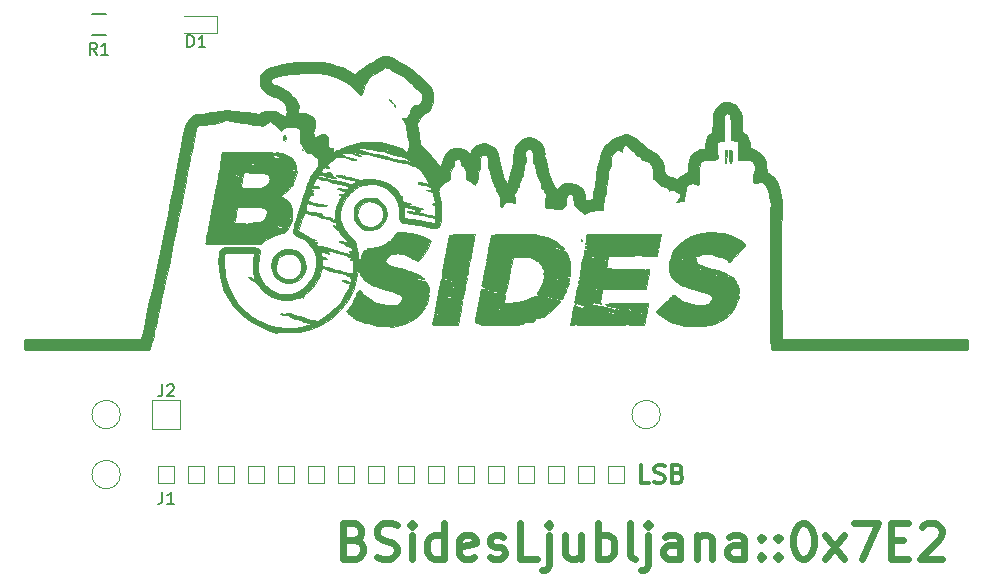
<source format=gto>
G04 #@! TF.FileFunction,Legend,Top*
%FSLAX46Y46*%
G04 Gerber Fmt 4.6, Leading zero omitted, Abs format (unit mm)*
G04 Created by KiCad (PCBNEW 4.0.7) date Tue Feb 13 14:30:32 2018*
%MOMM*%
%LPD*%
G01*
G04 APERTURE LIST*
%ADD10C,0.100000*%
%ADD11C,0.300000*%
%ADD12C,0.600000*%
%ADD13C,0.120000*%
%ADD14C,0.150000*%
%ADD15C,0.010000*%
%ADD16C,0.254000*%
G04 APERTURE END LIST*
D10*
D11*
X146955001Y-92118571D02*
X146240715Y-92118571D01*
X146240715Y-90618571D01*
X147383572Y-92047143D02*
X147597858Y-92118571D01*
X147955001Y-92118571D01*
X148097858Y-92047143D01*
X148169287Y-91975714D01*
X148240715Y-91832857D01*
X148240715Y-91690000D01*
X148169287Y-91547143D01*
X148097858Y-91475714D01*
X147955001Y-91404286D01*
X147669287Y-91332857D01*
X147526429Y-91261429D01*
X147455001Y-91190000D01*
X147383572Y-91047143D01*
X147383572Y-90904286D01*
X147455001Y-90761429D01*
X147526429Y-90690000D01*
X147669287Y-90618571D01*
X148026429Y-90618571D01*
X148240715Y-90690000D01*
X149383572Y-91332857D02*
X149597858Y-91404286D01*
X149669286Y-91475714D01*
X149740715Y-91618571D01*
X149740715Y-91832857D01*
X149669286Y-91975714D01*
X149597858Y-92047143D01*
X149455000Y-92118571D01*
X148883572Y-92118571D01*
X148883572Y-90618571D01*
X149383572Y-90618571D01*
X149526429Y-90690000D01*
X149597858Y-90761429D01*
X149669286Y-90904286D01*
X149669286Y-91047143D01*
X149597858Y-91190000D01*
X149526429Y-91261429D01*
X149383572Y-91332857D01*
X148883572Y-91332857D01*
D12*
X121999286Y-96985714D02*
X122427857Y-97128571D01*
X122570714Y-97271429D01*
X122713571Y-97557143D01*
X122713571Y-97985714D01*
X122570714Y-98271429D01*
X122427857Y-98414286D01*
X122142143Y-98557143D01*
X120999286Y-98557143D01*
X120999286Y-95557143D01*
X121999286Y-95557143D01*
X122285000Y-95700000D01*
X122427857Y-95842857D01*
X122570714Y-96128571D01*
X122570714Y-96414286D01*
X122427857Y-96700000D01*
X122285000Y-96842857D01*
X121999286Y-96985714D01*
X120999286Y-96985714D01*
X123856429Y-98414286D02*
X124285000Y-98557143D01*
X124999286Y-98557143D01*
X125285000Y-98414286D01*
X125427857Y-98271429D01*
X125570714Y-97985714D01*
X125570714Y-97700000D01*
X125427857Y-97414286D01*
X125285000Y-97271429D01*
X124999286Y-97128571D01*
X124427857Y-96985714D01*
X124142143Y-96842857D01*
X123999286Y-96700000D01*
X123856429Y-96414286D01*
X123856429Y-96128571D01*
X123999286Y-95842857D01*
X124142143Y-95700000D01*
X124427857Y-95557143D01*
X125142143Y-95557143D01*
X125570714Y-95700000D01*
X126856429Y-98557143D02*
X126856429Y-96557143D01*
X126856429Y-95557143D02*
X126713572Y-95700000D01*
X126856429Y-95842857D01*
X126999286Y-95700000D01*
X126856429Y-95557143D01*
X126856429Y-95842857D01*
X129570714Y-98557143D02*
X129570714Y-95557143D01*
X129570714Y-98414286D02*
X129285000Y-98557143D01*
X128713571Y-98557143D01*
X128427857Y-98414286D01*
X128285000Y-98271429D01*
X128142143Y-97985714D01*
X128142143Y-97128571D01*
X128285000Y-96842857D01*
X128427857Y-96700000D01*
X128713571Y-96557143D01*
X129285000Y-96557143D01*
X129570714Y-96700000D01*
X132142143Y-98414286D02*
X131856429Y-98557143D01*
X131285000Y-98557143D01*
X130999286Y-98414286D01*
X130856429Y-98128571D01*
X130856429Y-96985714D01*
X130999286Y-96700000D01*
X131285000Y-96557143D01*
X131856429Y-96557143D01*
X132142143Y-96700000D01*
X132285000Y-96985714D01*
X132285000Y-97271429D01*
X130856429Y-97557143D01*
X133427858Y-98414286D02*
X133713572Y-98557143D01*
X134285000Y-98557143D01*
X134570715Y-98414286D01*
X134713572Y-98128571D01*
X134713572Y-97985714D01*
X134570715Y-97700000D01*
X134285000Y-97557143D01*
X133856429Y-97557143D01*
X133570715Y-97414286D01*
X133427858Y-97128571D01*
X133427858Y-96985714D01*
X133570715Y-96700000D01*
X133856429Y-96557143D01*
X134285000Y-96557143D01*
X134570715Y-96700000D01*
X137427857Y-98557143D02*
X135999286Y-98557143D01*
X135999286Y-95557143D01*
X138427857Y-96557143D02*
X138427857Y-99128571D01*
X138285000Y-99414286D01*
X137999285Y-99557143D01*
X137856428Y-99557143D01*
X138427857Y-95557143D02*
X138285000Y-95700000D01*
X138427857Y-95842857D01*
X138570714Y-95700000D01*
X138427857Y-95557143D01*
X138427857Y-95842857D01*
X141142142Y-96557143D02*
X141142142Y-98557143D01*
X139856428Y-96557143D02*
X139856428Y-98128571D01*
X139999285Y-98414286D01*
X140284999Y-98557143D01*
X140713571Y-98557143D01*
X140999285Y-98414286D01*
X141142142Y-98271429D01*
X142570714Y-98557143D02*
X142570714Y-95557143D01*
X142570714Y-96700000D02*
X142856428Y-96557143D01*
X143427857Y-96557143D01*
X143713571Y-96700000D01*
X143856428Y-96842857D01*
X143999285Y-97128571D01*
X143999285Y-97985714D01*
X143856428Y-98271429D01*
X143713571Y-98414286D01*
X143427857Y-98557143D01*
X142856428Y-98557143D01*
X142570714Y-98414286D01*
X145713571Y-98557143D02*
X145427857Y-98414286D01*
X145285000Y-98128571D01*
X145285000Y-95557143D01*
X146856429Y-96557143D02*
X146856429Y-99128571D01*
X146713572Y-99414286D01*
X146427857Y-99557143D01*
X146285000Y-99557143D01*
X146856429Y-95557143D02*
X146713572Y-95700000D01*
X146856429Y-95842857D01*
X146999286Y-95700000D01*
X146856429Y-95557143D01*
X146856429Y-95842857D01*
X149570714Y-98557143D02*
X149570714Y-96985714D01*
X149427857Y-96700000D01*
X149142143Y-96557143D01*
X148570714Y-96557143D01*
X148285000Y-96700000D01*
X149570714Y-98414286D02*
X149285000Y-98557143D01*
X148570714Y-98557143D01*
X148285000Y-98414286D01*
X148142143Y-98128571D01*
X148142143Y-97842857D01*
X148285000Y-97557143D01*
X148570714Y-97414286D01*
X149285000Y-97414286D01*
X149570714Y-97271429D01*
X150999286Y-96557143D02*
X150999286Y-98557143D01*
X150999286Y-96842857D02*
X151142143Y-96700000D01*
X151427857Y-96557143D01*
X151856429Y-96557143D01*
X152142143Y-96700000D01*
X152285000Y-96985714D01*
X152285000Y-98557143D01*
X154999286Y-98557143D02*
X154999286Y-96985714D01*
X154856429Y-96700000D01*
X154570715Y-96557143D01*
X153999286Y-96557143D01*
X153713572Y-96700000D01*
X154999286Y-98414286D02*
X154713572Y-98557143D01*
X153999286Y-98557143D01*
X153713572Y-98414286D01*
X153570715Y-98128571D01*
X153570715Y-97842857D01*
X153713572Y-97557143D01*
X153999286Y-97414286D01*
X154713572Y-97414286D01*
X154999286Y-97271429D01*
X156427858Y-98271429D02*
X156570715Y-98414286D01*
X156427858Y-98557143D01*
X156285001Y-98414286D01*
X156427858Y-98271429D01*
X156427858Y-98557143D01*
X156427858Y-96700000D02*
X156570715Y-96842857D01*
X156427858Y-96985714D01*
X156285001Y-96842857D01*
X156427858Y-96700000D01*
X156427858Y-96985714D01*
X157856429Y-98271429D02*
X157999286Y-98414286D01*
X157856429Y-98557143D01*
X157713572Y-98414286D01*
X157856429Y-98271429D01*
X157856429Y-98557143D01*
X157856429Y-96700000D02*
X157999286Y-96842857D01*
X157856429Y-96985714D01*
X157713572Y-96842857D01*
X157856429Y-96700000D01*
X157856429Y-96985714D01*
X159856428Y-95557143D02*
X160142143Y-95557143D01*
X160427857Y-95700000D01*
X160570714Y-95842857D01*
X160713571Y-96128571D01*
X160856428Y-96700000D01*
X160856428Y-97414286D01*
X160713571Y-97985714D01*
X160570714Y-98271429D01*
X160427857Y-98414286D01*
X160142143Y-98557143D01*
X159856428Y-98557143D01*
X159570714Y-98414286D01*
X159427857Y-98271429D01*
X159285000Y-97985714D01*
X159142143Y-97414286D01*
X159142143Y-96700000D01*
X159285000Y-96128571D01*
X159427857Y-95842857D01*
X159570714Y-95700000D01*
X159856428Y-95557143D01*
X161856428Y-98557143D02*
X163427857Y-96557143D01*
X161856428Y-96557143D02*
X163427857Y-98557143D01*
X164284999Y-95557143D02*
X166284999Y-95557143D01*
X164999285Y-98557143D01*
X167427857Y-96985714D02*
X168427857Y-96985714D01*
X168856428Y-98557143D02*
X167427857Y-98557143D01*
X167427857Y-95557143D01*
X168856428Y-95557143D01*
X169999286Y-95842857D02*
X170142143Y-95700000D01*
X170427857Y-95557143D01*
X171142143Y-95557143D01*
X171427857Y-95700000D01*
X171570714Y-95842857D01*
X171713571Y-96128571D01*
X171713571Y-96414286D01*
X171570714Y-96842857D01*
X169856428Y-98557143D01*
X171713571Y-98557143D01*
D13*
X143445000Y-90740000D02*
X144845000Y-90740000D01*
X144845000Y-90740000D02*
X144845000Y-92140000D01*
X144845000Y-92140000D02*
X143445000Y-92140000D01*
X143445000Y-92140000D02*
X143445000Y-90740000D01*
X140905000Y-90740000D02*
X142305000Y-90740000D01*
X142305000Y-90740000D02*
X142305000Y-92140000D01*
X142305000Y-92140000D02*
X140905000Y-92140000D01*
X140905000Y-92140000D02*
X140905000Y-90740000D01*
X138365000Y-90740000D02*
X139765000Y-90740000D01*
X139765000Y-90740000D02*
X139765000Y-92140000D01*
X139765000Y-92140000D02*
X138365000Y-92140000D01*
X138365000Y-92140000D02*
X138365000Y-90740000D01*
X135825000Y-90740000D02*
X137225000Y-90740000D01*
X137225000Y-90740000D02*
X137225000Y-92140000D01*
X137225000Y-92140000D02*
X135825000Y-92140000D01*
X135825000Y-92140000D02*
X135825000Y-90740000D01*
X133285000Y-90740000D02*
X134685000Y-90740000D01*
X134685000Y-90740000D02*
X134685000Y-92140000D01*
X134685000Y-92140000D02*
X133285000Y-92140000D01*
X133285000Y-92140000D02*
X133285000Y-90740000D01*
X130745000Y-90740000D02*
X132145000Y-90740000D01*
X132145000Y-90740000D02*
X132145000Y-92140000D01*
X132145000Y-92140000D02*
X130745000Y-92140000D01*
X130745000Y-92140000D02*
X130745000Y-90740000D01*
X128205000Y-90740000D02*
X129605000Y-90740000D01*
X129605000Y-90740000D02*
X129605000Y-92140000D01*
X129605000Y-92140000D02*
X128205000Y-92140000D01*
X128205000Y-92140000D02*
X128205000Y-90740000D01*
X125665000Y-90740000D02*
X127065000Y-90740000D01*
X127065000Y-90740000D02*
X127065000Y-92140000D01*
X127065000Y-92140000D02*
X125665000Y-92140000D01*
X125665000Y-92140000D02*
X125665000Y-90740000D01*
X123125000Y-90740000D02*
X124525000Y-90740000D01*
X124525000Y-90740000D02*
X124525000Y-92140000D01*
X124525000Y-92140000D02*
X123125000Y-92140000D01*
X123125000Y-92140000D02*
X123125000Y-90740000D01*
X120585000Y-90740000D02*
X121985000Y-90740000D01*
X121985000Y-90740000D02*
X121985000Y-92140000D01*
X121985000Y-92140000D02*
X120585000Y-92140000D01*
X120585000Y-92140000D02*
X120585000Y-90740000D01*
X118045000Y-90740000D02*
X119445000Y-90740000D01*
X119445000Y-90740000D02*
X119445000Y-92140000D01*
X119445000Y-92140000D02*
X118045000Y-92140000D01*
X118045000Y-92140000D02*
X118045000Y-90740000D01*
X115505000Y-90740000D02*
X116905000Y-90740000D01*
X116905000Y-90740000D02*
X116905000Y-92140000D01*
X116905000Y-92140000D02*
X115505000Y-92140000D01*
X115505000Y-92140000D02*
X115505000Y-90740000D01*
X112965000Y-90740000D02*
X114365000Y-90740000D01*
X114365000Y-90740000D02*
X114365000Y-92140000D01*
X114365000Y-92140000D02*
X112965000Y-92140000D01*
X112965000Y-92140000D02*
X112965000Y-90740000D01*
X110425000Y-90740000D02*
X111825000Y-90740000D01*
X111825000Y-90740000D02*
X111825000Y-92140000D01*
X111825000Y-92140000D02*
X110425000Y-92140000D01*
X110425000Y-92140000D02*
X110425000Y-90740000D01*
X107885000Y-90740000D02*
X109285000Y-90740000D01*
X109285000Y-90740000D02*
X109285000Y-92140000D01*
X109285000Y-92140000D02*
X107885000Y-92140000D01*
X107885000Y-92140000D02*
X107885000Y-90740000D01*
X110385000Y-54040000D02*
X110385000Y-52640000D01*
X110385000Y-52640000D02*
X107585000Y-52640000D01*
X110385000Y-54040000D02*
X107585000Y-54040000D01*
D14*
X99730000Y-52465000D02*
X100930000Y-52465000D01*
X100930000Y-54215000D02*
X99730000Y-54215000D01*
D15*
G36*
X125048045Y-56090764D02*
X125399266Y-56264982D01*
X125643664Y-56402010D01*
X125930256Y-56553249D01*
X126198261Y-56686652D01*
X126205783Y-56690235D01*
X126430077Y-56813044D01*
X126682576Y-56983635D01*
X126972465Y-57209546D01*
X127308926Y-57498318D01*
X127701146Y-57857490D01*
X128147659Y-58284260D01*
X128409997Y-58580305D01*
X128576758Y-58878165D01*
X128661444Y-59208732D01*
X128679222Y-59500382D01*
X128631472Y-59920017D01*
X128494379Y-60298141D01*
X128277177Y-60618157D01*
X127989103Y-60863465D01*
X127889000Y-60920646D01*
X127716378Y-61030838D01*
X127581231Y-61177813D01*
X127458756Y-61379754D01*
X127370424Y-61562341D01*
X127313341Y-61715401D01*
X127299936Y-61799885D01*
X127314810Y-61886745D01*
X127343624Y-62062101D01*
X127382637Y-62302955D01*
X127428110Y-62586306D01*
X127443312Y-62681555D01*
X127569264Y-63471777D01*
X128141241Y-64064444D01*
X128369637Y-64310350D01*
X128589322Y-64563285D01*
X128777774Y-64796253D01*
X128912472Y-64982259D01*
X128930124Y-65010056D01*
X129044424Y-65186242D01*
X129132699Y-65283353D01*
X129207312Y-65295820D01*
X129280626Y-65218074D01*
X129365004Y-65044546D01*
X129472809Y-64769667D01*
X129474657Y-64764770D01*
X129658130Y-64373558D01*
X129877485Y-64086360D01*
X130139931Y-63898006D01*
X130452675Y-63803325D01*
X130822923Y-63797144D01*
X130823188Y-63797168D01*
X131160159Y-63858832D01*
X131429241Y-63984235D01*
X131619246Y-64141195D01*
X131762923Y-64284872D01*
X131831638Y-64094844D01*
X131953682Y-63886547D01*
X132149961Y-63685738D01*
X132384379Y-63523790D01*
X132584217Y-63440774D01*
X132932849Y-63398812D01*
X133271832Y-63451700D01*
X133583615Y-63586794D01*
X133850645Y-63791451D01*
X134055370Y-64053029D01*
X134180240Y-64358884D01*
X134210933Y-64612529D01*
X134230158Y-64836312D01*
X134282114Y-65133129D01*
X134358531Y-65470835D01*
X134451135Y-65817285D01*
X134551656Y-66140334D01*
X134651822Y-66407838D01*
X134699601Y-66511531D01*
X134867523Y-66841951D01*
X135045387Y-66391849D01*
X135195128Y-65959837D01*
X135317708Y-65501487D01*
X135405014Y-65053970D01*
X135448929Y-64654459D01*
X135452555Y-64526842D01*
X135492375Y-64062481D01*
X135613269Y-63671966D01*
X135817389Y-63348427D01*
X135824237Y-63340365D01*
X136093956Y-63086775D01*
X136388273Y-62936498D01*
X136726874Y-62880067D01*
X136783224Y-62879111D01*
X137146219Y-62931872D01*
X137467896Y-63082642D01*
X137735246Y-63320148D01*
X137935264Y-63633117D01*
X138048072Y-63975309D01*
X138076900Y-64159173D01*
X138083602Y-64306586D01*
X138075496Y-64359033D01*
X138076354Y-64452343D01*
X138109546Y-64618521D01*
X138168184Y-64824579D01*
X138180683Y-64862685D01*
X138255001Y-65107809D01*
X138316710Y-65352954D01*
X138352574Y-65545479D01*
X138352780Y-65547150D01*
X138398509Y-65774027D01*
X138471170Y-66003678D01*
X138492506Y-66055150D01*
X138575761Y-66253452D01*
X138649917Y-66449149D01*
X138664435Y-66491555D01*
X138728137Y-66647239D01*
X138826980Y-66849924D01*
X138917162Y-67015876D01*
X139104675Y-67342642D01*
X139252636Y-67148654D01*
X139498825Y-66914781D01*
X139806435Y-66772874D01*
X140166683Y-66726496D01*
X140281080Y-66731530D01*
X140672056Y-66809422D01*
X140996263Y-66970104D01*
X141245147Y-67205593D01*
X141410155Y-67507904D01*
X141481617Y-67852228D01*
X141500521Y-68034480D01*
X141524827Y-68165426D01*
X141544332Y-68210501D01*
X141620726Y-68213595D01*
X141760970Y-68192397D01*
X141921249Y-68156556D01*
X142057748Y-68115721D01*
X142123856Y-68082874D01*
X142147898Y-68013383D01*
X142183674Y-67852928D01*
X142227763Y-67622408D01*
X142276740Y-67342725D01*
X142327184Y-67034780D01*
X142375670Y-66719474D01*
X142418777Y-66417709D01*
X142453081Y-66150385D01*
X142475159Y-65938404D01*
X142475264Y-65937147D01*
X142509267Y-65672054D01*
X142563197Y-65397342D01*
X142615960Y-65203370D01*
X142684065Y-64974381D01*
X142741361Y-64741162D01*
X142763039Y-64628889D01*
X142865621Y-64218222D01*
X143028872Y-63844519D01*
X143216042Y-63568967D01*
X143383926Y-63410455D01*
X143625151Y-63229867D01*
X143908757Y-63045916D01*
X144203780Y-62877318D01*
X144479259Y-62742786D01*
X144704233Y-62661034D01*
X144727480Y-62655409D01*
X144897100Y-62627523D01*
X145057997Y-62628051D01*
X145223225Y-62663778D01*
X145405839Y-62741492D01*
X145618892Y-62867981D01*
X145875438Y-63050031D01*
X146188531Y-63294431D01*
X146571226Y-63607967D01*
X146590793Y-63624227D01*
X146798793Y-63784406D01*
X147020055Y-63935062D01*
X147195488Y-64037482D01*
X147586056Y-64289692D01*
X147881180Y-64602177D01*
X148080942Y-64975057D01*
X148185424Y-65408453D01*
X148194757Y-65500685D01*
X148223571Y-65721305D01*
X148281470Y-65884619D01*
X148387361Y-66011733D01*
X148560149Y-66123752D01*
X148818740Y-66241782D01*
X148881908Y-66267758D01*
X149286405Y-66432369D01*
X149595635Y-66180498D01*
X149772020Y-66047803D01*
X149934287Y-65944363D01*
X150044711Y-65893527D01*
X150149877Y-65864557D01*
X150186085Y-65850436D01*
X150191804Y-65794719D01*
X150205890Y-65651765D01*
X150225878Y-65446707D01*
X150238318Y-65318367D01*
X150303400Y-64906424D01*
X150414966Y-64581968D01*
X150581577Y-64326157D01*
X150768245Y-64152131D01*
X150976107Y-64024356D01*
X151220967Y-63917985D01*
X151455034Y-63851598D01*
X151574541Y-63838666D01*
X151655284Y-63827972D01*
X151694881Y-63776437D01*
X151707697Y-63654884D01*
X151708555Y-63566499D01*
X151749189Y-63209341D01*
X151863651Y-62890221D01*
X152040785Y-62637947D01*
X152084115Y-62596847D01*
X152280886Y-62424080D01*
X152323957Y-61593262D01*
X152346832Y-61218862D01*
X152375784Y-60935852D01*
X152417758Y-60722737D01*
X152479699Y-60558023D01*
X152568552Y-60420215D01*
X152691260Y-60287817D01*
X152769083Y-60215481D01*
X153063963Y-60020117D01*
X153397941Y-59920018D01*
X153744355Y-59922029D01*
X153837517Y-59941207D01*
X154114006Y-60038670D01*
X154324812Y-60186319D01*
X154496388Y-60407378D01*
X154606342Y-60616153D01*
X154681818Y-60786733D01*
X154733164Y-60936887D01*
X154766126Y-61097563D01*
X154786449Y-61299709D01*
X154799880Y-61574270D01*
X154803515Y-61678125D01*
X154826525Y-62368028D01*
X155003474Y-62502994D01*
X155194433Y-62708871D01*
X155349370Y-62994803D01*
X155453224Y-63329916D01*
X155477608Y-63474887D01*
X155518555Y-63798748D01*
X155777685Y-63874240D01*
X156064703Y-64007893D01*
X156342093Y-64227109D01*
X156581612Y-64506108D01*
X156714830Y-64729674D01*
X156814632Y-64967238D01*
X156862371Y-65191156D01*
X156873222Y-65427985D01*
X156875959Y-65629964D01*
X156892677Y-65751394D01*
X156936134Y-65824608D01*
X157019088Y-65881938D01*
X157061510Y-65905149D01*
X157269750Y-66054031D01*
X157487883Y-66268949D01*
X157685933Y-66514608D01*
X157833925Y-66755713D01*
X157882575Y-66871904D01*
X157941597Y-67083061D01*
X157999175Y-67336701D01*
X158028439Y-67493444D01*
X158072872Y-67760285D01*
X158121918Y-68052151D01*
X158146792Y-68199000D01*
X158172970Y-68422581D01*
X158178158Y-68633170D01*
X158167019Y-68749333D01*
X158161574Y-68832589D01*
X158156595Y-69020830D01*
X158152119Y-69306154D01*
X158148182Y-69680659D01*
X158144820Y-70136441D01*
X158142072Y-70665598D01*
X158139974Y-71260228D01*
X158138562Y-71912427D01*
X158137874Y-72614294D01*
X158137946Y-73357925D01*
X158138815Y-74135418D01*
X158139714Y-74605444D01*
X158152195Y-80264000D01*
X157185743Y-80264000D01*
X157163482Y-75960111D01*
X157159898Y-75271180D01*
X157156440Y-74613780D01*
X157153156Y-73996832D01*
X157150096Y-73429257D01*
X157147309Y-72919975D01*
X157144844Y-72477907D01*
X157142751Y-72111973D01*
X157141079Y-71831095D01*
X157139876Y-71644192D01*
X157139194Y-71560186D01*
X157139149Y-71557444D01*
X157138104Y-71455289D01*
X157137247Y-71276191D01*
X157136741Y-71056095D01*
X157136705Y-71021222D01*
X157136187Y-70769190D01*
X157135106Y-70454409D01*
X157133648Y-70127016D01*
X157132771Y-69962889D01*
X157137247Y-69651222D01*
X157152198Y-69326716D01*
X157174946Y-69038707D01*
X157189733Y-68914273D01*
X157218710Y-68661116D01*
X157219445Y-68469831D01*
X157190021Y-68292515D01*
X157160517Y-68184361D01*
X157107817Y-67964068D01*
X157074901Y-67744332D01*
X157069538Y-67652533D01*
X157017058Y-67338568D01*
X156875550Y-67047678D01*
X156663846Y-66818355D01*
X156659956Y-66815370D01*
X156483120Y-66711401D01*
X156314477Y-66663725D01*
X156184777Y-66678135D01*
X156139444Y-66717333D01*
X156062815Y-66758652D01*
X155945141Y-66773777D01*
X155811654Y-66744039D01*
X155754686Y-66655096D01*
X155739583Y-66514912D01*
X155743672Y-66316825D01*
X155763010Y-66096095D01*
X155793648Y-65887978D01*
X155831642Y-65727733D01*
X155866527Y-65655743D01*
X155933838Y-65526060D01*
X155916451Y-65347365D01*
X155829756Y-65138370D01*
X155731978Y-64969019D01*
X155628427Y-64859213D01*
X155493683Y-64798485D01*
X155302329Y-64776371D01*
X155028944Y-64782405D01*
X154972591Y-64785471D01*
X154459366Y-64814734D01*
X154491752Y-64107170D01*
X154503819Y-63775285D01*
X154500606Y-63538315D01*
X154475886Y-63378652D01*
X154423429Y-63278686D01*
X154337011Y-63220808D01*
X154210402Y-63187409D01*
X154163704Y-63179538D01*
X154010624Y-63142625D01*
X153909315Y-63094990D01*
X153896642Y-63082049D01*
X153882102Y-63006406D01*
X153869672Y-62839230D01*
X153860339Y-62601870D01*
X153855089Y-62315676D01*
X153854309Y-62166500D01*
X153851687Y-61764132D01*
X153843133Y-61459619D01*
X153826227Y-61237985D01*
X153798550Y-61084251D01*
X153757684Y-60983438D01*
X153701208Y-60920568D01*
X153648089Y-60889731D01*
X153524142Y-60860575D01*
X153415674Y-60919470D01*
X153405640Y-60928383D01*
X153354262Y-60992180D01*
X153318433Y-61088960D01*
X153293657Y-61241468D01*
X153275437Y-61472449D01*
X153267173Y-61628783D01*
X153252424Y-61938764D01*
X153242935Y-62162024D01*
X153238690Y-62324608D01*
X153239674Y-62452562D01*
X153245869Y-62571931D01*
X153257260Y-62708758D01*
X153266442Y-62808555D01*
X153299027Y-63161333D01*
X153109017Y-63161333D01*
X152934048Y-63188824D01*
X152788989Y-63252401D01*
X152733856Y-63295615D01*
X152698509Y-63347413D01*
X152680329Y-63429499D01*
X152676698Y-63563577D01*
X152684997Y-63771351D01*
X152698370Y-64003581D01*
X152737769Y-64663692D01*
X152589725Y-64760694D01*
X152488272Y-64809767D01*
X152352046Y-64836966D01*
X152153194Y-64845761D01*
X151936456Y-64842070D01*
X151713521Y-64835915D01*
X151542011Y-64841622D01*
X151414541Y-64872149D01*
X151323729Y-64940455D01*
X151262190Y-65059497D01*
X151222541Y-65242235D01*
X151197399Y-65501626D01*
X151179380Y-65850629D01*
X151165447Y-66195222D01*
X151152605Y-66484826D01*
X151139125Y-66680045D01*
X151121231Y-66799340D01*
X151095144Y-66861171D01*
X151057088Y-66883999D01*
X151023964Y-66886666D01*
X150890115Y-66848076D01*
X150825603Y-66802000D01*
X150688315Y-66729175D01*
X150531369Y-66730130D01*
X150410333Y-66802000D01*
X150318846Y-66873492D01*
X150271059Y-66886666D01*
X150143990Y-66938764D01*
X150059845Y-67094161D01*
X150019191Y-67351516D01*
X150015222Y-67490977D01*
X150006687Y-67731495D01*
X149978414Y-67881572D01*
X149926927Y-67962122D01*
X149864781Y-68079042D01*
X149869051Y-68156603D01*
X149876331Y-68240455D01*
X149818887Y-68262558D01*
X149738253Y-68254144D01*
X149609788Y-68256275D01*
X149538797Y-68292352D01*
X149471348Y-68332404D01*
X149362467Y-68353343D01*
X149263407Y-68350267D01*
X149225000Y-68322356D01*
X149264096Y-68269306D01*
X149361494Y-68176335D01*
X149397346Y-68145469D01*
X149516883Y-68018908D01*
X149555009Y-67891112D01*
X149552568Y-67830250D01*
X149509958Y-67693146D01*
X149436667Y-67612025D01*
X149254331Y-67516942D01*
X149088785Y-67411368D01*
X149035362Y-67374063D01*
X148923748Y-67306290D01*
X148840640Y-67306936D01*
X148745222Y-67361254D01*
X148646061Y-67418809D01*
X148608674Y-67409572D01*
X148604111Y-67367745D01*
X148554131Y-67238020D01*
X148429041Y-67126523D01*
X148266121Y-67062121D01*
X148201497Y-67056000D01*
X148093509Y-67039505D01*
X147982055Y-66979118D01*
X147843178Y-66858484D01*
X147705386Y-66717333D01*
X147547862Y-66560279D01*
X147411124Y-66441916D01*
X147318822Y-66382182D01*
X147303667Y-66378672D01*
X147263538Y-66358064D01*
X147239478Y-66283501D01*
X147228637Y-66135886D01*
X147228169Y-65896122D01*
X147228466Y-65874314D01*
X147226751Y-65603006D01*
X147209532Y-65414520D01*
X147172598Y-65279353D01*
X147132185Y-65199715D01*
X146957166Y-65011017D01*
X146714923Y-64881240D01*
X146460417Y-64832158D01*
X146323541Y-64815502D01*
X146259243Y-64755927D01*
X146233474Y-64657111D01*
X146181436Y-64522725D01*
X146061565Y-64442930D01*
X146017365Y-64427215D01*
X145868182Y-64346400D01*
X145764612Y-64234317D01*
X145762202Y-64229660D01*
X145658220Y-64099973D01*
X145549762Y-64023543D01*
X145422501Y-63943242D01*
X145265562Y-63819169D01*
X145194617Y-63755432D01*
X145064650Y-63641776D01*
X144964101Y-63569743D01*
X144931203Y-63556444D01*
X144826838Y-63605262D01*
X144728713Y-63725210D01*
X144664218Y-63876526D01*
X144653000Y-63960303D01*
X144647813Y-64077967D01*
X144618761Y-64099398D01*
X144549778Y-64044970D01*
X144385131Y-63955572D01*
X144213944Y-63978499D01*
X144037499Y-64113456D01*
X143984850Y-64174351D01*
X143812287Y-64423392D01*
X143721306Y-64654574D01*
X143697127Y-64908849D01*
X143699019Y-64966327D01*
X143672983Y-65234349D01*
X143591250Y-65417272D01*
X143473415Y-65698805D01*
X143419015Y-66061099D01*
X143416133Y-66322222D01*
X143406069Y-66538337D01*
X143371893Y-66778524D01*
X143354642Y-66858444D01*
X143311666Y-67089305D01*
X143282088Y-67349606D01*
X143275908Y-67458933D01*
X143258293Y-67650764D01*
X143223432Y-67804048D01*
X143194644Y-67863359D01*
X143157477Y-67955468D01*
X143118054Y-68129685D01*
X143082657Y-68355555D01*
X143069053Y-68472293D01*
X143044186Y-68700698D01*
X143022203Y-68881101D01*
X143006316Y-68988128D01*
X143001428Y-69006459D01*
X142943214Y-69016622D01*
X142797617Y-69034706D01*
X142589616Y-69057735D01*
X142443831Y-69072834D01*
X142141156Y-69110970D01*
X141927129Y-69157590D01*
X141777538Y-69218667D01*
X141729562Y-69249021D01*
X141602531Y-69329041D01*
X141510170Y-69369142D01*
X141500857Y-69370222D01*
X141434027Y-69336796D01*
X141302649Y-69247023D01*
X141129038Y-69116662D01*
X141021907Y-69031982D01*
X140800903Y-68844390D01*
X140657787Y-68687123D01*
X140576388Y-68528080D01*
X140540535Y-68335162D01*
X140534056Y-68076269D01*
X140534182Y-68063855D01*
X140497077Y-67857848D01*
X140388975Y-67723598D01*
X140226827Y-67676889D01*
X140076713Y-67714331D01*
X139979737Y-67832842D01*
X139930815Y-68041695D01*
X139922380Y-68232353D01*
X139916545Y-68440105D01*
X139889887Y-68576337D01*
X139829915Y-68682111D01*
X139762089Y-68759321D01*
X139634951Y-68883888D01*
X139522722Y-68957585D01*
X139394360Y-68987373D01*
X139218821Y-68980213D01*
X138965064Y-68943064D01*
X138952111Y-68940931D01*
X138706380Y-68900356D01*
X138481276Y-68863128D01*
X138316921Y-68835883D01*
X138288889Y-68831220D01*
X138105444Y-68800662D01*
X138105444Y-68454449D01*
X138116648Y-68232451D01*
X138145502Y-68026914D01*
X138172488Y-67922830D01*
X138210030Y-67783137D01*
X138188692Y-67689588D01*
X138144266Y-67632156D01*
X138070608Y-67525519D01*
X138049000Y-67458212D01*
X138011987Y-67375597D01*
X137921105Y-67262159D01*
X137903202Y-67243737D01*
X137794977Y-67089463D01*
X137787630Y-66982358D01*
X137784838Y-66847636D01*
X137742234Y-66721499D01*
X137659063Y-66556077D01*
X137601046Y-66435111D01*
X137520771Y-66272453D01*
X137455813Y-66149877D01*
X137407770Y-66015167D01*
X137366729Y-65817464D01*
X137347240Y-65658686D01*
X137312908Y-65432155D01*
X137255300Y-65218224D01*
X137209865Y-65109240D01*
X137142224Y-64938490D01*
X137116259Y-64735451D01*
X137118991Y-64549381D01*
X137106434Y-64269189D01*
X137045895Y-64049801D01*
X136948434Y-63901260D01*
X136825113Y-63833608D01*
X136686991Y-63856886D01*
X136545130Y-63981138D01*
X136524096Y-64009268D01*
X136443471Y-64156847D01*
X136428655Y-64311294D01*
X136441231Y-64408423D01*
X136474058Y-64685506D01*
X136473827Y-64913057D01*
X136441204Y-65065877D01*
X136423061Y-65096082D01*
X136362868Y-65229025D01*
X136311734Y-65466360D01*
X136271351Y-65799829D01*
X136265859Y-65863270D01*
X136225694Y-66092677D01*
X136154263Y-66282352D01*
X136128951Y-66323539D01*
X136051950Y-66453401D01*
X136017168Y-66554974D01*
X136017000Y-66559535D01*
X135979940Y-66667638D01*
X135951891Y-66703420D01*
X135906482Y-66803365D01*
X135891671Y-66940486D01*
X135879296Y-67060402D01*
X135842646Y-67112383D01*
X135841167Y-67112444D01*
X135781589Y-67158634D01*
X135717739Y-67267666D01*
X135633015Y-67433465D01*
X135547119Y-67574326D01*
X135480770Y-67706224D01*
X135493232Y-67814635D01*
X135504988Y-67838726D01*
X135544569Y-67968539D01*
X135564775Y-68144043D01*
X135565444Y-68179054D01*
X135565444Y-68406419D01*
X135197968Y-68372103D01*
X134985086Y-68358115D01*
X134849650Y-68368396D01*
X134757923Y-68407680D01*
X134718191Y-68439420D01*
X134632736Y-68553513D01*
X134605889Y-68645192D01*
X134574731Y-68722560D01*
X134464709Y-68748846D01*
X134436555Y-68749333D01*
X134325749Y-68739768D01*
X134279155Y-68688896D01*
X134270784Y-68563448D01*
X134271189Y-68537666D01*
X134285435Y-68364932D01*
X134314930Y-68224973D01*
X134318802Y-68214276D01*
X134317539Y-68105670D01*
X134271786Y-67942611D01*
X134198168Y-67765565D01*
X134113309Y-67614996D01*
X134039563Y-67534615D01*
X134002132Y-67460143D01*
X133985098Y-67324903D01*
X133985000Y-67313580D01*
X133960861Y-67162896D01*
X133902562Y-67057914D01*
X133900333Y-67056000D01*
X133828810Y-66963918D01*
X133815667Y-66915589D01*
X133783096Y-66825988D01*
X133704018Y-66703621D01*
X133697267Y-66694925D01*
X133605355Y-66509191D01*
X133539700Y-66223265D01*
X133528309Y-66141757D01*
X133490364Y-65919346D01*
X133439712Y-65725014D01*
X133387960Y-65602070D01*
X133328598Y-65441904D01*
X133291577Y-65182305D01*
X133282042Y-65017189D01*
X133255066Y-64713600D01*
X133195855Y-64508370D01*
X133098469Y-64390073D01*
X132956964Y-64347282D01*
X132933331Y-64346666D01*
X132798110Y-64385026D01*
X132706692Y-64505746D01*
X132655496Y-64717290D01*
X132640943Y-65028121D01*
X132641020Y-65037536D01*
X132636033Y-65255561D01*
X132619111Y-65433292D01*
X132593693Y-65537387D01*
X132588637Y-65545536D01*
X132536337Y-65663952D01*
X132486539Y-65873923D01*
X132443805Y-66154134D01*
X132428434Y-66294000D01*
X132393558Y-66469459D01*
X132330997Y-66647643D01*
X132255911Y-66795172D01*
X132183458Y-66878667D01*
X132159282Y-66886666D01*
X132089779Y-66852281D01*
X131973099Y-66765544D01*
X131917083Y-66718149D01*
X131766248Y-66605096D01*
X131622026Y-66526916D01*
X131585076Y-66514474D01*
X131506943Y-66485433D01*
X131464924Y-66428808D01*
X131447967Y-66315150D01*
X131445000Y-66141189D01*
X131411187Y-65807747D01*
X131314331Y-65537856D01*
X131161308Y-65349160D01*
X131126594Y-65324037D01*
X131031037Y-65228430D01*
X131027458Y-65105834D01*
X131028832Y-65100212D01*
X131022285Y-64943328D01*
X130936559Y-64824810D01*
X130802161Y-64756336D01*
X130649602Y-64749583D01*
X130509391Y-64816229D01*
X130453842Y-64880125D01*
X130393594Y-65042487D01*
X130401582Y-65139422D01*
X130399887Y-65262729D01*
X130306974Y-65399654D01*
X130296965Y-65410297D01*
X130128424Y-65647548D01*
X130058818Y-65913763D01*
X130067654Y-66154514D01*
X130084708Y-66318085D01*
X130065904Y-66416466D01*
X129990204Y-66493718D01*
X129867058Y-66574642D01*
X129693923Y-66701143D01*
X129506123Y-66865061D01*
X129328840Y-67041123D01*
X129187252Y-67204056D01*
X129106540Y-67328587D01*
X129100809Y-67343723D01*
X129097882Y-67452087D01*
X129124621Y-67622199D01*
X129154829Y-67743782D01*
X129233401Y-68084566D01*
X129289148Y-68463494D01*
X129322306Y-68860364D01*
X129333111Y-69254971D01*
X129321799Y-69627113D01*
X129288606Y-69956585D01*
X129233768Y-70223185D01*
X129157520Y-70406708D01*
X129123238Y-70450206D01*
X129064262Y-70497358D01*
X128987773Y-70529178D01*
X128880848Y-70544802D01*
X128730560Y-70543363D01*
X128523986Y-70523997D01*
X128248199Y-70485839D01*
X127890274Y-70428022D01*
X127437287Y-70349682D01*
X127324555Y-70329777D01*
X126959339Y-70265412D01*
X126631682Y-70208196D01*
X126357809Y-70160918D01*
X126153946Y-70126368D01*
X126036316Y-70107337D01*
X126014421Y-70104495D01*
X125950906Y-70066971D01*
X125861698Y-69983150D01*
X125808441Y-69911647D01*
X125775767Y-69819112D01*
X125759569Y-69679458D01*
X125755738Y-69466600D01*
X125757245Y-69319928D01*
X125744594Y-68905436D01*
X125685348Y-68558700D01*
X125568332Y-68240290D01*
X125382369Y-67910772D01*
X125339250Y-67845048D01*
X125030965Y-67480250D01*
X124653879Y-67191151D01*
X124226340Y-66982728D01*
X123766697Y-66859960D01*
X123293296Y-66827825D01*
X122824485Y-66891301D01*
X122396291Y-67046557D01*
X121997203Y-67295931D01*
X121622047Y-67629149D01*
X121293649Y-68019706D01*
X121034831Y-68441095D01*
X120888479Y-68797612D01*
X120794629Y-69281987D01*
X120805242Y-69770540D01*
X120914531Y-70245228D01*
X121116710Y-70688010D01*
X121405993Y-71080843D01*
X121709268Y-71356915D01*
X121871812Y-71496527D01*
X122001102Y-71638197D01*
X122056258Y-71725466D01*
X122104576Y-71879367D01*
X122159922Y-72117000D01*
X122217011Y-72409885D01*
X122270556Y-72729538D01*
X122315268Y-73047477D01*
X122336783Y-73236666D01*
X122358252Y-73432585D01*
X122374899Y-73526258D01*
X122390714Y-73527981D01*
X122392872Y-73518889D01*
X123147667Y-73518889D01*
X123175889Y-73547111D01*
X123189384Y-73533616D01*
X124244592Y-73533616D01*
X124300074Y-73542655D01*
X124373283Y-73532277D01*
X124374157Y-73513009D01*
X124298613Y-73499535D01*
X124265972Y-73508553D01*
X124244592Y-73533616D01*
X123189384Y-73533616D01*
X123204111Y-73518889D01*
X123175889Y-73490666D01*
X123147667Y-73518889D01*
X122392872Y-73518889D01*
X122409686Y-73448053D01*
X122412574Y-73432305D01*
X122462065Y-73233949D01*
X122488923Y-73192601D01*
X122886161Y-73192601D01*
X122891442Y-73204844D01*
X122970316Y-73249969D01*
X123080442Y-73265720D01*
X123215697Y-73283403D01*
X123409462Y-73328331D01*
X123571000Y-73375573D01*
X123762367Y-73430328D01*
X123941160Y-73470119D01*
X124081885Y-73490912D01*
X124159051Y-73488677D01*
X124158963Y-73468580D01*
X124092666Y-73441843D01*
X123945635Y-73397186D01*
X123747079Y-73342314D01*
X123526205Y-73284934D01*
X123312222Y-73232752D01*
X123134337Y-73193475D01*
X123071555Y-73181673D01*
X123056647Y-73180222D01*
X123825000Y-73180222D01*
X123853222Y-73208444D01*
X123881444Y-73180222D01*
X123853222Y-73152000D01*
X123825000Y-73180222D01*
X123056647Y-73180222D01*
X122927442Y-73167647D01*
X122886161Y-73192601D01*
X122488923Y-73192601D01*
X122529175Y-73130634D01*
X122628290Y-73104559D01*
X122672797Y-73110308D01*
X122761950Y-73112992D01*
X122775738Y-73087401D01*
X122701030Y-73047415D01*
X122632532Y-73039111D01*
X122561522Y-73014368D01*
X122551955Y-72932500D01*
X122584518Y-72841555D01*
X123317000Y-72841555D01*
X123345222Y-72869777D01*
X123373444Y-72841555D01*
X123345222Y-72813333D01*
X123317000Y-72841555D01*
X122584518Y-72841555D01*
X122605825Y-72782048D01*
X122633267Y-72728666D01*
X122809000Y-72728666D01*
X122837222Y-72756889D01*
X122865444Y-72728666D01*
X122837222Y-72700444D01*
X122809000Y-72728666D01*
X122633267Y-72728666D01*
X122713930Y-72571757D01*
X122813242Y-72428144D01*
X122898957Y-72387373D01*
X122919119Y-72392266D01*
X123039982Y-72428969D01*
X123161778Y-72457452D01*
X123274127Y-72492697D01*
X123317000Y-72529106D01*
X123363005Y-72577483D01*
X123472222Y-72636202D01*
X123563023Y-72673010D01*
X123579769Y-72666125D01*
X123531238Y-72615777D01*
X125236111Y-72615777D01*
X125264333Y-72644000D01*
X125292555Y-72615777D01*
X125264333Y-72587555D01*
X125236111Y-72615777D01*
X123531238Y-72615777D01*
X123518947Y-72603027D01*
X123443109Y-72532373D01*
X123305961Y-72427046D01*
X123297311Y-72422839D01*
X125293388Y-72422839D01*
X125298638Y-72438830D01*
X125364939Y-72475511D01*
X125500936Y-72533431D01*
X125669142Y-72598393D01*
X125832069Y-72656199D01*
X125952232Y-72692650D01*
X125984000Y-72698408D01*
X126026323Y-72677282D01*
X126026333Y-72676758D01*
X125977564Y-72647747D01*
X125851773Y-72597788D01*
X125730000Y-72555648D01*
X125548584Y-72495802D01*
X125403235Y-72447499D01*
X125400104Y-72446444D01*
X126647222Y-72446444D01*
X126675444Y-72474666D01*
X126703667Y-72446444D01*
X126675444Y-72418222D01*
X126647222Y-72446444D01*
X125400104Y-72446444D01*
X125349000Y-72429229D01*
X125293388Y-72422839D01*
X123297311Y-72422839D01*
X123182621Y-72367063D01*
X123150107Y-72361777D01*
X123047089Y-72342459D01*
X123015294Y-72319444D01*
X123052102Y-72295099D01*
X123174065Y-72274041D01*
X123181501Y-72273476D01*
X124831537Y-72273476D01*
X124910165Y-72315768D01*
X124953889Y-72333555D01*
X125108753Y-72387221D01*
X125197744Y-72407057D01*
X125207791Y-72393251D01*
X125125822Y-72345992D01*
X125095000Y-72331517D01*
X124951458Y-72277545D01*
X124841940Y-72255714D01*
X124841000Y-72255729D01*
X124831537Y-72273476D01*
X123181501Y-72273476D01*
X123328668Y-72262294D01*
X123527572Y-72235394D01*
X125260592Y-72235394D01*
X125316074Y-72244432D01*
X125389283Y-72234055D01*
X125389890Y-72220666D01*
X125800555Y-72220666D01*
X125828778Y-72248889D01*
X125857000Y-72220666D01*
X125828778Y-72192444D01*
X125800555Y-72220666D01*
X125389890Y-72220666D01*
X125390157Y-72214787D01*
X125314613Y-72201312D01*
X125281972Y-72210331D01*
X125260592Y-72235394D01*
X123527572Y-72235394D01*
X123678252Y-72215016D01*
X123983093Y-72132668D01*
X125066778Y-72132668D01*
X125107751Y-72190147D01*
X125123222Y-72192444D01*
X125178199Y-72173186D01*
X125179667Y-72167553D01*
X125140114Y-72119362D01*
X125123222Y-72107777D01*
X128114778Y-72107777D01*
X128143000Y-72136000D01*
X128171222Y-72107777D01*
X128143000Y-72079555D01*
X128114778Y-72107777D01*
X125123222Y-72107777D01*
X125071209Y-72112253D01*
X125066778Y-72132668D01*
X123983093Y-72132668D01*
X124061777Y-72111413D01*
X124216027Y-72051333D01*
X124897444Y-72051333D01*
X124925667Y-72079555D01*
X124953889Y-72051333D01*
X124925667Y-72023111D01*
X124897444Y-72051333D01*
X124216027Y-72051333D01*
X124385097Y-71985481D01*
X124690481Y-71985481D01*
X124698229Y-72019037D01*
X124728111Y-72023111D01*
X124774571Y-72002459D01*
X124765741Y-71985481D01*
X126327370Y-71985481D01*
X126335118Y-72019037D01*
X126365000Y-72023111D01*
X126411460Y-72002459D01*
X126402629Y-71985481D01*
X126335643Y-71978726D01*
X126327370Y-71985481D01*
X124765741Y-71985481D01*
X124698754Y-71978726D01*
X124690481Y-71985481D01*
X124385097Y-71985481D01*
X124431619Y-71967361D01*
X124740152Y-71798738D01*
X124760215Y-71785041D01*
X124931741Y-71678563D01*
X125028162Y-71650824D01*
X125051372Y-71670333D01*
X125121905Y-71733821D01*
X125161497Y-71740889D01*
X125255399Y-71756597D01*
X125421925Y-71797914D01*
X125626153Y-71856126D01*
X125639570Y-71860186D01*
X125834562Y-71914529D01*
X125984195Y-71947097D01*
X126059193Y-71951658D01*
X126061740Y-71950075D01*
X126037945Y-71929037D01*
X127174037Y-71929037D01*
X127181785Y-71962593D01*
X127211667Y-71966666D01*
X127258127Y-71946014D01*
X127249296Y-71929037D01*
X127182310Y-71922281D01*
X127174037Y-71929037D01*
X126037945Y-71929037D01*
X126028409Y-71920606D01*
X125961846Y-71893442D01*
X126908242Y-71893442D01*
X126985889Y-71901310D01*
X127066019Y-71892439D01*
X127056444Y-71872840D01*
X126940883Y-71865385D01*
X126915333Y-71872840D01*
X126908242Y-71893442D01*
X125961846Y-71893442D01*
X125912259Y-71873206D01*
X125762408Y-71825358D01*
X125549563Y-71759703D01*
X126440259Y-71759703D01*
X126448007Y-71793259D01*
X126477889Y-71797333D01*
X126524349Y-71776681D01*
X126515518Y-71759703D01*
X126448532Y-71752948D01*
X126440259Y-71759703D01*
X125549563Y-71759703D01*
X125547663Y-71759117D01*
X125347345Y-71690807D01*
X125249291Y-71653293D01*
X125064915Y-71576537D01*
X125098113Y-71533926D01*
X128020704Y-71533926D01*
X128028452Y-71567482D01*
X128058333Y-71571555D01*
X128104793Y-71550903D01*
X128095963Y-71533926D01*
X128028976Y-71527170D01*
X128020704Y-71533926D01*
X125098113Y-71533926D01*
X125134760Y-71486889D01*
X126477889Y-71486889D01*
X126506111Y-71515111D01*
X126534333Y-71486889D01*
X126506111Y-71458666D01*
X126477889Y-71486889D01*
X125134760Y-71486889D01*
X125333957Y-71231215D01*
X125603000Y-70885893D01*
X126178793Y-70919883D01*
X126487428Y-70947356D01*
X126814614Y-70991361D01*
X127105165Y-71044027D01*
X127194793Y-71064751D01*
X127444494Y-71138929D01*
X127706675Y-71235522D01*
X127959424Y-71344072D01*
X128180827Y-71454117D01*
X128348972Y-71555198D01*
X128441947Y-71636855D01*
X128453444Y-71665565D01*
X128422017Y-71788916D01*
X128336057Y-71981799D01*
X128208049Y-72222904D01*
X128050479Y-72490920D01*
X127875829Y-72764535D01*
X127696585Y-73022438D01*
X127538626Y-73227182D01*
X127406825Y-73387032D01*
X126982316Y-73158054D01*
X126793201Y-73067367D01*
X126562559Y-72973565D01*
X126312089Y-72883318D01*
X126063491Y-72803299D01*
X125998652Y-72785111D01*
X127042333Y-72785111D01*
X127070555Y-72813333D01*
X127098778Y-72785111D01*
X127070555Y-72756889D01*
X127042333Y-72785111D01*
X125998652Y-72785111D01*
X125838464Y-72740177D01*
X125786152Y-72728666D01*
X126082778Y-72728666D01*
X126111000Y-72756889D01*
X126139222Y-72728666D01*
X126111000Y-72700444D01*
X126082778Y-72728666D01*
X125786152Y-72728666D01*
X125658707Y-72700623D01*
X125545921Y-72691310D01*
X125518333Y-72707990D01*
X125468938Y-72741217D01*
X125348558Y-72756736D01*
X125334008Y-72756889D01*
X125088303Y-72800208D01*
X124874226Y-72916381D01*
X124724876Y-73084729D01*
X124692023Y-73157953D01*
X124631465Y-73289332D01*
X124552578Y-73335360D01*
X124494467Y-73334519D01*
X124425970Y-73332801D01*
X124453094Y-73358413D01*
X124544667Y-73402349D01*
X124666661Y-73476093D01*
X124726918Y-73549054D01*
X124728275Y-73558497D01*
X124748944Y-73590827D01*
X124817483Y-73630658D01*
X124943892Y-73681289D01*
X125138170Y-73746019D01*
X125410313Y-73828145D01*
X125770322Y-73930966D01*
X126228194Y-74057780D01*
X126308555Y-74079793D01*
X126683588Y-74196613D01*
X127041684Y-74334238D01*
X127359181Y-74481721D01*
X127612417Y-74628114D01*
X127772990Y-74757345D01*
X127845575Y-74839412D01*
X127862354Y-74883305D01*
X127809582Y-74891823D01*
X127673511Y-74867764D01*
X127465667Y-74819908D01*
X127280765Y-74784366D01*
X127140584Y-74772517D01*
X127082302Y-74783643D01*
X127111383Y-74816345D01*
X127221477Y-74867208D01*
X127384100Y-74926922D01*
X127570771Y-74986176D01*
X127753006Y-75035660D01*
X127902323Y-75066065D01*
X127962315Y-75071289D01*
X128063289Y-75122626D01*
X128151595Y-75257695D01*
X128221072Y-75447526D01*
X128265563Y-75663150D01*
X128278909Y-75875598D01*
X128254952Y-76055900D01*
X128195413Y-76167746D01*
X128137094Y-76235333D01*
X128164283Y-76255452D01*
X128199897Y-76256444D01*
X128260109Y-76277304D01*
X128268100Y-76359231D01*
X128253514Y-76439889D01*
X128186377Y-76693775D01*
X128104047Y-76920870D01*
X128017278Y-77097599D01*
X127936825Y-77200387D01*
X127899055Y-77216864D01*
X127838927Y-77227896D01*
X127881551Y-77266646D01*
X127921463Y-77317292D01*
X127880778Y-77391199D01*
X127839218Y-77435115D01*
X127753795Y-77533969D01*
X127719667Y-77599121D01*
X127682247Y-77658275D01*
X127584073Y-77770926D01*
X127446271Y-77912860D01*
X127444081Y-77915018D01*
X127168496Y-78186459D01*
X126827289Y-78062049D01*
X126639960Y-78000769D01*
X126490361Y-77964531D01*
X126417406Y-77960531D01*
X126430395Y-77986486D01*
X126530512Y-78032496D01*
X126695532Y-78088426D01*
X126873768Y-78149075D01*
X126998914Y-78204424D01*
X127042333Y-78240124D01*
X126992845Y-78295172D01*
X126859650Y-78376575D01*
X126665654Y-78473568D01*
X126433763Y-78575388D01*
X126186882Y-78671272D01*
X125971140Y-78743493D01*
X125766822Y-78802631D01*
X125611244Y-78833078D01*
X125468208Y-78833766D01*
X125301510Y-78803627D01*
X125074951Y-78741591D01*
X124982111Y-78714301D01*
X124958481Y-78715899D01*
X125022720Y-78756777D01*
X125095000Y-78794711D01*
X125320778Y-78908466D01*
X124558778Y-78891410D01*
X124240786Y-78882426D01*
X124008657Y-78869194D01*
X123835367Y-78847456D01*
X123693891Y-78812954D01*
X123557203Y-78761430D01*
X123462001Y-78718600D01*
X123445265Y-78711777D01*
X124333000Y-78711777D01*
X124361222Y-78740000D01*
X124389444Y-78711777D01*
X124361222Y-78683555D01*
X124333000Y-78711777D01*
X123445265Y-78711777D01*
X123342934Y-78670060D01*
X124075259Y-78670060D01*
X124130741Y-78679099D01*
X124203950Y-78668721D01*
X124204557Y-78655333D01*
X124728111Y-78655333D01*
X124756333Y-78683555D01*
X124784555Y-78655333D01*
X124756333Y-78627111D01*
X124728111Y-78655333D01*
X124204557Y-78655333D01*
X124204824Y-78649453D01*
X124129279Y-78635979D01*
X124096639Y-78644997D01*
X124075259Y-78670060D01*
X123342934Y-78670060D01*
X123273283Y-78641666D01*
X123124853Y-78598889D01*
X123712111Y-78598889D01*
X123740333Y-78627111D01*
X123768555Y-78598889D01*
X123740333Y-78570666D01*
X123712111Y-78598889D01*
X123124853Y-78598889D01*
X123113277Y-78595553D01*
X123024983Y-78589582D01*
X122888929Y-78588034D01*
X122691999Y-78541538D01*
X122463573Y-78462494D01*
X122233032Y-78363302D01*
X122150909Y-78320097D01*
X122511070Y-78320097D01*
X122558446Y-78368737D01*
X122632291Y-78409227D01*
X122789903Y-78462556D01*
X122926203Y-78472306D01*
X122938897Y-78469684D01*
X122996582Y-78444899D01*
X122993016Y-78440997D01*
X123352242Y-78440997D01*
X123429889Y-78448865D01*
X123510019Y-78439995D01*
X123500444Y-78420395D01*
X123384883Y-78412940D01*
X123359333Y-78420395D01*
X123352242Y-78440997D01*
X122993016Y-78440997D01*
X122968028Y-78413660D01*
X122842144Y-78364459D01*
X122835136Y-78362027D01*
X122663933Y-78313363D01*
X122551071Y-78300513D01*
X122511070Y-78320097D01*
X122150909Y-78320097D01*
X122107417Y-78297216D01*
X122994475Y-78297216D01*
X123011947Y-78328856D01*
X123034778Y-78344889D01*
X123155272Y-78391689D01*
X123204111Y-78396501D01*
X123237865Y-78380385D01*
X123175889Y-78344889D01*
X123165135Y-78341085D01*
X124897444Y-78341085D01*
X124943003Y-78394752D01*
X124980747Y-78401333D01*
X125081272Y-78429250D01*
X125221787Y-78498020D01*
X125248858Y-78514011D01*
X125380588Y-78592919D01*
X125442385Y-78620620D01*
X125460726Y-78604628D01*
X125461889Y-78574470D01*
X125414866Y-78518981D01*
X125334889Y-78482196D01*
X125224031Y-78435110D01*
X125179667Y-78401333D01*
X125106940Y-78348212D01*
X125003920Y-78316488D01*
X124919426Y-78316580D01*
X124897444Y-78341085D01*
X123165135Y-78341085D01*
X123056219Y-78302560D01*
X122994475Y-78297216D01*
X122107417Y-78297216D01*
X122029757Y-78256360D01*
X122021808Y-78250814D01*
X122827815Y-78250814D01*
X122835563Y-78284371D01*
X122865444Y-78288444D01*
X122911904Y-78267792D01*
X122903074Y-78250814D01*
X122836088Y-78244059D01*
X122827815Y-78250814D01*
X122021808Y-78250814D01*
X121940899Y-78194370D01*
X122263370Y-78194370D01*
X122271118Y-78227926D01*
X122301000Y-78232000D01*
X122347460Y-78211347D01*
X122343523Y-78203777D01*
X122696111Y-78203777D01*
X122724333Y-78232000D01*
X122741113Y-78215219D01*
X124198909Y-78215219D01*
X124276555Y-78223087D01*
X124356686Y-78214217D01*
X124347111Y-78194618D01*
X124231550Y-78187162D01*
X124206000Y-78194618D01*
X124198909Y-78215219D01*
X122741113Y-78215219D01*
X122752555Y-78203777D01*
X122724333Y-78175555D01*
X122696111Y-78203777D01*
X122343523Y-78203777D01*
X122338629Y-78194370D01*
X122271643Y-78187615D01*
X122263370Y-78194370D01*
X121940899Y-78194370D01*
X121883130Y-78154069D01*
X121870087Y-78137926D01*
X126496704Y-78137926D01*
X126504452Y-78171482D01*
X126534333Y-78175555D01*
X126580793Y-78154903D01*
X126571963Y-78137926D01*
X126504976Y-78131170D01*
X126496704Y-78137926D01*
X121870087Y-78137926D01*
X121826276Y-78083704D01*
X121755367Y-78013338D01*
X121721177Y-78006222D01*
X121640314Y-77968592D01*
X122997148Y-77968592D01*
X123004896Y-78002148D01*
X123034778Y-78006222D01*
X123081238Y-77985570D01*
X123072407Y-77968592D01*
X123005421Y-77961837D01*
X122997148Y-77968592D01*
X121640314Y-77968592D01*
X121639733Y-77968322D01*
X121581247Y-77921555D01*
X122188111Y-77921555D01*
X122216333Y-77949777D01*
X122244555Y-77921555D01*
X125405444Y-77921555D01*
X125433667Y-77949777D01*
X125461889Y-77921555D01*
X125433667Y-77893333D01*
X125405444Y-77921555D01*
X122244555Y-77921555D01*
X122216333Y-77893333D01*
X122188111Y-77921555D01*
X121581247Y-77921555D01*
X121519657Y-77872306D01*
X121458664Y-77813135D01*
X121426979Y-77780444D01*
X122470333Y-77780444D01*
X122490985Y-77826904D01*
X122507963Y-77818074D01*
X122514718Y-77751087D01*
X122507963Y-77742814D01*
X122474407Y-77750563D01*
X122470333Y-77780444D01*
X121426979Y-77780444D01*
X121354553Y-77705718D01*
X124921581Y-77705718D01*
X124986458Y-77716730D01*
X124999553Y-77717452D01*
X125086355Y-77741970D01*
X125095399Y-77779798D01*
X125104791Y-77811242D01*
X125154691Y-77799610D01*
X125219061Y-77765062D01*
X125181145Y-77726287D01*
X125155849Y-77711793D01*
X125025833Y-77679647D01*
X124966226Y-77685433D01*
X124921581Y-77705718D01*
X121354553Y-77705718D01*
X121281092Y-77629926D01*
X124634037Y-77629926D01*
X124641785Y-77663482D01*
X124671667Y-77667555D01*
X124718127Y-77646903D01*
X124709296Y-77629926D01*
X124642310Y-77623170D01*
X124634037Y-77629926D01*
X121281092Y-77629926D01*
X121271517Y-77620048D01*
X121347766Y-77526444D01*
X123825000Y-77526444D01*
X123853222Y-77554666D01*
X123881444Y-77526444D01*
X124333000Y-77526444D01*
X124361222Y-77554666D01*
X124389444Y-77526444D01*
X124361222Y-77498222D01*
X124333000Y-77526444D01*
X123881444Y-77526444D01*
X123853222Y-77498222D01*
X123825000Y-77526444D01*
X121347766Y-77526444D01*
X121384424Y-77481442D01*
X124594020Y-77481442D01*
X124671667Y-77489310D01*
X124751797Y-77480439D01*
X124742222Y-77460840D01*
X124626661Y-77453385D01*
X124601111Y-77460840D01*
X124594020Y-77481442D01*
X121384424Y-77481442D01*
X121447387Y-77404148D01*
X124408259Y-77404148D01*
X124416007Y-77437704D01*
X124445889Y-77441777D01*
X124492349Y-77421125D01*
X124483518Y-77404148D01*
X124416532Y-77397392D01*
X124408259Y-77404148D01*
X121447387Y-77404148D01*
X121493367Y-77347703D01*
X124182481Y-77347703D01*
X124190229Y-77381259D01*
X124220111Y-77385333D01*
X124266571Y-77364681D01*
X124257741Y-77347703D01*
X124190754Y-77340948D01*
X124182481Y-77347703D01*
X121493367Y-77347703D01*
X121537225Y-77293864D01*
X121539092Y-77291259D01*
X123956704Y-77291259D01*
X123964452Y-77324815D01*
X123994333Y-77328889D01*
X124040793Y-77308236D01*
X124031963Y-77291259D01*
X125932259Y-77291259D01*
X125940007Y-77324815D01*
X125969889Y-77328889D01*
X126016349Y-77308236D01*
X126012412Y-77300666D01*
X126082778Y-77300666D01*
X126111000Y-77328889D01*
X126139222Y-77300666D01*
X126111000Y-77272444D01*
X126082778Y-77300666D01*
X126012412Y-77300666D01*
X126007518Y-77291259D01*
X125940532Y-77284504D01*
X125932259Y-77291259D01*
X124031963Y-77291259D01*
X123964976Y-77284504D01*
X123956704Y-77291259D01*
X121539092Y-77291259D01*
X121579556Y-77234814D01*
X123730926Y-77234814D01*
X123738674Y-77268371D01*
X123768555Y-77272444D01*
X123815016Y-77251792D01*
X123808055Y-77238408D01*
X126954456Y-77238408D01*
X127014111Y-77272444D01*
X127145787Y-77312787D01*
X127211667Y-77320954D01*
X127243099Y-77306481D01*
X127232908Y-77300666D01*
X127381000Y-77300666D01*
X127409222Y-77328889D01*
X127437444Y-77300666D01*
X127409222Y-77272444D01*
X127381000Y-77300666D01*
X127232908Y-77300666D01*
X127183444Y-77272444D01*
X127051769Y-77232102D01*
X126985889Y-77223934D01*
X126954456Y-77238408D01*
X123808055Y-77238408D01*
X123806185Y-77234814D01*
X123739199Y-77228059D01*
X123730926Y-77234814D01*
X121579556Y-77234814D01*
X121620019Y-77178370D01*
X122489148Y-77178370D01*
X122496896Y-77211926D01*
X122526778Y-77216000D01*
X122573238Y-77195347D01*
X122569301Y-77187777D01*
X127719667Y-77187777D01*
X127747889Y-77216000D01*
X127776111Y-77187777D01*
X127747889Y-77159555D01*
X127719667Y-77187777D01*
X122569301Y-77187777D01*
X122564407Y-77178370D01*
X122497421Y-77171615D01*
X122489148Y-77178370D01*
X121620019Y-77178370D01*
X121653738Y-77131333D01*
X127550333Y-77131333D01*
X127578555Y-77159555D01*
X127606778Y-77131333D01*
X127578555Y-77103111D01*
X127550333Y-77131333D01*
X121653738Y-77131333D01*
X121694202Y-77074889D01*
X122357444Y-77074889D01*
X122385667Y-77103111D01*
X122413889Y-77074889D01*
X122385667Y-77046666D01*
X122357444Y-77074889D01*
X121694202Y-77074889D01*
X121760857Y-76981910D01*
X121975192Y-76617032D01*
X122135655Y-76284666D01*
X122301000Y-76284666D01*
X122329222Y-76312889D01*
X122357444Y-76284666D01*
X122329222Y-76256444D01*
X122301000Y-76284666D01*
X122135655Y-76284666D01*
X122153379Y-76247955D01*
X122241136Y-76016555D01*
X122291538Y-75882631D01*
X122332650Y-75809491D01*
X122340518Y-75804889D01*
X122392765Y-75840892D01*
X122506208Y-75937113D01*
X122660338Y-76075870D01*
X122733420Y-76143652D01*
X123196736Y-76521296D01*
X123678593Y-76797556D01*
X124200738Y-76981975D01*
X124784914Y-77084095D01*
X124900348Y-77094635D01*
X125190045Y-77111436D01*
X125390617Y-77106572D01*
X125523923Y-77079008D01*
X125533322Y-77074889D01*
X125913444Y-77074889D01*
X125941667Y-77103111D01*
X125969889Y-77074889D01*
X125941667Y-77046666D01*
X125913444Y-77074889D01*
X125533322Y-77074889D01*
X125559398Y-77063463D01*
X125683685Y-77021972D01*
X125764097Y-77027793D01*
X125799538Y-77036498D01*
X125788018Y-77019660D01*
X125792074Y-76976727D01*
X127010370Y-76976727D01*
X127065852Y-76985766D01*
X127139061Y-76975388D01*
X127139935Y-76956120D01*
X127064390Y-76942646D01*
X127031750Y-76951664D01*
X127010370Y-76976727D01*
X125792074Y-76976727D01*
X125794379Y-76952335D01*
X125860899Y-76841224D01*
X125886796Y-76808724D01*
X125929671Y-76736222D01*
X127889000Y-76736222D01*
X127917222Y-76764444D01*
X127945444Y-76736222D01*
X127917222Y-76708000D01*
X127889000Y-76736222D01*
X125929671Y-76736222D01*
X126004785Y-76609204D01*
X126010916Y-76454000D01*
X127098778Y-76454000D01*
X127127000Y-76482222D01*
X127155222Y-76454000D01*
X127127000Y-76425777D01*
X127098778Y-76454000D01*
X126010916Y-76454000D01*
X126011997Y-76426658D01*
X125987610Y-76388148D01*
X126891815Y-76388148D01*
X126899563Y-76421704D01*
X126929444Y-76425777D01*
X126975904Y-76405125D01*
X126967074Y-76388148D01*
X126900088Y-76381392D01*
X126891815Y-76388148D01*
X125987610Y-76388148D01*
X125909823Y-76265314D01*
X125765182Y-76171777D01*
X128001889Y-76171777D01*
X128030111Y-76200000D01*
X128058333Y-76171777D01*
X128030111Y-76143555D01*
X128001889Y-76171777D01*
X125765182Y-76171777D01*
X125699653Y-76129401D01*
X125667622Y-76115333D01*
X127606778Y-76115333D01*
X127635000Y-76143555D01*
X127663222Y-76115333D01*
X127635000Y-76087111D01*
X127606778Y-76115333D01*
X125667622Y-76115333D01*
X125657271Y-76110787D01*
X125541430Y-76070073D01*
X125340791Y-76007399D01*
X125079598Y-75930034D01*
X124782091Y-75845249D01*
X124645149Y-75807251D01*
X124132549Y-75656636D01*
X123715992Y-75511217D01*
X123379340Y-75363550D01*
X123297245Y-75316209D01*
X124751333Y-75316209D01*
X124841000Y-75358925D01*
X124999281Y-75431515D01*
X125105303Y-75480487D01*
X125235144Y-75513279D01*
X125311600Y-75505776D01*
X125424369Y-75499717D01*
X125628181Y-75526897D01*
X125907281Y-75583980D01*
X126245911Y-75667632D01*
X126628314Y-75774519D01*
X126742692Y-75808642D01*
X127105592Y-75912043D01*
X127438254Y-75994826D01*
X127715585Y-76051280D01*
X127912492Y-76075698D01*
X127917222Y-76075887D01*
X127911992Y-76057766D01*
X127826033Y-76010546D01*
X127804333Y-76000406D01*
X127661460Y-75945190D01*
X127553536Y-75920356D01*
X127552616Y-75920323D01*
X127464177Y-75905203D01*
X127296117Y-75866817D01*
X127077607Y-75812025D01*
X126959949Y-75780995D01*
X126456093Y-75649017D01*
X126249718Y-75597926D01*
X127738481Y-75597926D01*
X127746229Y-75631482D01*
X127776111Y-75635555D01*
X127822571Y-75614903D01*
X127818634Y-75607333D01*
X127889000Y-75607333D01*
X127917222Y-75635555D01*
X127945444Y-75607333D01*
X127917222Y-75579111D01*
X127889000Y-75607333D01*
X127818634Y-75607333D01*
X127813741Y-75597926D01*
X127746754Y-75591170D01*
X127738481Y-75597926D01*
X126249718Y-75597926D01*
X126018201Y-75540611D01*
X125657780Y-75458446D01*
X125553563Y-75438000D01*
X127155222Y-75438000D01*
X127183444Y-75466222D01*
X127211667Y-75438000D01*
X127183444Y-75409777D01*
X127155222Y-75438000D01*
X125553563Y-75438000D01*
X125386334Y-75405192D01*
X125264333Y-75387485D01*
X125067877Y-75361907D01*
X124886602Y-75332075D01*
X124869222Y-75328669D01*
X124757937Y-75307824D01*
X124751333Y-75316209D01*
X123297245Y-75316209D01*
X123198487Y-75259259D01*
X125706481Y-75259259D01*
X125714229Y-75292815D01*
X125744111Y-75296889D01*
X125790571Y-75276236D01*
X125781741Y-75259259D01*
X125714754Y-75252504D01*
X125706481Y-75259259D01*
X123198487Y-75259259D01*
X123106459Y-75206191D01*
X123102100Y-75202814D01*
X124803370Y-75202814D01*
X124811118Y-75236371D01*
X124841000Y-75240444D01*
X124887460Y-75219792D01*
X124878629Y-75202814D01*
X124811643Y-75196059D01*
X124803370Y-75202814D01*
X123102100Y-75202814D01*
X123041383Y-75155777D01*
X124502333Y-75155777D01*
X124530555Y-75184000D01*
X124558778Y-75155777D01*
X124530555Y-75127555D01*
X124502333Y-75155777D01*
X123041383Y-75155777D01*
X122956380Y-75089926D01*
X124238926Y-75089926D01*
X124246674Y-75123482D01*
X124276555Y-75127555D01*
X124323016Y-75106903D01*
X124319079Y-75099333D01*
X127155222Y-75099333D01*
X127183444Y-75127555D01*
X127211667Y-75099333D01*
X127183444Y-75071111D01*
X127155222Y-75099333D01*
X124319079Y-75099333D01*
X124314185Y-75089926D01*
X124247199Y-75083170D01*
X124238926Y-75089926D01*
X122956380Y-75089926D01*
X122883518Y-75033481D01*
X123505148Y-75033481D01*
X123512896Y-75067037D01*
X123542778Y-75071111D01*
X123589238Y-75050459D01*
X123580407Y-75033481D01*
X123513421Y-75026726D01*
X123505148Y-75033481D01*
X122883518Y-75033481D01*
X122881211Y-75031694D01*
X122833462Y-74986444D01*
X123768555Y-74986444D01*
X123796778Y-75014666D01*
X123825000Y-74986444D01*
X123815593Y-74977037D01*
X124577592Y-74977037D01*
X124585341Y-75010593D01*
X124615222Y-75014666D01*
X124661682Y-74994014D01*
X124652852Y-74977037D01*
X124585865Y-74970281D01*
X124577592Y-74977037D01*
X123815593Y-74977037D01*
X123796778Y-74958222D01*
X123768555Y-74986444D01*
X122833462Y-74986444D01*
X122802588Y-74957186D01*
X122781905Y-74930000D01*
X122921889Y-74930000D01*
X122950111Y-74958222D01*
X122978333Y-74930000D01*
X122950111Y-74901777D01*
X122921889Y-74930000D01*
X122781905Y-74930000D01*
X122738960Y-74873555D01*
X123373444Y-74873555D01*
X123401667Y-74901777D01*
X123429889Y-74873555D01*
X123401667Y-74845333D01*
X123373444Y-74873555D01*
X122738960Y-74873555D01*
X122696015Y-74817111D01*
X123204111Y-74817111D01*
X123232333Y-74845333D01*
X123260555Y-74817111D01*
X123232333Y-74788889D01*
X123204111Y-74817111D01*
X122696015Y-74817111D01*
X122610125Y-74704222D01*
X122752555Y-74704222D01*
X122780778Y-74732444D01*
X122809000Y-74704222D01*
X122780778Y-74676000D01*
X122752555Y-74704222D01*
X122610125Y-74704222D01*
X122554671Y-74631336D01*
X122476603Y-74436727D01*
X125260592Y-74436727D01*
X125316074Y-74445766D01*
X125389283Y-74435388D01*
X125390157Y-74416120D01*
X125314613Y-74402646D01*
X125281972Y-74411664D01*
X125260592Y-74436727D01*
X122476603Y-74436727D01*
X122444278Y-74356148D01*
X125029148Y-74356148D01*
X125036896Y-74389704D01*
X125066778Y-74393777D01*
X125113238Y-74373125D01*
X125104407Y-74356148D01*
X125037421Y-74349392D01*
X125029148Y-74356148D01*
X122444278Y-74356148D01*
X122401484Y-74249471D01*
X122394318Y-74199444D01*
X125361629Y-74199444D01*
X125434193Y-74229293D01*
X125585564Y-74268631D01*
X125783097Y-74308985D01*
X125784847Y-74309302D01*
X125978033Y-74344861D01*
X126121287Y-74372358D01*
X126184509Y-74386009D01*
X126184887Y-74386158D01*
X126180758Y-74365555D01*
X126816555Y-74365555D01*
X126844778Y-74393777D01*
X126873000Y-74365555D01*
X126844778Y-74337333D01*
X126816555Y-74365555D01*
X126180758Y-74365555D01*
X126179101Y-74357293D01*
X126169460Y-74340594D01*
X126098247Y-74302483D01*
X125955045Y-74266365D01*
X125869795Y-74252846D01*
X125676061Y-74225315D01*
X125506835Y-74197285D01*
X125462004Y-74188552D01*
X125372291Y-74179741D01*
X125361629Y-74199444D01*
X122394318Y-74199444D01*
X122376336Y-74073926D01*
X125198481Y-74073926D01*
X125206229Y-74107482D01*
X125236111Y-74111555D01*
X125282571Y-74090903D01*
X125273741Y-74073926D01*
X125206754Y-74067170D01*
X125198481Y-74073926D01*
X122376336Y-74073926D01*
X122355535Y-73928727D01*
X123115703Y-73928727D01*
X123171185Y-73937766D01*
X123244394Y-73927388D01*
X123244482Y-73925442D01*
X125214909Y-73925442D01*
X125292555Y-73933310D01*
X125372686Y-73924439D01*
X125363111Y-73904840D01*
X125247550Y-73897385D01*
X125222000Y-73904840D01*
X125214909Y-73925442D01*
X123244482Y-73925442D01*
X123245268Y-73908120D01*
X123169724Y-73894646D01*
X123137083Y-73903664D01*
X123115703Y-73928727D01*
X122355535Y-73928727D01*
X122349936Y-73889644D01*
X122341622Y-73847398D01*
X122325733Y-73904809D01*
X122305081Y-74049125D01*
X122294976Y-74139074D01*
X122157895Y-74913592D01*
X121917101Y-75659682D01*
X121580322Y-76366949D01*
X121155286Y-77024995D01*
X120649719Y-77623424D01*
X120071350Y-78151838D01*
X119427906Y-78599841D01*
X118727114Y-78957034D01*
X118708145Y-78965039D01*
X118323019Y-79117058D01*
X117975224Y-79229333D01*
X117634849Y-79307263D01*
X117271983Y-79356251D01*
X116856715Y-79381697D01*
X116360213Y-79389001D01*
X116038045Y-79391112D01*
X115758900Y-79396906D01*
X115540711Y-79405683D01*
X115401415Y-79416746D01*
X115358324Y-79428018D01*
X115311757Y-79432970D01*
X115195830Y-79407587D01*
X115046221Y-79362900D01*
X114898609Y-79309935D01*
X114788672Y-79259723D01*
X114765667Y-79244816D01*
X114687078Y-79203980D01*
X114535157Y-79138763D01*
X114342705Y-79063241D01*
X114341594Y-79062822D01*
X113585270Y-78720348D01*
X112897606Y-78288811D01*
X112281187Y-77770278D01*
X111738598Y-77166813D01*
X111430435Y-76735684D01*
X111277435Y-76488857D01*
X111129319Y-76229206D01*
X111011799Y-76002387D01*
X110985415Y-75945462D01*
X110748739Y-75307344D01*
X110580479Y-74626641D01*
X110486136Y-73936368D01*
X110471208Y-73269543D01*
X110474472Y-73224880D01*
X110955317Y-73224880D01*
X110960566Y-73516168D01*
X110975058Y-73837986D01*
X110997286Y-74163163D01*
X111025740Y-74464528D01*
X111058911Y-74714907D01*
X111091373Y-74873555D01*
X111357742Y-75641901D01*
X111712821Y-76347308D01*
X112151951Y-76983990D01*
X112670472Y-77546163D01*
X113263725Y-78028043D01*
X113927048Y-78423846D01*
X113967679Y-78444092D01*
X114684445Y-78738361D01*
X115426208Y-78929905D01*
X116179117Y-79016871D01*
X116929318Y-78997405D01*
X117475000Y-78913302D01*
X117732677Y-78855104D01*
X117976292Y-78793722D01*
X118164514Y-78739767D01*
X118208588Y-78724984D01*
X118434177Y-78644104D01*
X118166255Y-78603927D01*
X118010288Y-78569723D01*
X117913692Y-78527716D01*
X117898333Y-78506279D01*
X117849766Y-78474923D01*
X117720526Y-78487861D01*
X117600835Y-78505042D01*
X117565982Y-78478159D01*
X117573721Y-78446123D01*
X117563735Y-78398561D01*
X117482471Y-78357034D01*
X117313678Y-78315066D01*
X117182817Y-78290367D01*
X116968355Y-78244314D01*
X116792885Y-78192168D01*
X116690597Y-78144314D01*
X116684542Y-78139034D01*
X116590016Y-78074097D01*
X116545927Y-78062666D01*
X116473502Y-78017482D01*
X116451314Y-77978324D01*
X116392362Y-77924921D01*
X116355881Y-77932960D01*
X116234594Y-77961162D01*
X116060604Y-77954461D01*
X115895672Y-77921555D01*
X116600111Y-77921555D01*
X116628333Y-77949777D01*
X116656555Y-77921555D01*
X116628333Y-77893333D01*
X116600111Y-77921555D01*
X115895672Y-77921555D01*
X115886113Y-77919648D01*
X115763326Y-77863518D01*
X115753444Y-77854563D01*
X115714385Y-77804492D01*
X115741243Y-77786053D01*
X115852418Y-77794356D01*
X115936889Y-77805802D01*
X116121361Y-77819933D01*
X116201447Y-77795446D01*
X116205000Y-77782827D01*
X116240318Y-77749021D01*
X116353166Y-77754202D01*
X116553882Y-77799676D01*
X116727111Y-77848713D01*
X116861493Y-77896554D01*
X116934427Y-77938165D01*
X116938778Y-77946536D01*
X116989436Y-77969238D01*
X117118291Y-77987506D01*
X117206683Y-77993330D01*
X117367693Y-78011132D01*
X117473312Y-78043142D01*
X117493609Y-78062050D01*
X117557794Y-78105962D01*
X117649037Y-78119111D01*
X117752879Y-78136562D01*
X117785444Y-78168500D01*
X117833841Y-78214587D01*
X117940667Y-78251044D01*
X118074987Y-78279791D01*
X118275314Y-78322728D01*
X118488532Y-78368469D01*
X118881176Y-78452739D01*
X119186213Y-78278214D01*
X119787291Y-77871698D01*
X120336899Y-77374507D01*
X120820373Y-76802686D01*
X121223052Y-76172277D01*
X121363895Y-75895297D01*
X121488394Y-75626743D01*
X121565780Y-75443212D01*
X121599380Y-75328733D01*
X121592520Y-75267335D01*
X121548528Y-75243047D01*
X121500470Y-75239587D01*
X121316273Y-75217710D01*
X121132166Y-75163673D01*
X120983509Y-75091474D01*
X120905667Y-75015116D01*
X120902008Y-75002655D01*
X120901540Y-74948320D01*
X120941899Y-74933534D01*
X121048470Y-74956951D01*
X121156008Y-74989163D01*
X121391939Y-75060962D01*
X121541708Y-75100443D01*
X121627127Y-75108229D01*
X121670007Y-75084948D01*
X121692162Y-75031224D01*
X121699214Y-75004747D01*
X121705917Y-74897752D01*
X121678671Y-74854740D01*
X121625073Y-74802471D01*
X121663044Y-74740674D01*
X121722444Y-74714908D01*
X121756277Y-74694867D01*
X121681149Y-74683100D01*
X121669674Y-74682547D01*
X121517627Y-74661645D01*
X121375126Y-74619990D01*
X121274695Y-74570241D01*
X121248856Y-74525057D01*
X121252626Y-74520225D01*
X121232600Y-74481727D01*
X121121871Y-74434744D01*
X120941761Y-74384748D01*
X120713590Y-74337212D01*
X120458678Y-74297608D01*
X120325444Y-74282247D01*
X120024231Y-74244698D01*
X119826915Y-74202074D01*
X119724534Y-74151903D01*
X119704555Y-74111038D01*
X119656895Y-74065920D01*
X119542700Y-74011353D01*
X119405152Y-73964470D01*
X119287430Y-73942405D01*
X119279081Y-73942222D01*
X119225170Y-73991893D01*
X119178954Y-74115116D01*
X119170739Y-74153889D01*
X119065951Y-74507428D01*
X118882765Y-74892866D01*
X118639179Y-75283353D01*
X118353193Y-75652037D01*
X118042805Y-75972068D01*
X117840504Y-76138336D01*
X117698428Y-76272578D01*
X117661861Y-76386797D01*
X117662303Y-76389184D01*
X117661201Y-76461105D01*
X117596452Y-76445127D01*
X117586288Y-76439554D01*
X117484978Y-76422611D01*
X117313881Y-76453848D01*
X117095680Y-76522375D01*
X116584777Y-76642137D01*
X116048111Y-76661250D01*
X115507397Y-76581481D01*
X114984352Y-76404600D01*
X114846507Y-76339172D01*
X114594177Y-76181057D01*
X114324287Y-75963308D01*
X114073022Y-75718908D01*
X113876566Y-75480837D01*
X113834333Y-75416578D01*
X113695023Y-75241411D01*
X113495189Y-75091126D01*
X113340444Y-75005582D01*
X113165247Y-74906457D01*
X113038978Y-74815991D01*
X112987786Y-74753055D01*
X112987667Y-74751032D01*
X113025919Y-74684211D01*
X113139518Y-74699660D01*
X113313586Y-74789099D01*
X113437329Y-74861486D01*
X113512779Y-74899902D01*
X113519729Y-74901777D01*
X113516597Y-74853594D01*
X113485206Y-74730386D01*
X113455945Y-74633666D01*
X113388781Y-74307233D01*
X113364838Y-73917704D01*
X113382429Y-73505557D01*
X113439869Y-73111269D01*
X113533054Y-72781580D01*
X113529219Y-72755066D01*
X113486403Y-72734884D01*
X113392121Y-72720220D01*
X113233887Y-72710258D01*
X112999217Y-72704186D01*
X112675624Y-72701187D01*
X112289225Y-72700444D01*
X111014262Y-72700444D01*
X110978587Y-72842584D01*
X110960821Y-72991295D01*
X110955317Y-73224880D01*
X110474472Y-73224880D01*
X110492096Y-72983748D01*
X110522717Y-72727009D01*
X110554272Y-72556024D01*
X110595163Y-72443902D01*
X110653794Y-72363755D01*
X110699058Y-72321481D01*
X110748098Y-72281925D01*
X110801389Y-72251409D01*
X110873276Y-72228762D01*
X110978105Y-72212811D01*
X111130224Y-72202382D01*
X111343977Y-72196304D01*
X111633711Y-72193403D01*
X112013771Y-72192507D01*
X112277646Y-72192444D01*
X112717435Y-72192869D01*
X113058700Y-72194855D01*
X113315806Y-72199467D01*
X113503118Y-72207771D01*
X113634999Y-72220831D01*
X113725814Y-72239714D01*
X113789928Y-72265484D01*
X113841705Y-72299208D01*
X113854943Y-72309430D01*
X113950577Y-72410093D01*
X113994484Y-72535386D01*
X113987678Y-72707770D01*
X113931174Y-72949707D01*
X113890049Y-73086473D01*
X113786444Y-73593042D01*
X113794030Y-74088931D01*
X113911171Y-74567236D01*
X114136233Y-75021052D01*
X114441709Y-75415881D01*
X114823988Y-75750877D01*
X115252456Y-75990309D01*
X115712013Y-76133414D01*
X116187555Y-76179427D01*
X116663981Y-76127586D01*
X117126187Y-75977127D01*
X117559071Y-75727287D01*
X117739830Y-75582628D01*
X117950804Y-75365086D01*
X118170274Y-75085713D01*
X118376052Y-74778023D01*
X118545947Y-74475527D01*
X118657770Y-74211740D01*
X118666638Y-74182887D01*
X118732375Y-73823812D01*
X118743281Y-73422106D01*
X118702212Y-73019932D01*
X118612023Y-72659450D01*
X118564589Y-72543462D01*
X119077410Y-72543462D01*
X119115398Y-72720731D01*
X119155668Y-72879579D01*
X119204810Y-72956495D01*
X119290089Y-72980928D01*
X119357931Y-72982666D01*
X119511912Y-73013764D01*
X119620167Y-73091017D01*
X119648111Y-73163289D01*
X119601811Y-73200865D01*
X119492067Y-73204420D01*
X119362612Y-73175387D01*
X119309833Y-73152208D01*
X119251828Y-73129173D01*
X119224571Y-73155146D01*
X119222158Y-73251768D01*
X119236670Y-73420319D01*
X119256872Y-73598973D01*
X119276128Y-73725685D01*
X119287165Y-73766335D01*
X119345406Y-73787307D01*
X119493718Y-73830827D01*
X119712795Y-73891495D01*
X119983333Y-73963909D01*
X120140150Y-74004987D01*
X120439643Y-74084514D01*
X120707030Y-74158578D01*
X120920014Y-74220770D01*
X121056297Y-74264686D01*
X121087444Y-74277158D01*
X121208067Y-74320161D01*
X121391706Y-74369918D01*
X121590023Y-74414615D01*
X121754683Y-74442439D01*
X121770848Y-74444177D01*
X121810505Y-74395646D01*
X121847219Y-74259075D01*
X121869626Y-74103275D01*
X121898797Y-73789678D01*
X121903139Y-73688222D01*
X123260555Y-73688222D01*
X123288778Y-73716444D01*
X123317000Y-73688222D01*
X123288778Y-73660000D01*
X123260555Y-73688222D01*
X121903139Y-73688222D01*
X121908201Y-73569951D01*
X121907120Y-73557670D01*
X123382409Y-73557670D01*
X123405167Y-73580113D01*
X123458111Y-73603555D01*
X123595662Y-73651435D01*
X123640637Y-73636690D01*
X123627444Y-73603555D01*
X123560023Y-73565926D01*
X124521148Y-73565926D01*
X124528896Y-73599482D01*
X124558778Y-73603555D01*
X124605238Y-73582903D01*
X124596407Y-73565926D01*
X124529421Y-73559170D01*
X124521148Y-73565926D01*
X123560023Y-73565926D01*
X123549010Y-73559780D01*
X123468891Y-73551078D01*
X123382409Y-73557670D01*
X121907120Y-73557670D01*
X121895567Y-73426438D01*
X121858624Y-73341486D01*
X121795101Y-73297439D01*
X121764778Y-73288067D01*
X121649309Y-73241278D01*
X121639677Y-73177217D01*
X121735066Y-73083348D01*
X121750667Y-73071604D01*
X121819197Y-73015713D01*
X121810548Y-73009839D01*
X121808071Y-73011012D01*
X121714869Y-73025356D01*
X121585542Y-73014347D01*
X121460515Y-72986173D01*
X121380211Y-72949021D01*
X121371864Y-72922667D01*
X121342598Y-72880666D01*
X121228383Y-72831684D01*
X121056186Y-72783493D01*
X120852979Y-72743863D01*
X120678541Y-72722914D01*
X120484600Y-72691536D01*
X120310743Y-72638551D01*
X120283430Y-72626178D01*
X120091495Y-72547014D01*
X119874413Y-72481550D01*
X119671811Y-72439478D01*
X119523313Y-72430491D01*
X119499654Y-72434455D01*
X119449674Y-72455000D01*
X119507274Y-72466277D01*
X119540585Y-72468119D01*
X119664107Y-72500760D01*
X119771894Y-72570602D01*
X119836403Y-72651909D01*
X119830088Y-72718946D01*
X119818649Y-72727922D01*
X119725081Y-72732216D01*
X119687972Y-72711821D01*
X119594973Y-72668401D01*
X119436722Y-72620720D01*
X119348649Y-72600248D01*
X119077410Y-72543462D01*
X118564589Y-72543462D01*
X118553821Y-72517132D01*
X118408315Y-72277111D01*
X118914333Y-72277111D01*
X118942555Y-72305333D01*
X118970778Y-72277111D01*
X118942555Y-72248889D01*
X118914333Y-72277111D01*
X118408315Y-72277111D01*
X118326281Y-72141791D01*
X118029634Y-71800539D01*
X117693014Y-71523864D01*
X117491193Y-71405121D01*
X117306590Y-71317839D01*
X117156568Y-71255873D01*
X117074970Y-71232889D01*
X116986585Y-71187833D01*
X116885123Y-71079758D01*
X116802216Y-70949305D01*
X116770763Y-70844748D01*
X117231986Y-70844748D01*
X117381715Y-70900580D01*
X117694731Y-71041323D01*
X118007490Y-71221895D01*
X118180555Y-71344261D01*
X118363526Y-71456413D01*
X118564913Y-71536889D01*
X118603889Y-71546548D01*
X118737335Y-71577065D01*
X118768305Y-71595537D01*
X118705351Y-71610350D01*
X118673487Y-71614793D01*
X118567840Y-71652855D01*
X118561418Y-71704464D01*
X118649704Y-71738653D01*
X118691887Y-71740889D01*
X118781783Y-71765168D01*
X118801444Y-71797333D01*
X118758225Y-71851825D01*
X118743014Y-71853777D01*
X118713774Y-71891632D01*
X118737926Y-71953448D01*
X118800736Y-72007260D01*
X118939945Y-72064862D01*
X119167135Y-72130096D01*
X119493890Y-72206808D01*
X119516023Y-72211665D01*
X119804053Y-72277484D01*
X120066103Y-72342481D01*
X120274861Y-72399541D01*
X120403016Y-72441551D01*
X120410111Y-72444547D01*
X120560798Y-72497494D01*
X120767837Y-72554429D01*
X120912930Y-72587488D01*
X121135420Y-72638980D01*
X121346779Y-72697142D01*
X121449152Y-72730736D01*
X121650266Y-72791694D01*
X121789706Y-72807214D01*
X121848669Y-72775532D01*
X121849444Y-72768228D01*
X121801815Y-72721769D01*
X121683999Y-72663924D01*
X121651012Y-72651368D01*
X121527077Y-72584394D01*
X121491833Y-72521658D01*
X121544152Y-72487477D01*
X121658046Y-72499390D01*
X121756131Y-72513624D01*
X121787528Y-72472273D01*
X121765916Y-72351652D01*
X121758832Y-72324830D01*
X121675603Y-72215885D01*
X121483101Y-72096431D01*
X121392714Y-72053554D01*
X121221757Y-71970472D01*
X121167193Y-71938444D01*
X121397889Y-71938444D01*
X121426111Y-71966666D01*
X121454333Y-71938444D01*
X121426111Y-71910222D01*
X121397889Y-71938444D01*
X121167193Y-71938444D01*
X121101475Y-71899869D01*
X121089720Y-71888555D01*
X121529957Y-71888555D01*
X121539000Y-71910222D01*
X121613773Y-71964559D01*
X121630329Y-71966666D01*
X121660931Y-71931889D01*
X121651889Y-71910222D01*
X121577116Y-71855885D01*
X121560560Y-71853777D01*
X121529957Y-71888555D01*
X121089720Y-71888555D01*
X121059222Y-71859202D01*
X121009946Y-71826802D01*
X120890702Y-71809753D01*
X120884092Y-71809533D01*
X120723953Y-71790224D01*
X120662491Y-71746713D01*
X120682859Y-71703326D01*
X120754079Y-71691708D01*
X120903004Y-71698375D01*
X121080192Y-71719530D01*
X121439962Y-71773296D01*
X121195073Y-71535291D01*
X121019515Y-71343050D01*
X120846985Y-71120346D01*
X120774083Y-71011087D01*
X120666350Y-70857690D01*
X120567855Y-70753820D01*
X120512874Y-70724889D01*
X120430328Y-70677704D01*
X120399494Y-70616780D01*
X120327354Y-70520821D01*
X120233136Y-70474014D01*
X120142370Y-70428662D01*
X120131738Y-70379994D01*
X120207777Y-70347213D01*
X120307328Y-70355492D01*
X120405373Y-70367860D01*
X120433794Y-70315264D01*
X120428171Y-70234642D01*
X120401600Y-70136568D01*
X120330707Y-70071239D01*
X120186228Y-70015638D01*
X120127889Y-69998476D01*
X119983244Y-69948501D01*
X119918660Y-69907068D01*
X119930333Y-69888491D01*
X119927743Y-69863489D01*
X119841863Y-69827057D01*
X119700745Y-69786405D01*
X119532438Y-69748743D01*
X119364993Y-69721281D01*
X119240875Y-69711280D01*
X119091101Y-69665790D01*
X119027222Y-69596000D01*
X118935124Y-69509870D01*
X118767346Y-69480067D01*
X118757125Y-69479857D01*
X118593948Y-69463428D01*
X118372088Y-69423653D01*
X118152333Y-69372331D01*
X117954917Y-69326144D01*
X117802495Y-69301501D01*
X117725178Y-69303119D01*
X117722620Y-69305029D01*
X117694467Y-69369856D01*
X117641136Y-69522176D01*
X117569534Y-69741249D01*
X117486571Y-70006335D01*
X117460001Y-70093374D01*
X117231986Y-70844748D01*
X116770763Y-70844748D01*
X116769444Y-70840364D01*
X116785359Y-70766057D01*
X116830649Y-70596544D01*
X116901633Y-70344561D01*
X116994632Y-70022844D01*
X117105963Y-69644127D01*
X117231946Y-69221145D01*
X117275277Y-69077329D01*
X117785444Y-69077329D01*
X117837186Y-69119404D01*
X117974057Y-69163123D01*
X118168528Y-69202947D01*
X118393066Y-69233339D01*
X118620143Y-69248760D01*
X118639999Y-69249229D01*
X118901374Y-69268643D01*
X119098434Y-69312121D01*
X119214913Y-69374257D01*
X119235560Y-69447144D01*
X119255194Y-69494921D01*
X119359506Y-69543517D01*
X119560239Y-69597742D01*
X119654593Y-69618757D01*
X119857018Y-69668445D01*
X120003978Y-69716500D01*
X120071621Y-69754656D01*
X120072530Y-69763576D01*
X120086205Y-69823988D01*
X120113426Y-69840723D01*
X120184605Y-69869804D01*
X120193828Y-69873766D01*
X120246345Y-69860613D01*
X120292204Y-69844115D01*
X120355243Y-69771148D01*
X120348241Y-69679144D01*
X120333696Y-69478581D01*
X120363541Y-69208306D01*
X120430981Y-68899227D01*
X120529221Y-68582249D01*
X120651467Y-68288279D01*
X120656115Y-68278749D01*
X120758933Y-68066332D01*
X120815879Y-67933166D01*
X120831352Y-67857422D01*
X120809753Y-67817271D01*
X120755479Y-67790887D01*
X120754512Y-67790513D01*
X120674548Y-67751861D01*
X120696266Y-67721421D01*
X120734667Y-67704725D01*
X120859597Y-67685410D01*
X120912808Y-67695265D01*
X120987482Y-67682312D01*
X121080748Y-67623595D01*
X121154727Y-67550056D01*
X121171544Y-67492641D01*
X121167061Y-67487550D01*
X121105188Y-67459626D01*
X120970131Y-67408004D01*
X120847555Y-67363857D01*
X120685520Y-67301315D01*
X120577885Y-67249294D01*
X120551222Y-67226109D01*
X120602694Y-67214676D01*
X120738566Y-67215281D01*
X120931024Y-67227642D01*
X120960444Y-67230253D01*
X121184785Y-67246167D01*
X121330682Y-67240786D01*
X121431273Y-67209944D01*
X121504279Y-67161882D01*
X121638891Y-67056000D01*
X121501456Y-67056000D01*
X121369180Y-67031970D01*
X121301713Y-66993690D01*
X121209452Y-66946631D01*
X121038825Y-66894103D01*
X120823602Y-66843624D01*
X120597558Y-66802712D01*
X120394464Y-66778882D01*
X120322622Y-66775760D01*
X120172069Y-66759119D01*
X120070409Y-66721105D01*
X120064231Y-66715764D01*
X119986573Y-66676508D01*
X119820618Y-66616123D01*
X119587486Y-66541269D01*
X119308295Y-66458607D01*
X119004163Y-66374799D01*
X118882320Y-66342976D01*
X118809252Y-66343615D01*
X118738769Y-66399355D01*
X118652700Y-66528971D01*
X118587098Y-66647985D01*
X118502087Y-66821585D01*
X118450802Y-66954779D01*
X118444339Y-67018747D01*
X118444353Y-67018760D01*
X118518542Y-67034122D01*
X118655503Y-67026073D01*
X118685854Y-67021662D01*
X118855055Y-67015405D01*
X118957981Y-67069380D01*
X118966302Y-67078829D01*
X118996023Y-67128172D01*
X118968442Y-67155341D01*
X118864233Y-67166762D01*
X118695467Y-67168889D01*
X118492112Y-67176162D01*
X118382910Y-67200706D01*
X118349896Y-67246608D01*
X118349889Y-67247516D01*
X118395564Y-67333853D01*
X118438133Y-67360006D01*
X118497638Y-67412703D01*
X118474051Y-67465552D01*
X118392531Y-67486681D01*
X118345139Y-67477825D01*
X118256235Y-67477071D01*
X118237000Y-67531974D01*
X118285541Y-67603943D01*
X118378111Y-67620444D01*
X118484188Y-67639766D01*
X118519222Y-67676889D01*
X118476639Y-67730682D01*
X118341828Y-67741629D01*
X118285492Y-67737328D01*
X118205376Y-67779847D01*
X118126665Y-67927377D01*
X118102213Y-67994400D01*
X118052852Y-68148226D01*
X118026501Y-68248456D01*
X118025498Y-68268998D01*
X118116543Y-68302816D01*
X118289836Y-68350720D01*
X118516608Y-68406308D01*
X118768094Y-68463181D01*
X119015524Y-68514938D01*
X119230132Y-68555178D01*
X119383151Y-68577502D01*
X119423330Y-68580000D01*
X119580971Y-68592754D01*
X119636409Y-68632792D01*
X119634291Y-68650555D01*
X119557413Y-68711821D01*
X119390616Y-68733969D01*
X119149534Y-68717914D01*
X118849799Y-68664576D01*
X118547444Y-68586801D01*
X117983000Y-68422520D01*
X117918139Y-68600038D01*
X117880637Y-68763627D01*
X117881924Y-68904555D01*
X117881701Y-69003933D01*
X117848008Y-69031555D01*
X117788279Y-69063734D01*
X117785444Y-69077329D01*
X117275277Y-69077329D01*
X117366777Y-68773643D01*
X117553109Y-68164837D01*
X117714980Y-67652380D01*
X117857633Y-67223709D01*
X117986311Y-66866262D01*
X118106254Y-66567476D01*
X118222704Y-66314789D01*
X118340905Y-66095639D01*
X118357748Y-66068976D01*
X118857889Y-66068976D01*
X118906743Y-66194514D01*
X119025743Y-66262461D01*
X119061948Y-66265777D01*
X119171209Y-66278484D01*
X119360903Y-66312849D01*
X119601924Y-66363239D01*
X119803798Y-66409328D01*
X120090032Y-66474840D01*
X120372130Y-66535551D01*
X120610114Y-66583037D01*
X120720555Y-66602554D01*
X121061423Y-66665565D01*
X121345024Y-66734829D01*
X121549259Y-66804530D01*
X121615027Y-66837926D01*
X121699664Y-66864375D01*
X121814064Y-66838883D01*
X121983435Y-66757995D01*
X122122592Y-66675004D01*
X122199947Y-66610841D01*
X122204392Y-66586284D01*
X122130412Y-66563007D01*
X121974546Y-66526431D01*
X121766013Y-66483246D01*
X121690641Y-66468688D01*
X121462859Y-66421732D01*
X121270171Y-66375222D01*
X121145856Y-66337396D01*
X121127453Y-66329284D01*
X121021142Y-66290507D01*
X120847303Y-66243472D01*
X120700410Y-66210398D01*
X120513995Y-66164893D01*
X120428274Y-66123586D01*
X120431488Y-66080734D01*
X120432629Y-66079571D01*
X120512585Y-66046756D01*
X120656557Y-66062005D01*
X120746720Y-66083970D01*
X120917287Y-66117868D01*
X121051810Y-66124321D01*
X121085057Y-66117772D01*
X121159392Y-66124703D01*
X121172111Y-66170368D01*
X121206654Y-66228759D01*
X121323314Y-66255183D01*
X121412000Y-66258605D01*
X121591378Y-66276394D01*
X121825078Y-66320687D01*
X122047000Y-66377592D01*
X122251521Y-66433742D01*
X122414780Y-66462194D01*
X122579772Y-66465257D01*
X122789491Y-66445236D01*
X122938215Y-66425396D01*
X123514196Y-66393792D01*
X124051591Y-66466865D01*
X124559525Y-66646981D01*
X125047120Y-66936506D01*
X125121703Y-66991509D01*
X125282648Y-67108818D01*
X125409152Y-67192738D01*
X125474146Y-67225327D01*
X125474481Y-67225333D01*
X125516489Y-67269242D01*
X125518333Y-67286870D01*
X125554716Y-67386967D01*
X125644854Y-67527647D01*
X125760229Y-67672195D01*
X125872326Y-67783893D01*
X125935013Y-67823368D01*
X126000470Y-67865431D01*
X125976056Y-67898855D01*
X125949759Y-67972835D01*
X125976391Y-68096696D01*
X126039223Y-68231486D01*
X126121525Y-68338251D01*
X126180596Y-68375121D01*
X126295313Y-68400385D01*
X126468413Y-68430170D01*
X126547868Y-68441996D01*
X126700802Y-68474696D01*
X126778559Y-68514766D01*
X126781083Y-68535286D01*
X126705860Y-68562794D01*
X126552690Y-68560749D01*
X126485326Y-68552542D01*
X126326051Y-68537304D01*
X126270837Y-68552966D01*
X126280333Y-68569575D01*
X126369325Y-68610911D01*
X126519682Y-68644419D01*
X126562555Y-68650051D01*
X126782702Y-68680840D01*
X127027964Y-68724917D01*
X127273489Y-68776499D01*
X127494425Y-68829803D01*
X127665923Y-68879045D01*
X127763129Y-68918443D01*
X127776111Y-68932448D01*
X127726351Y-68957943D01*
X127599442Y-68958653D01*
X127536222Y-68951625D01*
X127401391Y-68936349D01*
X127369237Y-68944163D01*
X127423333Y-68973067D01*
X127532075Y-69039438D01*
X127534077Y-69091466D01*
X127435312Y-69121147D01*
X127310444Y-69124376D01*
X127156345Y-69109844D01*
X127088475Y-69071998D01*
X127078856Y-69014677D01*
X127057589Y-68941350D01*
X127022412Y-68936789D01*
X126928565Y-68933690D01*
X126791905Y-68893403D01*
X126788333Y-68891969D01*
X126610341Y-68832921D01*
X126415808Y-68785451D01*
X126411531Y-68784642D01*
X126204061Y-68745792D01*
X126185753Y-69219925D01*
X126167444Y-69694058D01*
X127437444Y-69920088D01*
X127802365Y-69985068D01*
X128129438Y-70043369D01*
X128402508Y-70092109D01*
X128605420Y-70128401D01*
X128722018Y-70149360D01*
X128743371Y-70153281D01*
X128775066Y-70109327D01*
X128804470Y-69992544D01*
X128806946Y-69977000D01*
X128807087Y-69834858D01*
X128743333Y-69740160D01*
X128597079Y-69675247D01*
X128453444Y-69641548D01*
X128305831Y-69610029D01*
X128089003Y-69561014D01*
X127843433Y-69503696D01*
X127776111Y-69487669D01*
X127533298Y-69434366D01*
X127310904Y-69393870D01*
X127147605Y-69372986D01*
X127116220Y-69371565D01*
X126980645Y-69354536D01*
X126902202Y-69315263D01*
X126901222Y-69313777D01*
X126823144Y-69269528D01*
X126733174Y-69257333D01*
X126564490Y-69237950D01*
X126450816Y-69188167D01*
X126421444Y-69138405D01*
X126468846Y-69097643D01*
X126536071Y-69088000D01*
X126618992Y-69099969D01*
X126790372Y-69132735D01*
X127028701Y-69181583D01*
X127312469Y-69241799D01*
X127620167Y-69308668D01*
X127930284Y-69377477D01*
X128221311Y-69443510D01*
X128471737Y-69502054D01*
X128660054Y-69548395D01*
X128752041Y-69573670D01*
X128800020Y-69579511D01*
X128828552Y-69547092D01*
X128841270Y-69456381D01*
X128841804Y-69287344D01*
X128836708Y-69106633D01*
X128826946Y-68867825D01*
X128812618Y-68719241D01*
X128787437Y-68638228D01*
X128745113Y-68602134D01*
X128693333Y-68590185D01*
X128588320Y-68551646D01*
X128575435Y-68500267D01*
X128656697Y-68468327D01*
X128685628Y-68467111D01*
X128764527Y-68452566D01*
X128784510Y-68387243D01*
X128769452Y-68283666D01*
X128737181Y-68113943D01*
X128712057Y-67977641D01*
X128669094Y-67753004D01*
X128626936Y-67613204D01*
X128567650Y-67531754D01*
X128473300Y-67482170D01*
X128351477Y-67445108D01*
X128086555Y-67370866D01*
X128298222Y-67351136D01*
X128455143Y-67318212D01*
X128512164Y-67263284D01*
X128478467Y-67193422D01*
X128363232Y-67115693D01*
X128175642Y-67037165D01*
X127924877Y-66964906D01*
X127747889Y-66927495D01*
X127505775Y-66868720D01*
X127373590Y-66802905D01*
X127352526Y-66730770D01*
X127373527Y-66702228D01*
X127443960Y-66694608D01*
X127591200Y-66710343D01*
X127783048Y-66743436D01*
X127987306Y-66787887D01*
X128171773Y-66837700D01*
X128257598Y-66866910D01*
X128305633Y-66873406D01*
X128303789Y-66825037D01*
X128249160Y-66702912D01*
X128224979Y-66654834D01*
X128034110Y-66313268D01*
X127825893Y-65998284D01*
X127613114Y-65724799D01*
X127408562Y-65507731D01*
X127225025Y-65361997D01*
X127075290Y-65302513D01*
X127065184Y-65301928D01*
X126905844Y-65282098D01*
X126742922Y-65238407D01*
X126609005Y-65183027D01*
X126536680Y-65128133D01*
X126534816Y-65108666D01*
X126647222Y-65108666D01*
X126675444Y-65136889D01*
X126703667Y-65108666D01*
X126675444Y-65080444D01*
X126647222Y-65108666D01*
X126534816Y-65108666D01*
X126534333Y-65103630D01*
X126496528Y-65076005D01*
X126370944Y-65048998D01*
X126182609Y-65027582D01*
X126133493Y-65024000D01*
X125915899Y-65002074D01*
X125737323Y-64970231D01*
X125632287Y-64934855D01*
X125625493Y-64930049D01*
X125545325Y-64897438D01*
X125374731Y-64849736D01*
X125134361Y-64792011D01*
X124844862Y-64729332D01*
X124643444Y-64688979D01*
X124107893Y-64581065D01*
X123679314Y-64485859D01*
X123352655Y-64402095D01*
X123122868Y-64328506D01*
X123013102Y-64280329D01*
X122906696Y-64253940D01*
X122870581Y-64281910D01*
X122806871Y-64290452D01*
X122661936Y-64275046D01*
X122463454Y-64241485D01*
X122287928Y-64205555D01*
X122752555Y-64205555D01*
X122780778Y-64233777D01*
X122809000Y-64205555D01*
X122780778Y-64177333D01*
X122752555Y-64205555D01*
X122287928Y-64205555D01*
X122239100Y-64195560D01*
X122016553Y-64143063D01*
X121823489Y-64089785D01*
X121687584Y-64041518D01*
X121662487Y-64029101D01*
X121626915Y-64017756D01*
X121651889Y-64046333D01*
X121734193Y-64098612D01*
X121884824Y-64174262D01*
X122068726Y-64257870D01*
X122250843Y-64334021D01*
X122396120Y-64387300D01*
X122463280Y-64403111D01*
X122523634Y-64442795D01*
X122526778Y-64460631D01*
X122479380Y-64492659D01*
X122346389Y-64474223D01*
X122141601Y-64408384D01*
X121962333Y-64335474D01*
X121678803Y-64243337D01*
X121390529Y-64202451D01*
X121137995Y-64216892D01*
X121045111Y-64243183D01*
X120934515Y-64304671D01*
X120888156Y-64365262D01*
X120920808Y-64400886D01*
X120946948Y-64403111D01*
X121029198Y-64424951D01*
X121170999Y-64480143D01*
X121243282Y-64511865D01*
X121449906Y-64585705D01*
X121689213Y-64643915D01*
X121778826Y-64658264D01*
X121985752Y-64696380D01*
X122099696Y-64744132D01*
X122112449Y-64797180D01*
X122085228Y-64820260D01*
X122007194Y-64823243D01*
X121861077Y-64797984D01*
X121759752Y-64772414D01*
X121381502Y-64665319D01*
X121093481Y-64585938D01*
X120876132Y-64535701D01*
X120709897Y-64516037D01*
X120575220Y-64528377D01*
X120452542Y-64574150D01*
X120322307Y-64654785D01*
X120164958Y-64771714D01*
X119994237Y-64901491D01*
X119800581Y-65049407D01*
X119686208Y-65147325D01*
X119638494Y-65210795D01*
X119644816Y-65255370D01*
X119680470Y-65288004D01*
X119780662Y-65347809D01*
X119828232Y-65362666D01*
X119871821Y-65406651D01*
X119873889Y-65425230D01*
X119826538Y-65460262D01*
X119693918Y-65443490D01*
X119502444Y-65381330D01*
X119431483Y-65370804D01*
X119438998Y-65437545D01*
X119440110Y-65440465D01*
X119449010Y-65506670D01*
X119421790Y-65503442D01*
X119356896Y-65520431D01*
X119262302Y-65596421D01*
X119171295Y-65696729D01*
X119117161Y-65786672D01*
X119116445Y-65821594D01*
X119181495Y-65854616D01*
X119313908Y-65890276D01*
X119348473Y-65897192D01*
X119508311Y-65911345D01*
X119601419Y-65872434D01*
X119623221Y-65847432D01*
X119677985Y-65792721D01*
X119748995Y-65794701D01*
X119865791Y-65846865D01*
X119986346Y-65919617D01*
X120048471Y-65981501D01*
X120050278Y-65987689D01*
X120062722Y-66091483D01*
X120064389Y-66106967D01*
X120117968Y-66165581D01*
X120240883Y-66223862D01*
X120269000Y-66232913D01*
X120466555Y-66291891D01*
X120190692Y-66310465D01*
X119841225Y-66282134D01*
X119626248Y-66217332D01*
X119460807Y-66162821D01*
X119271225Y-66114067D01*
X119088107Y-66076980D01*
X118942058Y-66057469D01*
X118863685Y-66061444D01*
X118857889Y-66068976D01*
X118357748Y-66068976D01*
X118466097Y-65897462D01*
X118603523Y-65707696D01*
X118694184Y-65592458D01*
X118835216Y-65413222D01*
X118914502Y-65293803D01*
X118943182Y-65207812D01*
X118932396Y-65128857D01*
X118912350Y-65075657D01*
X118873464Y-64935815D01*
X118875425Y-64833938D01*
X118867181Y-64726772D01*
X118799646Y-64607761D01*
X118706035Y-64526765D01*
X118663624Y-64516000D01*
X118582106Y-64472824D01*
X118493549Y-64370857D01*
X118411461Y-64275929D01*
X118305151Y-64240352D01*
X118167331Y-64242401D01*
X118039032Y-64246745D01*
X117953496Y-64222362D01*
X117881124Y-64147689D01*
X117792321Y-64001163D01*
X117762051Y-63947137D01*
X117644761Y-63748939D01*
X117524989Y-63565071D01*
X117454640Y-63468814D01*
X117391799Y-63381326D01*
X117354521Y-63292085D01*
X117338296Y-63172024D01*
X117338608Y-62992078D01*
X117347932Y-62781570D01*
X117358445Y-62483986D01*
X117344206Y-62279424D01*
X117290145Y-62148433D01*
X117181188Y-62071561D01*
X117002264Y-62029357D01*
X116744547Y-62002890D01*
X116503886Y-61985869D01*
X116341387Y-61986264D01*
X116223067Y-62008525D01*
X116114948Y-62057101D01*
X116052733Y-62093474D01*
X115908915Y-62192132D01*
X115806339Y-62282786D01*
X115787814Y-62306678D01*
X115748544Y-62327778D01*
X115677867Y-62293396D01*
X115563357Y-62193967D01*
X115392589Y-62019928D01*
X115333440Y-61956995D01*
X115156879Y-61777316D01*
X114999590Y-61634113D01*
X114882016Y-61545078D01*
X114833566Y-61524444D01*
X114739520Y-61560373D01*
X114602962Y-61652377D01*
X114513327Y-61727214D01*
X114368276Y-61847225D01*
X114255592Y-61901004D01*
X114131531Y-61905689D01*
X114075720Y-61898667D01*
X113961181Y-61881853D01*
X113753151Y-61851329D01*
X113469833Y-61809764D01*
X113129431Y-61759830D01*
X112750148Y-61704197D01*
X112472026Y-61663404D01*
X111081497Y-61459458D01*
X110417623Y-61633062D01*
X110011595Y-61728959D01*
X109670120Y-61784636D01*
X109354711Y-61805989D01*
X109284462Y-61806666D01*
X108996019Y-61818986D01*
X108797616Y-61863336D01*
X108668361Y-61950802D01*
X108587365Y-62092468D01*
X108557019Y-62192690D01*
X108540793Y-62269938D01*
X108504876Y-62449574D01*
X108450916Y-62723135D01*
X108380561Y-63082156D01*
X108295460Y-63518172D01*
X108197260Y-64022720D01*
X108087611Y-64587333D01*
X107968160Y-65203548D01*
X107840557Y-65862901D01*
X107706448Y-66556926D01*
X107625061Y-66978607D01*
X107458837Y-67831948D01*
X107274955Y-68761198D01*
X107077942Y-69744286D01*
X106872325Y-70759144D01*
X106662632Y-71783704D01*
X106453390Y-72795896D01*
X106249125Y-73773653D01*
X106054366Y-74694906D01*
X105873639Y-75537585D01*
X105795095Y-75899025D01*
X105647208Y-76576752D01*
X105506519Y-77222488D01*
X105374863Y-77827752D01*
X105254074Y-78384062D01*
X105145987Y-78882935D01*
X105052437Y-79315891D01*
X104975258Y-79674447D01*
X104916287Y-79950121D01*
X104877356Y-80134431D01*
X104860302Y-80218896D01*
X104859667Y-80223309D01*
X104807551Y-80241697D01*
X104668479Y-80255761D01*
X104468364Y-80263301D01*
X104379889Y-80264000D01*
X104127545Y-80258717D01*
X103974187Y-80241529D01*
X103906345Y-80210425D01*
X103900111Y-80192383D01*
X103911762Y-80122749D01*
X103944953Y-79955397D01*
X103997044Y-79702879D01*
X104065394Y-79377746D01*
X104147363Y-78992550D01*
X104240308Y-78559841D01*
X104341590Y-78092171D01*
X104354378Y-78033383D01*
X104624153Y-76787358D01*
X104893300Y-75531840D01*
X105160008Y-74275752D01*
X105422470Y-73028018D01*
X105678874Y-71797562D01*
X105927412Y-70593308D01*
X106166274Y-69424179D01*
X106393650Y-68299099D01*
X106607732Y-67226992D01*
X106806709Y-66216782D01*
X106988772Y-65277391D01*
X107152111Y-64417745D01*
X107294918Y-63646766D01*
X107415382Y-62973378D01*
X107457219Y-62731518D01*
X107567079Y-62212344D01*
X107703247Y-61794700D01*
X107869467Y-61469505D01*
X108069481Y-61227678D01*
X108081808Y-61216371D01*
X108233808Y-61097475D01*
X108401675Y-61011046D01*
X108610312Y-60949502D01*
X108884625Y-60905261D01*
X109205889Y-60874159D01*
X109501520Y-60839154D01*
X109822166Y-60783613D01*
X110100185Y-60719318D01*
X110109000Y-60716861D01*
X110600245Y-60622321D01*
X111180775Y-60590028D01*
X111852031Y-60620005D01*
X112615456Y-60712276D01*
X112911434Y-60760453D01*
X113879423Y-60927677D01*
X114160850Y-60774505D01*
X114512815Y-60644300D01*
X114883064Y-60617618D01*
X115249846Y-60692427D01*
X115591410Y-60866697D01*
X115655710Y-60914030D01*
X115840257Y-61029906D01*
X116006556Y-61064587D01*
X116050821Y-61062276D01*
X116155230Y-61046940D01*
X116210229Y-61007362D01*
X116232744Y-60914156D01*
X116239702Y-60737936D01*
X116239781Y-60734222D01*
X116233729Y-60519885D01*
X116210985Y-60321306D01*
X116193678Y-60242174D01*
X116088099Y-60044531D01*
X115896578Y-59841175D01*
X115643173Y-59651747D01*
X115351948Y-59495888D01*
X115212175Y-59440967D01*
X114859017Y-59310105D01*
X114595609Y-59188743D01*
X114401324Y-59062685D01*
X114255539Y-58917735D01*
X114137628Y-58739698D01*
X114105345Y-58679153D01*
X114024936Y-58425102D01*
X114001934Y-58121014D01*
X114008857Y-58053870D01*
X114926898Y-58053870D01*
X114927845Y-58191515D01*
X115025896Y-58319390D01*
X115205369Y-58422947D01*
X115381256Y-58475344D01*
X115711913Y-58588542D01*
X116063366Y-58785271D01*
X116411200Y-59045624D01*
X116730997Y-59349692D01*
X116998344Y-59677568D01*
X117140997Y-59910193D01*
X117227787Y-60084543D01*
X117265877Y-60203704D01*
X117261716Y-60310990D01*
X117221755Y-60449712D01*
X117221471Y-60450571D01*
X117173357Y-60647938D01*
X117193350Y-60774096D01*
X117293252Y-60841302D01*
X117484861Y-60861809D01*
X117614363Y-60858591D01*
X117839024Y-60857637D01*
X118005839Y-60888299D01*
X118168013Y-60961907D01*
X118208529Y-60985092D01*
X118464009Y-61179359D01*
X118619339Y-61408960D01*
X118677194Y-61682863D01*
X118640249Y-62010038D01*
X118577926Y-62223432D01*
X118513462Y-62494818D01*
X118523588Y-62696227D01*
X118600063Y-62819791D01*
X118734647Y-62857640D01*
X118919098Y-62801905D01*
X119077167Y-62700170D01*
X119273398Y-62607635D01*
X119469667Y-62627490D01*
X119599524Y-62705111D01*
X119669984Y-62774128D01*
X119708466Y-62858025D01*
X119722610Y-62988901D01*
X119720052Y-63198854D01*
X119719685Y-63210098D01*
X119725983Y-63483454D01*
X119771228Y-63660463D01*
X119862718Y-63753139D01*
X120007752Y-63773496D01*
X120058568Y-63767929D01*
X120165278Y-63758573D01*
X120206831Y-63792696D01*
X120203872Y-63899226D01*
X120195948Y-63960415D01*
X120181727Y-64097930D01*
X120182205Y-64172765D01*
X120185370Y-64177333D01*
X120240123Y-64152601D01*
X120369773Y-64086743D01*
X120549877Y-63992261D01*
X120617444Y-63956278D01*
X120660432Y-63936291D01*
X122109212Y-63936291D01*
X122170611Y-63963905D01*
X122336665Y-63979351D01*
X122374152Y-63980385D01*
X122515145Y-63997006D01*
X122737136Y-64039240D01*
X123012714Y-64101218D01*
X123314468Y-64177067D01*
X123401667Y-64200468D01*
X123628686Y-64259801D01*
X123923433Y-64333085D01*
X124268417Y-64416331D01*
X124646141Y-64505551D01*
X125039115Y-64596754D01*
X125429843Y-64685954D01*
X125800832Y-64769161D01*
X126134590Y-64842386D01*
X126413623Y-64901640D01*
X126620436Y-64942936D01*
X126737537Y-64962283D01*
X126746000Y-64963027D01*
X126811636Y-64949852D01*
X126816555Y-64940134D01*
X126765446Y-64872512D01*
X126625484Y-64784366D01*
X126416718Y-64684910D01*
X126159199Y-64583358D01*
X125872974Y-64488922D01*
X125770695Y-64459523D01*
X125451477Y-64371387D01*
X125105818Y-64275868D01*
X124851591Y-64205555D01*
X125574778Y-64205555D01*
X125603000Y-64233777D01*
X125631222Y-64205555D01*
X125603000Y-64177333D01*
X125574778Y-64205555D01*
X124851591Y-64205555D01*
X124786881Y-64187658D01*
X124643444Y-64147950D01*
X124398067Y-64085048D01*
X124174876Y-64036752D01*
X124009304Y-64010392D01*
X123964976Y-64007625D01*
X123824081Y-63992938D01*
X123619781Y-63954108D01*
X123400532Y-63900634D01*
X123138656Y-63842435D01*
X124362357Y-63842435D01*
X124368568Y-63857710D01*
X124459220Y-63895537D01*
X124609972Y-63948293D01*
X124796485Y-64008357D01*
X124994418Y-64068107D01*
X125179430Y-64119920D01*
X125327180Y-64156174D01*
X125405444Y-64169073D01*
X125458965Y-64164726D01*
X125412811Y-64128718D01*
X125401962Y-64122315D01*
X125289912Y-64075302D01*
X125105603Y-64015567D01*
X124884881Y-63952763D01*
X124663589Y-63896537D01*
X124477574Y-63856541D01*
X124362678Y-63842425D01*
X124362357Y-63842435D01*
X123138656Y-63842435D01*
X123100809Y-63834024D01*
X122824776Y-63811968D01*
X122522599Y-63832819D01*
X122311307Y-63864678D01*
X122155200Y-63901539D01*
X122109212Y-63936291D01*
X120660432Y-63936291D01*
X120930890Y-63810543D01*
X123747649Y-63810543D01*
X123811754Y-63819054D01*
X123937889Y-63821752D01*
X124077238Y-63818252D01*
X124129465Y-63809141D01*
X124093111Y-63798238D01*
X123910789Y-63788789D01*
X123782667Y-63798238D01*
X123747649Y-63810543D01*
X120930890Y-63810543D01*
X121052503Y-63754000D01*
X123486333Y-63754000D01*
X123514555Y-63782222D01*
X123542778Y-63754000D01*
X123514555Y-63725777D01*
X123486333Y-63754000D01*
X121052503Y-63754000D01*
X121142786Y-63712024D01*
X121724873Y-63504132D01*
X122283521Y-63357625D01*
X122592664Y-63312154D01*
X122976807Y-63285713D01*
X123399684Y-63278270D01*
X123825026Y-63289793D01*
X124216567Y-63320250D01*
X124488202Y-63359565D01*
X124791281Y-63426717D01*
X125106069Y-63513032D01*
X125413502Y-63611329D01*
X125694512Y-63714430D01*
X125930035Y-63815155D01*
X126101005Y-63906324D01*
X126188357Y-63980757D01*
X126195667Y-64002564D01*
X126241695Y-64062290D01*
X126345726Y-64087660D01*
X126456677Y-64073375D01*
X126512292Y-64035398D01*
X126555571Y-63914276D01*
X126578869Y-63716445D01*
X126582401Y-63476264D01*
X126566378Y-63228092D01*
X126531013Y-63006289D01*
X126505340Y-62913627D01*
X126458501Y-62752950D01*
X126439021Y-62637739D01*
X126442738Y-62608100D01*
X126450046Y-62518845D01*
X126426046Y-62354114D01*
X126378576Y-62144314D01*
X126315474Y-61919854D01*
X126244578Y-61711141D01*
X126173726Y-61548584D01*
X126165937Y-61534226D01*
X126086599Y-61390984D01*
X126036084Y-61297299D01*
X126026462Y-61277446D01*
X126075682Y-61270768D01*
X126193886Y-61264525D01*
X126194269Y-61264511D01*
X126350006Y-61234066D01*
X126456884Y-61179844D01*
X126564993Y-61041492D01*
X126654187Y-60845085D01*
X126701214Y-60645373D01*
X126703667Y-60598727D01*
X126746466Y-60468337D01*
X126816424Y-60423819D01*
X126915397Y-60345473D01*
X126965048Y-60245129D01*
X127007992Y-60145465D01*
X127091711Y-60123674D01*
X127162117Y-60134468D01*
X127310587Y-60147243D01*
X127411009Y-60133059D01*
X127509508Y-60046986D01*
X127604706Y-59886302D01*
X127679774Y-59688471D01*
X127717885Y-59490956D01*
X127719667Y-59445860D01*
X127680453Y-59220297D01*
X127555075Y-59030351D01*
X127331925Y-58860545D01*
X127243446Y-58810827D01*
X127080235Y-58705136D01*
X126993993Y-58607574D01*
X126985889Y-58575673D01*
X126943083Y-58485556D01*
X126834876Y-58371619D01*
X126772101Y-58321576D01*
X126603735Y-58183237D01*
X126422390Y-58011213D01*
X126348238Y-57932795D01*
X126072779Y-57704138D01*
X125803348Y-57574377D01*
X125588360Y-57482376D01*
X125386965Y-57377156D01*
X125281766Y-57309318D01*
X125079682Y-57172513D01*
X124873267Y-57056388D01*
X124695006Y-56977620D01*
X124586553Y-56952444D01*
X124488679Y-56991271D01*
X124373847Y-57085370D01*
X124367737Y-57091860D01*
X124250524Y-57188230D01*
X124070123Y-57304170D01*
X123876543Y-57408954D01*
X123640305Y-57545447D01*
X123400252Y-57716471D01*
X123247865Y-57848094D01*
X123118258Y-57985838D01*
X123016990Y-58126193D01*
X122927458Y-58298988D01*
X122833062Y-58534051D01*
X122772516Y-58702222D01*
X122687135Y-58942220D01*
X122615078Y-59140071D01*
X122564670Y-59273209D01*
X122545011Y-59318713D01*
X122499773Y-59291432D01*
X122390933Y-59199416D01*
X122235123Y-59057344D01*
X122060805Y-58891376D01*
X121579369Y-58460435D01*
X121106570Y-58116973D01*
X120623295Y-57853703D01*
X120110431Y-57663337D01*
X119548866Y-57538586D01*
X118919484Y-57472162D01*
X118296915Y-57456162D01*
X117650541Y-57468658D01*
X117050815Y-57501085D01*
X116506840Y-57551827D01*
X116027720Y-57619270D01*
X115622558Y-57701800D01*
X115300458Y-57797801D01*
X115070524Y-57905660D01*
X114941859Y-58023761D01*
X114926898Y-58053870D01*
X114008857Y-58053870D01*
X114033920Y-57810804D01*
X114118477Y-57538390D01*
X114173640Y-57438932D01*
X114343061Y-57250477D01*
X114586005Y-57084777D01*
X114908874Y-56939884D01*
X115318067Y-56813851D01*
X115819986Y-56704730D01*
X116421031Y-56610574D01*
X117127602Y-56529434D01*
X117179062Y-56524396D01*
X117927320Y-56472506D01*
X118602794Y-56471896D01*
X119234092Y-56524211D01*
X119849825Y-56631099D01*
X120112993Y-56693250D01*
X120502589Y-56809967D01*
X120914993Y-56963944D01*
X121312811Y-57139244D01*
X121658649Y-57319930D01*
X121821155Y-57421238D01*
X122034069Y-57565916D01*
X122463868Y-57203130D01*
X122680509Y-57030108D01*
X122898288Y-56872625D01*
X123082730Y-56755007D01*
X123147667Y-56720620D01*
X123329051Y-56621662D01*
X123546833Y-56483972D01*
X123725811Y-56357850D01*
X124071267Y-56137300D01*
X124393741Y-56019993D01*
X124712809Y-56004843D01*
X125048045Y-56090764D01*
X125048045Y-56090764D01*
G37*
X125048045Y-56090764D02*
X125399266Y-56264982D01*
X125643664Y-56402010D01*
X125930256Y-56553249D01*
X126198261Y-56686652D01*
X126205783Y-56690235D01*
X126430077Y-56813044D01*
X126682576Y-56983635D01*
X126972465Y-57209546D01*
X127308926Y-57498318D01*
X127701146Y-57857490D01*
X128147659Y-58284260D01*
X128409997Y-58580305D01*
X128576758Y-58878165D01*
X128661444Y-59208732D01*
X128679222Y-59500382D01*
X128631472Y-59920017D01*
X128494379Y-60298141D01*
X128277177Y-60618157D01*
X127989103Y-60863465D01*
X127889000Y-60920646D01*
X127716378Y-61030838D01*
X127581231Y-61177813D01*
X127458756Y-61379754D01*
X127370424Y-61562341D01*
X127313341Y-61715401D01*
X127299936Y-61799885D01*
X127314810Y-61886745D01*
X127343624Y-62062101D01*
X127382637Y-62302955D01*
X127428110Y-62586306D01*
X127443312Y-62681555D01*
X127569264Y-63471777D01*
X128141241Y-64064444D01*
X128369637Y-64310350D01*
X128589322Y-64563285D01*
X128777774Y-64796253D01*
X128912472Y-64982259D01*
X128930124Y-65010056D01*
X129044424Y-65186242D01*
X129132699Y-65283353D01*
X129207312Y-65295820D01*
X129280626Y-65218074D01*
X129365004Y-65044546D01*
X129472809Y-64769667D01*
X129474657Y-64764770D01*
X129658130Y-64373558D01*
X129877485Y-64086360D01*
X130139931Y-63898006D01*
X130452675Y-63803325D01*
X130822923Y-63797144D01*
X130823188Y-63797168D01*
X131160159Y-63858832D01*
X131429241Y-63984235D01*
X131619246Y-64141195D01*
X131762923Y-64284872D01*
X131831638Y-64094844D01*
X131953682Y-63886547D01*
X132149961Y-63685738D01*
X132384379Y-63523790D01*
X132584217Y-63440774D01*
X132932849Y-63398812D01*
X133271832Y-63451700D01*
X133583615Y-63586794D01*
X133850645Y-63791451D01*
X134055370Y-64053029D01*
X134180240Y-64358884D01*
X134210933Y-64612529D01*
X134230158Y-64836312D01*
X134282114Y-65133129D01*
X134358531Y-65470835D01*
X134451135Y-65817285D01*
X134551656Y-66140334D01*
X134651822Y-66407838D01*
X134699601Y-66511531D01*
X134867523Y-66841951D01*
X135045387Y-66391849D01*
X135195128Y-65959837D01*
X135317708Y-65501487D01*
X135405014Y-65053970D01*
X135448929Y-64654459D01*
X135452555Y-64526842D01*
X135492375Y-64062481D01*
X135613269Y-63671966D01*
X135817389Y-63348427D01*
X135824237Y-63340365D01*
X136093956Y-63086775D01*
X136388273Y-62936498D01*
X136726874Y-62880067D01*
X136783224Y-62879111D01*
X137146219Y-62931872D01*
X137467896Y-63082642D01*
X137735246Y-63320148D01*
X137935264Y-63633117D01*
X138048072Y-63975309D01*
X138076900Y-64159173D01*
X138083602Y-64306586D01*
X138075496Y-64359033D01*
X138076354Y-64452343D01*
X138109546Y-64618521D01*
X138168184Y-64824579D01*
X138180683Y-64862685D01*
X138255001Y-65107809D01*
X138316710Y-65352954D01*
X138352574Y-65545479D01*
X138352780Y-65547150D01*
X138398509Y-65774027D01*
X138471170Y-66003678D01*
X138492506Y-66055150D01*
X138575761Y-66253452D01*
X138649917Y-66449149D01*
X138664435Y-66491555D01*
X138728137Y-66647239D01*
X138826980Y-66849924D01*
X138917162Y-67015876D01*
X139104675Y-67342642D01*
X139252636Y-67148654D01*
X139498825Y-66914781D01*
X139806435Y-66772874D01*
X140166683Y-66726496D01*
X140281080Y-66731530D01*
X140672056Y-66809422D01*
X140996263Y-66970104D01*
X141245147Y-67205593D01*
X141410155Y-67507904D01*
X141481617Y-67852228D01*
X141500521Y-68034480D01*
X141524827Y-68165426D01*
X141544332Y-68210501D01*
X141620726Y-68213595D01*
X141760970Y-68192397D01*
X141921249Y-68156556D01*
X142057748Y-68115721D01*
X142123856Y-68082874D01*
X142147898Y-68013383D01*
X142183674Y-67852928D01*
X142227763Y-67622408D01*
X142276740Y-67342725D01*
X142327184Y-67034780D01*
X142375670Y-66719474D01*
X142418777Y-66417709D01*
X142453081Y-66150385D01*
X142475159Y-65938404D01*
X142475264Y-65937147D01*
X142509267Y-65672054D01*
X142563197Y-65397342D01*
X142615960Y-65203370D01*
X142684065Y-64974381D01*
X142741361Y-64741162D01*
X142763039Y-64628889D01*
X142865621Y-64218222D01*
X143028872Y-63844519D01*
X143216042Y-63568967D01*
X143383926Y-63410455D01*
X143625151Y-63229867D01*
X143908757Y-63045916D01*
X144203780Y-62877318D01*
X144479259Y-62742786D01*
X144704233Y-62661034D01*
X144727480Y-62655409D01*
X144897100Y-62627523D01*
X145057997Y-62628051D01*
X145223225Y-62663778D01*
X145405839Y-62741492D01*
X145618892Y-62867981D01*
X145875438Y-63050031D01*
X146188531Y-63294431D01*
X146571226Y-63607967D01*
X146590793Y-63624227D01*
X146798793Y-63784406D01*
X147020055Y-63935062D01*
X147195488Y-64037482D01*
X147586056Y-64289692D01*
X147881180Y-64602177D01*
X148080942Y-64975057D01*
X148185424Y-65408453D01*
X148194757Y-65500685D01*
X148223571Y-65721305D01*
X148281470Y-65884619D01*
X148387361Y-66011733D01*
X148560149Y-66123752D01*
X148818740Y-66241782D01*
X148881908Y-66267758D01*
X149286405Y-66432369D01*
X149595635Y-66180498D01*
X149772020Y-66047803D01*
X149934287Y-65944363D01*
X150044711Y-65893527D01*
X150149877Y-65864557D01*
X150186085Y-65850436D01*
X150191804Y-65794719D01*
X150205890Y-65651765D01*
X150225878Y-65446707D01*
X150238318Y-65318367D01*
X150303400Y-64906424D01*
X150414966Y-64581968D01*
X150581577Y-64326157D01*
X150768245Y-64152131D01*
X150976107Y-64024356D01*
X151220967Y-63917985D01*
X151455034Y-63851598D01*
X151574541Y-63838666D01*
X151655284Y-63827972D01*
X151694881Y-63776437D01*
X151707697Y-63654884D01*
X151708555Y-63566499D01*
X151749189Y-63209341D01*
X151863651Y-62890221D01*
X152040785Y-62637947D01*
X152084115Y-62596847D01*
X152280886Y-62424080D01*
X152323957Y-61593262D01*
X152346832Y-61218862D01*
X152375784Y-60935852D01*
X152417758Y-60722737D01*
X152479699Y-60558023D01*
X152568552Y-60420215D01*
X152691260Y-60287817D01*
X152769083Y-60215481D01*
X153063963Y-60020117D01*
X153397941Y-59920018D01*
X153744355Y-59922029D01*
X153837517Y-59941207D01*
X154114006Y-60038670D01*
X154324812Y-60186319D01*
X154496388Y-60407378D01*
X154606342Y-60616153D01*
X154681818Y-60786733D01*
X154733164Y-60936887D01*
X154766126Y-61097563D01*
X154786449Y-61299709D01*
X154799880Y-61574270D01*
X154803515Y-61678125D01*
X154826525Y-62368028D01*
X155003474Y-62502994D01*
X155194433Y-62708871D01*
X155349370Y-62994803D01*
X155453224Y-63329916D01*
X155477608Y-63474887D01*
X155518555Y-63798748D01*
X155777685Y-63874240D01*
X156064703Y-64007893D01*
X156342093Y-64227109D01*
X156581612Y-64506108D01*
X156714830Y-64729674D01*
X156814632Y-64967238D01*
X156862371Y-65191156D01*
X156873222Y-65427985D01*
X156875959Y-65629964D01*
X156892677Y-65751394D01*
X156936134Y-65824608D01*
X157019088Y-65881938D01*
X157061510Y-65905149D01*
X157269750Y-66054031D01*
X157487883Y-66268949D01*
X157685933Y-66514608D01*
X157833925Y-66755713D01*
X157882575Y-66871904D01*
X157941597Y-67083061D01*
X157999175Y-67336701D01*
X158028439Y-67493444D01*
X158072872Y-67760285D01*
X158121918Y-68052151D01*
X158146792Y-68199000D01*
X158172970Y-68422581D01*
X158178158Y-68633170D01*
X158167019Y-68749333D01*
X158161574Y-68832589D01*
X158156595Y-69020830D01*
X158152119Y-69306154D01*
X158148182Y-69680659D01*
X158144820Y-70136441D01*
X158142072Y-70665598D01*
X158139974Y-71260228D01*
X158138562Y-71912427D01*
X158137874Y-72614294D01*
X158137946Y-73357925D01*
X158138815Y-74135418D01*
X158139714Y-74605444D01*
X158152195Y-80264000D01*
X157185743Y-80264000D01*
X157163482Y-75960111D01*
X157159898Y-75271180D01*
X157156440Y-74613780D01*
X157153156Y-73996832D01*
X157150096Y-73429257D01*
X157147309Y-72919975D01*
X157144844Y-72477907D01*
X157142751Y-72111973D01*
X157141079Y-71831095D01*
X157139876Y-71644192D01*
X157139194Y-71560186D01*
X157139149Y-71557444D01*
X157138104Y-71455289D01*
X157137247Y-71276191D01*
X157136741Y-71056095D01*
X157136705Y-71021222D01*
X157136187Y-70769190D01*
X157135106Y-70454409D01*
X157133648Y-70127016D01*
X157132771Y-69962889D01*
X157137247Y-69651222D01*
X157152198Y-69326716D01*
X157174946Y-69038707D01*
X157189733Y-68914273D01*
X157218710Y-68661116D01*
X157219445Y-68469831D01*
X157190021Y-68292515D01*
X157160517Y-68184361D01*
X157107817Y-67964068D01*
X157074901Y-67744332D01*
X157069538Y-67652533D01*
X157017058Y-67338568D01*
X156875550Y-67047678D01*
X156663846Y-66818355D01*
X156659956Y-66815370D01*
X156483120Y-66711401D01*
X156314477Y-66663725D01*
X156184777Y-66678135D01*
X156139444Y-66717333D01*
X156062815Y-66758652D01*
X155945141Y-66773777D01*
X155811654Y-66744039D01*
X155754686Y-66655096D01*
X155739583Y-66514912D01*
X155743672Y-66316825D01*
X155763010Y-66096095D01*
X155793648Y-65887978D01*
X155831642Y-65727733D01*
X155866527Y-65655743D01*
X155933838Y-65526060D01*
X155916451Y-65347365D01*
X155829756Y-65138370D01*
X155731978Y-64969019D01*
X155628427Y-64859213D01*
X155493683Y-64798485D01*
X155302329Y-64776371D01*
X155028944Y-64782405D01*
X154972591Y-64785471D01*
X154459366Y-64814734D01*
X154491752Y-64107170D01*
X154503819Y-63775285D01*
X154500606Y-63538315D01*
X154475886Y-63378652D01*
X154423429Y-63278686D01*
X154337011Y-63220808D01*
X154210402Y-63187409D01*
X154163704Y-63179538D01*
X154010624Y-63142625D01*
X153909315Y-63094990D01*
X153896642Y-63082049D01*
X153882102Y-63006406D01*
X153869672Y-62839230D01*
X153860339Y-62601870D01*
X153855089Y-62315676D01*
X153854309Y-62166500D01*
X153851687Y-61764132D01*
X153843133Y-61459619D01*
X153826227Y-61237985D01*
X153798550Y-61084251D01*
X153757684Y-60983438D01*
X153701208Y-60920568D01*
X153648089Y-60889731D01*
X153524142Y-60860575D01*
X153415674Y-60919470D01*
X153405640Y-60928383D01*
X153354262Y-60992180D01*
X153318433Y-61088960D01*
X153293657Y-61241468D01*
X153275437Y-61472449D01*
X153267173Y-61628783D01*
X153252424Y-61938764D01*
X153242935Y-62162024D01*
X153238690Y-62324608D01*
X153239674Y-62452562D01*
X153245869Y-62571931D01*
X153257260Y-62708758D01*
X153266442Y-62808555D01*
X153299027Y-63161333D01*
X153109017Y-63161333D01*
X152934048Y-63188824D01*
X152788989Y-63252401D01*
X152733856Y-63295615D01*
X152698509Y-63347413D01*
X152680329Y-63429499D01*
X152676698Y-63563577D01*
X152684997Y-63771351D01*
X152698370Y-64003581D01*
X152737769Y-64663692D01*
X152589725Y-64760694D01*
X152488272Y-64809767D01*
X152352046Y-64836966D01*
X152153194Y-64845761D01*
X151936456Y-64842070D01*
X151713521Y-64835915D01*
X151542011Y-64841622D01*
X151414541Y-64872149D01*
X151323729Y-64940455D01*
X151262190Y-65059497D01*
X151222541Y-65242235D01*
X151197399Y-65501626D01*
X151179380Y-65850629D01*
X151165447Y-66195222D01*
X151152605Y-66484826D01*
X151139125Y-66680045D01*
X151121231Y-66799340D01*
X151095144Y-66861171D01*
X151057088Y-66883999D01*
X151023964Y-66886666D01*
X150890115Y-66848076D01*
X150825603Y-66802000D01*
X150688315Y-66729175D01*
X150531369Y-66730130D01*
X150410333Y-66802000D01*
X150318846Y-66873492D01*
X150271059Y-66886666D01*
X150143990Y-66938764D01*
X150059845Y-67094161D01*
X150019191Y-67351516D01*
X150015222Y-67490977D01*
X150006687Y-67731495D01*
X149978414Y-67881572D01*
X149926927Y-67962122D01*
X149864781Y-68079042D01*
X149869051Y-68156603D01*
X149876331Y-68240455D01*
X149818887Y-68262558D01*
X149738253Y-68254144D01*
X149609788Y-68256275D01*
X149538797Y-68292352D01*
X149471348Y-68332404D01*
X149362467Y-68353343D01*
X149263407Y-68350267D01*
X149225000Y-68322356D01*
X149264096Y-68269306D01*
X149361494Y-68176335D01*
X149397346Y-68145469D01*
X149516883Y-68018908D01*
X149555009Y-67891112D01*
X149552568Y-67830250D01*
X149509958Y-67693146D01*
X149436667Y-67612025D01*
X149254331Y-67516942D01*
X149088785Y-67411368D01*
X149035362Y-67374063D01*
X148923748Y-67306290D01*
X148840640Y-67306936D01*
X148745222Y-67361254D01*
X148646061Y-67418809D01*
X148608674Y-67409572D01*
X148604111Y-67367745D01*
X148554131Y-67238020D01*
X148429041Y-67126523D01*
X148266121Y-67062121D01*
X148201497Y-67056000D01*
X148093509Y-67039505D01*
X147982055Y-66979118D01*
X147843178Y-66858484D01*
X147705386Y-66717333D01*
X147547862Y-66560279D01*
X147411124Y-66441916D01*
X147318822Y-66382182D01*
X147303667Y-66378672D01*
X147263538Y-66358064D01*
X147239478Y-66283501D01*
X147228637Y-66135886D01*
X147228169Y-65896122D01*
X147228466Y-65874314D01*
X147226751Y-65603006D01*
X147209532Y-65414520D01*
X147172598Y-65279353D01*
X147132185Y-65199715D01*
X146957166Y-65011017D01*
X146714923Y-64881240D01*
X146460417Y-64832158D01*
X146323541Y-64815502D01*
X146259243Y-64755927D01*
X146233474Y-64657111D01*
X146181436Y-64522725D01*
X146061565Y-64442930D01*
X146017365Y-64427215D01*
X145868182Y-64346400D01*
X145764612Y-64234317D01*
X145762202Y-64229660D01*
X145658220Y-64099973D01*
X145549762Y-64023543D01*
X145422501Y-63943242D01*
X145265562Y-63819169D01*
X145194617Y-63755432D01*
X145064650Y-63641776D01*
X144964101Y-63569743D01*
X144931203Y-63556444D01*
X144826838Y-63605262D01*
X144728713Y-63725210D01*
X144664218Y-63876526D01*
X144653000Y-63960303D01*
X144647813Y-64077967D01*
X144618761Y-64099398D01*
X144549778Y-64044970D01*
X144385131Y-63955572D01*
X144213944Y-63978499D01*
X144037499Y-64113456D01*
X143984850Y-64174351D01*
X143812287Y-64423392D01*
X143721306Y-64654574D01*
X143697127Y-64908849D01*
X143699019Y-64966327D01*
X143672983Y-65234349D01*
X143591250Y-65417272D01*
X143473415Y-65698805D01*
X143419015Y-66061099D01*
X143416133Y-66322222D01*
X143406069Y-66538337D01*
X143371893Y-66778524D01*
X143354642Y-66858444D01*
X143311666Y-67089305D01*
X143282088Y-67349606D01*
X143275908Y-67458933D01*
X143258293Y-67650764D01*
X143223432Y-67804048D01*
X143194644Y-67863359D01*
X143157477Y-67955468D01*
X143118054Y-68129685D01*
X143082657Y-68355555D01*
X143069053Y-68472293D01*
X143044186Y-68700698D01*
X143022203Y-68881101D01*
X143006316Y-68988128D01*
X143001428Y-69006459D01*
X142943214Y-69016622D01*
X142797617Y-69034706D01*
X142589616Y-69057735D01*
X142443831Y-69072834D01*
X142141156Y-69110970D01*
X141927129Y-69157590D01*
X141777538Y-69218667D01*
X141729562Y-69249021D01*
X141602531Y-69329041D01*
X141510170Y-69369142D01*
X141500857Y-69370222D01*
X141434027Y-69336796D01*
X141302649Y-69247023D01*
X141129038Y-69116662D01*
X141021907Y-69031982D01*
X140800903Y-68844390D01*
X140657787Y-68687123D01*
X140576388Y-68528080D01*
X140540535Y-68335162D01*
X140534056Y-68076269D01*
X140534182Y-68063855D01*
X140497077Y-67857848D01*
X140388975Y-67723598D01*
X140226827Y-67676889D01*
X140076713Y-67714331D01*
X139979737Y-67832842D01*
X139930815Y-68041695D01*
X139922380Y-68232353D01*
X139916545Y-68440105D01*
X139889887Y-68576337D01*
X139829915Y-68682111D01*
X139762089Y-68759321D01*
X139634951Y-68883888D01*
X139522722Y-68957585D01*
X139394360Y-68987373D01*
X139218821Y-68980213D01*
X138965064Y-68943064D01*
X138952111Y-68940931D01*
X138706380Y-68900356D01*
X138481276Y-68863128D01*
X138316921Y-68835883D01*
X138288889Y-68831220D01*
X138105444Y-68800662D01*
X138105444Y-68454449D01*
X138116648Y-68232451D01*
X138145502Y-68026914D01*
X138172488Y-67922830D01*
X138210030Y-67783137D01*
X138188692Y-67689588D01*
X138144266Y-67632156D01*
X138070608Y-67525519D01*
X138049000Y-67458212D01*
X138011987Y-67375597D01*
X137921105Y-67262159D01*
X137903202Y-67243737D01*
X137794977Y-67089463D01*
X137787630Y-66982358D01*
X137784838Y-66847636D01*
X137742234Y-66721499D01*
X137659063Y-66556077D01*
X137601046Y-66435111D01*
X137520771Y-66272453D01*
X137455813Y-66149877D01*
X137407770Y-66015167D01*
X137366729Y-65817464D01*
X137347240Y-65658686D01*
X137312908Y-65432155D01*
X137255300Y-65218224D01*
X137209865Y-65109240D01*
X137142224Y-64938490D01*
X137116259Y-64735451D01*
X137118991Y-64549381D01*
X137106434Y-64269189D01*
X137045895Y-64049801D01*
X136948434Y-63901260D01*
X136825113Y-63833608D01*
X136686991Y-63856886D01*
X136545130Y-63981138D01*
X136524096Y-64009268D01*
X136443471Y-64156847D01*
X136428655Y-64311294D01*
X136441231Y-64408423D01*
X136474058Y-64685506D01*
X136473827Y-64913057D01*
X136441204Y-65065877D01*
X136423061Y-65096082D01*
X136362868Y-65229025D01*
X136311734Y-65466360D01*
X136271351Y-65799829D01*
X136265859Y-65863270D01*
X136225694Y-66092677D01*
X136154263Y-66282352D01*
X136128951Y-66323539D01*
X136051950Y-66453401D01*
X136017168Y-66554974D01*
X136017000Y-66559535D01*
X135979940Y-66667638D01*
X135951891Y-66703420D01*
X135906482Y-66803365D01*
X135891671Y-66940486D01*
X135879296Y-67060402D01*
X135842646Y-67112383D01*
X135841167Y-67112444D01*
X135781589Y-67158634D01*
X135717739Y-67267666D01*
X135633015Y-67433465D01*
X135547119Y-67574326D01*
X135480770Y-67706224D01*
X135493232Y-67814635D01*
X135504988Y-67838726D01*
X135544569Y-67968539D01*
X135564775Y-68144043D01*
X135565444Y-68179054D01*
X135565444Y-68406419D01*
X135197968Y-68372103D01*
X134985086Y-68358115D01*
X134849650Y-68368396D01*
X134757923Y-68407680D01*
X134718191Y-68439420D01*
X134632736Y-68553513D01*
X134605889Y-68645192D01*
X134574731Y-68722560D01*
X134464709Y-68748846D01*
X134436555Y-68749333D01*
X134325749Y-68739768D01*
X134279155Y-68688896D01*
X134270784Y-68563448D01*
X134271189Y-68537666D01*
X134285435Y-68364932D01*
X134314930Y-68224973D01*
X134318802Y-68214276D01*
X134317539Y-68105670D01*
X134271786Y-67942611D01*
X134198168Y-67765565D01*
X134113309Y-67614996D01*
X134039563Y-67534615D01*
X134002132Y-67460143D01*
X133985098Y-67324903D01*
X133985000Y-67313580D01*
X133960861Y-67162896D01*
X133902562Y-67057914D01*
X133900333Y-67056000D01*
X133828810Y-66963918D01*
X133815667Y-66915589D01*
X133783096Y-66825988D01*
X133704018Y-66703621D01*
X133697267Y-66694925D01*
X133605355Y-66509191D01*
X133539700Y-66223265D01*
X133528309Y-66141757D01*
X133490364Y-65919346D01*
X133439712Y-65725014D01*
X133387960Y-65602070D01*
X133328598Y-65441904D01*
X133291577Y-65182305D01*
X133282042Y-65017189D01*
X133255066Y-64713600D01*
X133195855Y-64508370D01*
X133098469Y-64390073D01*
X132956964Y-64347282D01*
X132933331Y-64346666D01*
X132798110Y-64385026D01*
X132706692Y-64505746D01*
X132655496Y-64717290D01*
X132640943Y-65028121D01*
X132641020Y-65037536D01*
X132636033Y-65255561D01*
X132619111Y-65433292D01*
X132593693Y-65537387D01*
X132588637Y-65545536D01*
X132536337Y-65663952D01*
X132486539Y-65873923D01*
X132443805Y-66154134D01*
X132428434Y-66294000D01*
X132393558Y-66469459D01*
X132330997Y-66647643D01*
X132255911Y-66795172D01*
X132183458Y-66878667D01*
X132159282Y-66886666D01*
X132089779Y-66852281D01*
X131973099Y-66765544D01*
X131917083Y-66718149D01*
X131766248Y-66605096D01*
X131622026Y-66526916D01*
X131585076Y-66514474D01*
X131506943Y-66485433D01*
X131464924Y-66428808D01*
X131447967Y-66315150D01*
X131445000Y-66141189D01*
X131411187Y-65807747D01*
X131314331Y-65537856D01*
X131161308Y-65349160D01*
X131126594Y-65324037D01*
X131031037Y-65228430D01*
X131027458Y-65105834D01*
X131028832Y-65100212D01*
X131022285Y-64943328D01*
X130936559Y-64824810D01*
X130802161Y-64756336D01*
X130649602Y-64749583D01*
X130509391Y-64816229D01*
X130453842Y-64880125D01*
X130393594Y-65042487D01*
X130401582Y-65139422D01*
X130399887Y-65262729D01*
X130306974Y-65399654D01*
X130296965Y-65410297D01*
X130128424Y-65647548D01*
X130058818Y-65913763D01*
X130067654Y-66154514D01*
X130084708Y-66318085D01*
X130065904Y-66416466D01*
X129990204Y-66493718D01*
X129867058Y-66574642D01*
X129693923Y-66701143D01*
X129506123Y-66865061D01*
X129328840Y-67041123D01*
X129187252Y-67204056D01*
X129106540Y-67328587D01*
X129100809Y-67343723D01*
X129097882Y-67452087D01*
X129124621Y-67622199D01*
X129154829Y-67743782D01*
X129233401Y-68084566D01*
X129289148Y-68463494D01*
X129322306Y-68860364D01*
X129333111Y-69254971D01*
X129321799Y-69627113D01*
X129288606Y-69956585D01*
X129233768Y-70223185D01*
X129157520Y-70406708D01*
X129123238Y-70450206D01*
X129064262Y-70497358D01*
X128987773Y-70529178D01*
X128880848Y-70544802D01*
X128730560Y-70543363D01*
X128523986Y-70523997D01*
X128248199Y-70485839D01*
X127890274Y-70428022D01*
X127437287Y-70349682D01*
X127324555Y-70329777D01*
X126959339Y-70265412D01*
X126631682Y-70208196D01*
X126357809Y-70160918D01*
X126153946Y-70126368D01*
X126036316Y-70107337D01*
X126014421Y-70104495D01*
X125950906Y-70066971D01*
X125861698Y-69983150D01*
X125808441Y-69911647D01*
X125775767Y-69819112D01*
X125759569Y-69679458D01*
X125755738Y-69466600D01*
X125757245Y-69319928D01*
X125744594Y-68905436D01*
X125685348Y-68558700D01*
X125568332Y-68240290D01*
X125382369Y-67910772D01*
X125339250Y-67845048D01*
X125030965Y-67480250D01*
X124653879Y-67191151D01*
X124226340Y-66982728D01*
X123766697Y-66859960D01*
X123293296Y-66827825D01*
X122824485Y-66891301D01*
X122396291Y-67046557D01*
X121997203Y-67295931D01*
X121622047Y-67629149D01*
X121293649Y-68019706D01*
X121034831Y-68441095D01*
X120888479Y-68797612D01*
X120794629Y-69281987D01*
X120805242Y-69770540D01*
X120914531Y-70245228D01*
X121116710Y-70688010D01*
X121405993Y-71080843D01*
X121709268Y-71356915D01*
X121871812Y-71496527D01*
X122001102Y-71638197D01*
X122056258Y-71725466D01*
X122104576Y-71879367D01*
X122159922Y-72117000D01*
X122217011Y-72409885D01*
X122270556Y-72729538D01*
X122315268Y-73047477D01*
X122336783Y-73236666D01*
X122358252Y-73432585D01*
X122374899Y-73526258D01*
X122390714Y-73527981D01*
X122392872Y-73518889D01*
X123147667Y-73518889D01*
X123175889Y-73547111D01*
X123189384Y-73533616D01*
X124244592Y-73533616D01*
X124300074Y-73542655D01*
X124373283Y-73532277D01*
X124374157Y-73513009D01*
X124298613Y-73499535D01*
X124265972Y-73508553D01*
X124244592Y-73533616D01*
X123189384Y-73533616D01*
X123204111Y-73518889D01*
X123175889Y-73490666D01*
X123147667Y-73518889D01*
X122392872Y-73518889D01*
X122409686Y-73448053D01*
X122412574Y-73432305D01*
X122462065Y-73233949D01*
X122488923Y-73192601D01*
X122886161Y-73192601D01*
X122891442Y-73204844D01*
X122970316Y-73249969D01*
X123080442Y-73265720D01*
X123215697Y-73283403D01*
X123409462Y-73328331D01*
X123571000Y-73375573D01*
X123762367Y-73430328D01*
X123941160Y-73470119D01*
X124081885Y-73490912D01*
X124159051Y-73488677D01*
X124158963Y-73468580D01*
X124092666Y-73441843D01*
X123945635Y-73397186D01*
X123747079Y-73342314D01*
X123526205Y-73284934D01*
X123312222Y-73232752D01*
X123134337Y-73193475D01*
X123071555Y-73181673D01*
X123056647Y-73180222D01*
X123825000Y-73180222D01*
X123853222Y-73208444D01*
X123881444Y-73180222D01*
X123853222Y-73152000D01*
X123825000Y-73180222D01*
X123056647Y-73180222D01*
X122927442Y-73167647D01*
X122886161Y-73192601D01*
X122488923Y-73192601D01*
X122529175Y-73130634D01*
X122628290Y-73104559D01*
X122672797Y-73110308D01*
X122761950Y-73112992D01*
X122775738Y-73087401D01*
X122701030Y-73047415D01*
X122632532Y-73039111D01*
X122561522Y-73014368D01*
X122551955Y-72932500D01*
X122584518Y-72841555D01*
X123317000Y-72841555D01*
X123345222Y-72869777D01*
X123373444Y-72841555D01*
X123345222Y-72813333D01*
X123317000Y-72841555D01*
X122584518Y-72841555D01*
X122605825Y-72782048D01*
X122633267Y-72728666D01*
X122809000Y-72728666D01*
X122837222Y-72756889D01*
X122865444Y-72728666D01*
X122837222Y-72700444D01*
X122809000Y-72728666D01*
X122633267Y-72728666D01*
X122713930Y-72571757D01*
X122813242Y-72428144D01*
X122898957Y-72387373D01*
X122919119Y-72392266D01*
X123039982Y-72428969D01*
X123161778Y-72457452D01*
X123274127Y-72492697D01*
X123317000Y-72529106D01*
X123363005Y-72577483D01*
X123472222Y-72636202D01*
X123563023Y-72673010D01*
X123579769Y-72666125D01*
X123531238Y-72615777D01*
X125236111Y-72615777D01*
X125264333Y-72644000D01*
X125292555Y-72615777D01*
X125264333Y-72587555D01*
X125236111Y-72615777D01*
X123531238Y-72615777D01*
X123518947Y-72603027D01*
X123443109Y-72532373D01*
X123305961Y-72427046D01*
X123297311Y-72422839D01*
X125293388Y-72422839D01*
X125298638Y-72438830D01*
X125364939Y-72475511D01*
X125500936Y-72533431D01*
X125669142Y-72598393D01*
X125832069Y-72656199D01*
X125952232Y-72692650D01*
X125984000Y-72698408D01*
X126026323Y-72677282D01*
X126026333Y-72676758D01*
X125977564Y-72647747D01*
X125851773Y-72597788D01*
X125730000Y-72555648D01*
X125548584Y-72495802D01*
X125403235Y-72447499D01*
X125400104Y-72446444D01*
X126647222Y-72446444D01*
X126675444Y-72474666D01*
X126703667Y-72446444D01*
X126675444Y-72418222D01*
X126647222Y-72446444D01*
X125400104Y-72446444D01*
X125349000Y-72429229D01*
X125293388Y-72422839D01*
X123297311Y-72422839D01*
X123182621Y-72367063D01*
X123150107Y-72361777D01*
X123047089Y-72342459D01*
X123015294Y-72319444D01*
X123052102Y-72295099D01*
X123174065Y-72274041D01*
X123181501Y-72273476D01*
X124831537Y-72273476D01*
X124910165Y-72315768D01*
X124953889Y-72333555D01*
X125108753Y-72387221D01*
X125197744Y-72407057D01*
X125207791Y-72393251D01*
X125125822Y-72345992D01*
X125095000Y-72331517D01*
X124951458Y-72277545D01*
X124841940Y-72255714D01*
X124841000Y-72255729D01*
X124831537Y-72273476D01*
X123181501Y-72273476D01*
X123328668Y-72262294D01*
X123527572Y-72235394D01*
X125260592Y-72235394D01*
X125316074Y-72244432D01*
X125389283Y-72234055D01*
X125389890Y-72220666D01*
X125800555Y-72220666D01*
X125828778Y-72248889D01*
X125857000Y-72220666D01*
X125828778Y-72192444D01*
X125800555Y-72220666D01*
X125389890Y-72220666D01*
X125390157Y-72214787D01*
X125314613Y-72201312D01*
X125281972Y-72210331D01*
X125260592Y-72235394D01*
X123527572Y-72235394D01*
X123678252Y-72215016D01*
X123983093Y-72132668D01*
X125066778Y-72132668D01*
X125107751Y-72190147D01*
X125123222Y-72192444D01*
X125178199Y-72173186D01*
X125179667Y-72167553D01*
X125140114Y-72119362D01*
X125123222Y-72107777D01*
X128114778Y-72107777D01*
X128143000Y-72136000D01*
X128171222Y-72107777D01*
X128143000Y-72079555D01*
X128114778Y-72107777D01*
X125123222Y-72107777D01*
X125071209Y-72112253D01*
X125066778Y-72132668D01*
X123983093Y-72132668D01*
X124061777Y-72111413D01*
X124216027Y-72051333D01*
X124897444Y-72051333D01*
X124925667Y-72079555D01*
X124953889Y-72051333D01*
X124925667Y-72023111D01*
X124897444Y-72051333D01*
X124216027Y-72051333D01*
X124385097Y-71985481D01*
X124690481Y-71985481D01*
X124698229Y-72019037D01*
X124728111Y-72023111D01*
X124774571Y-72002459D01*
X124765741Y-71985481D01*
X126327370Y-71985481D01*
X126335118Y-72019037D01*
X126365000Y-72023111D01*
X126411460Y-72002459D01*
X126402629Y-71985481D01*
X126335643Y-71978726D01*
X126327370Y-71985481D01*
X124765741Y-71985481D01*
X124698754Y-71978726D01*
X124690481Y-71985481D01*
X124385097Y-71985481D01*
X124431619Y-71967361D01*
X124740152Y-71798738D01*
X124760215Y-71785041D01*
X124931741Y-71678563D01*
X125028162Y-71650824D01*
X125051372Y-71670333D01*
X125121905Y-71733821D01*
X125161497Y-71740889D01*
X125255399Y-71756597D01*
X125421925Y-71797914D01*
X125626153Y-71856126D01*
X125639570Y-71860186D01*
X125834562Y-71914529D01*
X125984195Y-71947097D01*
X126059193Y-71951658D01*
X126061740Y-71950075D01*
X126037945Y-71929037D01*
X127174037Y-71929037D01*
X127181785Y-71962593D01*
X127211667Y-71966666D01*
X127258127Y-71946014D01*
X127249296Y-71929037D01*
X127182310Y-71922281D01*
X127174037Y-71929037D01*
X126037945Y-71929037D01*
X126028409Y-71920606D01*
X125961846Y-71893442D01*
X126908242Y-71893442D01*
X126985889Y-71901310D01*
X127066019Y-71892439D01*
X127056444Y-71872840D01*
X126940883Y-71865385D01*
X126915333Y-71872840D01*
X126908242Y-71893442D01*
X125961846Y-71893442D01*
X125912259Y-71873206D01*
X125762408Y-71825358D01*
X125549563Y-71759703D01*
X126440259Y-71759703D01*
X126448007Y-71793259D01*
X126477889Y-71797333D01*
X126524349Y-71776681D01*
X126515518Y-71759703D01*
X126448532Y-71752948D01*
X126440259Y-71759703D01*
X125549563Y-71759703D01*
X125547663Y-71759117D01*
X125347345Y-71690807D01*
X125249291Y-71653293D01*
X125064915Y-71576537D01*
X125098113Y-71533926D01*
X128020704Y-71533926D01*
X128028452Y-71567482D01*
X128058333Y-71571555D01*
X128104793Y-71550903D01*
X128095963Y-71533926D01*
X128028976Y-71527170D01*
X128020704Y-71533926D01*
X125098113Y-71533926D01*
X125134760Y-71486889D01*
X126477889Y-71486889D01*
X126506111Y-71515111D01*
X126534333Y-71486889D01*
X126506111Y-71458666D01*
X126477889Y-71486889D01*
X125134760Y-71486889D01*
X125333957Y-71231215D01*
X125603000Y-70885893D01*
X126178793Y-70919883D01*
X126487428Y-70947356D01*
X126814614Y-70991361D01*
X127105165Y-71044027D01*
X127194793Y-71064751D01*
X127444494Y-71138929D01*
X127706675Y-71235522D01*
X127959424Y-71344072D01*
X128180827Y-71454117D01*
X128348972Y-71555198D01*
X128441947Y-71636855D01*
X128453444Y-71665565D01*
X128422017Y-71788916D01*
X128336057Y-71981799D01*
X128208049Y-72222904D01*
X128050479Y-72490920D01*
X127875829Y-72764535D01*
X127696585Y-73022438D01*
X127538626Y-73227182D01*
X127406825Y-73387032D01*
X126982316Y-73158054D01*
X126793201Y-73067367D01*
X126562559Y-72973565D01*
X126312089Y-72883318D01*
X126063491Y-72803299D01*
X125998652Y-72785111D01*
X127042333Y-72785111D01*
X127070555Y-72813333D01*
X127098778Y-72785111D01*
X127070555Y-72756889D01*
X127042333Y-72785111D01*
X125998652Y-72785111D01*
X125838464Y-72740177D01*
X125786152Y-72728666D01*
X126082778Y-72728666D01*
X126111000Y-72756889D01*
X126139222Y-72728666D01*
X126111000Y-72700444D01*
X126082778Y-72728666D01*
X125786152Y-72728666D01*
X125658707Y-72700623D01*
X125545921Y-72691310D01*
X125518333Y-72707990D01*
X125468938Y-72741217D01*
X125348558Y-72756736D01*
X125334008Y-72756889D01*
X125088303Y-72800208D01*
X124874226Y-72916381D01*
X124724876Y-73084729D01*
X124692023Y-73157953D01*
X124631465Y-73289332D01*
X124552578Y-73335360D01*
X124494467Y-73334519D01*
X124425970Y-73332801D01*
X124453094Y-73358413D01*
X124544667Y-73402349D01*
X124666661Y-73476093D01*
X124726918Y-73549054D01*
X124728275Y-73558497D01*
X124748944Y-73590827D01*
X124817483Y-73630658D01*
X124943892Y-73681289D01*
X125138170Y-73746019D01*
X125410313Y-73828145D01*
X125770322Y-73930966D01*
X126228194Y-74057780D01*
X126308555Y-74079793D01*
X126683588Y-74196613D01*
X127041684Y-74334238D01*
X127359181Y-74481721D01*
X127612417Y-74628114D01*
X127772990Y-74757345D01*
X127845575Y-74839412D01*
X127862354Y-74883305D01*
X127809582Y-74891823D01*
X127673511Y-74867764D01*
X127465667Y-74819908D01*
X127280765Y-74784366D01*
X127140584Y-74772517D01*
X127082302Y-74783643D01*
X127111383Y-74816345D01*
X127221477Y-74867208D01*
X127384100Y-74926922D01*
X127570771Y-74986176D01*
X127753006Y-75035660D01*
X127902323Y-75066065D01*
X127962315Y-75071289D01*
X128063289Y-75122626D01*
X128151595Y-75257695D01*
X128221072Y-75447526D01*
X128265563Y-75663150D01*
X128278909Y-75875598D01*
X128254952Y-76055900D01*
X128195413Y-76167746D01*
X128137094Y-76235333D01*
X128164283Y-76255452D01*
X128199897Y-76256444D01*
X128260109Y-76277304D01*
X128268100Y-76359231D01*
X128253514Y-76439889D01*
X128186377Y-76693775D01*
X128104047Y-76920870D01*
X128017278Y-77097599D01*
X127936825Y-77200387D01*
X127899055Y-77216864D01*
X127838927Y-77227896D01*
X127881551Y-77266646D01*
X127921463Y-77317292D01*
X127880778Y-77391199D01*
X127839218Y-77435115D01*
X127753795Y-77533969D01*
X127719667Y-77599121D01*
X127682247Y-77658275D01*
X127584073Y-77770926D01*
X127446271Y-77912860D01*
X127444081Y-77915018D01*
X127168496Y-78186459D01*
X126827289Y-78062049D01*
X126639960Y-78000769D01*
X126490361Y-77964531D01*
X126417406Y-77960531D01*
X126430395Y-77986486D01*
X126530512Y-78032496D01*
X126695532Y-78088426D01*
X126873768Y-78149075D01*
X126998914Y-78204424D01*
X127042333Y-78240124D01*
X126992845Y-78295172D01*
X126859650Y-78376575D01*
X126665654Y-78473568D01*
X126433763Y-78575388D01*
X126186882Y-78671272D01*
X125971140Y-78743493D01*
X125766822Y-78802631D01*
X125611244Y-78833078D01*
X125468208Y-78833766D01*
X125301510Y-78803627D01*
X125074951Y-78741591D01*
X124982111Y-78714301D01*
X124958481Y-78715899D01*
X125022720Y-78756777D01*
X125095000Y-78794711D01*
X125320778Y-78908466D01*
X124558778Y-78891410D01*
X124240786Y-78882426D01*
X124008657Y-78869194D01*
X123835367Y-78847456D01*
X123693891Y-78812954D01*
X123557203Y-78761430D01*
X123462001Y-78718600D01*
X123445265Y-78711777D01*
X124333000Y-78711777D01*
X124361222Y-78740000D01*
X124389444Y-78711777D01*
X124361222Y-78683555D01*
X124333000Y-78711777D01*
X123445265Y-78711777D01*
X123342934Y-78670060D01*
X124075259Y-78670060D01*
X124130741Y-78679099D01*
X124203950Y-78668721D01*
X124204557Y-78655333D01*
X124728111Y-78655333D01*
X124756333Y-78683555D01*
X124784555Y-78655333D01*
X124756333Y-78627111D01*
X124728111Y-78655333D01*
X124204557Y-78655333D01*
X124204824Y-78649453D01*
X124129279Y-78635979D01*
X124096639Y-78644997D01*
X124075259Y-78670060D01*
X123342934Y-78670060D01*
X123273283Y-78641666D01*
X123124853Y-78598889D01*
X123712111Y-78598889D01*
X123740333Y-78627111D01*
X123768555Y-78598889D01*
X123740333Y-78570666D01*
X123712111Y-78598889D01*
X123124853Y-78598889D01*
X123113277Y-78595553D01*
X123024983Y-78589582D01*
X122888929Y-78588034D01*
X122691999Y-78541538D01*
X122463573Y-78462494D01*
X122233032Y-78363302D01*
X122150909Y-78320097D01*
X122511070Y-78320097D01*
X122558446Y-78368737D01*
X122632291Y-78409227D01*
X122789903Y-78462556D01*
X122926203Y-78472306D01*
X122938897Y-78469684D01*
X122996582Y-78444899D01*
X122993016Y-78440997D01*
X123352242Y-78440997D01*
X123429889Y-78448865D01*
X123510019Y-78439995D01*
X123500444Y-78420395D01*
X123384883Y-78412940D01*
X123359333Y-78420395D01*
X123352242Y-78440997D01*
X122993016Y-78440997D01*
X122968028Y-78413660D01*
X122842144Y-78364459D01*
X122835136Y-78362027D01*
X122663933Y-78313363D01*
X122551071Y-78300513D01*
X122511070Y-78320097D01*
X122150909Y-78320097D01*
X122107417Y-78297216D01*
X122994475Y-78297216D01*
X123011947Y-78328856D01*
X123034778Y-78344889D01*
X123155272Y-78391689D01*
X123204111Y-78396501D01*
X123237865Y-78380385D01*
X123175889Y-78344889D01*
X123165135Y-78341085D01*
X124897444Y-78341085D01*
X124943003Y-78394752D01*
X124980747Y-78401333D01*
X125081272Y-78429250D01*
X125221787Y-78498020D01*
X125248858Y-78514011D01*
X125380588Y-78592919D01*
X125442385Y-78620620D01*
X125460726Y-78604628D01*
X125461889Y-78574470D01*
X125414866Y-78518981D01*
X125334889Y-78482196D01*
X125224031Y-78435110D01*
X125179667Y-78401333D01*
X125106940Y-78348212D01*
X125003920Y-78316488D01*
X124919426Y-78316580D01*
X124897444Y-78341085D01*
X123165135Y-78341085D01*
X123056219Y-78302560D01*
X122994475Y-78297216D01*
X122107417Y-78297216D01*
X122029757Y-78256360D01*
X122021808Y-78250814D01*
X122827815Y-78250814D01*
X122835563Y-78284371D01*
X122865444Y-78288444D01*
X122911904Y-78267792D01*
X122903074Y-78250814D01*
X122836088Y-78244059D01*
X122827815Y-78250814D01*
X122021808Y-78250814D01*
X121940899Y-78194370D01*
X122263370Y-78194370D01*
X122271118Y-78227926D01*
X122301000Y-78232000D01*
X122347460Y-78211347D01*
X122343523Y-78203777D01*
X122696111Y-78203777D01*
X122724333Y-78232000D01*
X122741113Y-78215219D01*
X124198909Y-78215219D01*
X124276555Y-78223087D01*
X124356686Y-78214217D01*
X124347111Y-78194618D01*
X124231550Y-78187162D01*
X124206000Y-78194618D01*
X124198909Y-78215219D01*
X122741113Y-78215219D01*
X122752555Y-78203777D01*
X122724333Y-78175555D01*
X122696111Y-78203777D01*
X122343523Y-78203777D01*
X122338629Y-78194370D01*
X122271643Y-78187615D01*
X122263370Y-78194370D01*
X121940899Y-78194370D01*
X121883130Y-78154069D01*
X121870087Y-78137926D01*
X126496704Y-78137926D01*
X126504452Y-78171482D01*
X126534333Y-78175555D01*
X126580793Y-78154903D01*
X126571963Y-78137926D01*
X126504976Y-78131170D01*
X126496704Y-78137926D01*
X121870087Y-78137926D01*
X121826276Y-78083704D01*
X121755367Y-78013338D01*
X121721177Y-78006222D01*
X121640314Y-77968592D01*
X122997148Y-77968592D01*
X123004896Y-78002148D01*
X123034778Y-78006222D01*
X123081238Y-77985570D01*
X123072407Y-77968592D01*
X123005421Y-77961837D01*
X122997148Y-77968592D01*
X121640314Y-77968592D01*
X121639733Y-77968322D01*
X121581247Y-77921555D01*
X122188111Y-77921555D01*
X122216333Y-77949777D01*
X122244555Y-77921555D01*
X125405444Y-77921555D01*
X125433667Y-77949777D01*
X125461889Y-77921555D01*
X125433667Y-77893333D01*
X125405444Y-77921555D01*
X122244555Y-77921555D01*
X122216333Y-77893333D01*
X122188111Y-77921555D01*
X121581247Y-77921555D01*
X121519657Y-77872306D01*
X121458664Y-77813135D01*
X121426979Y-77780444D01*
X122470333Y-77780444D01*
X122490985Y-77826904D01*
X122507963Y-77818074D01*
X122514718Y-77751087D01*
X122507963Y-77742814D01*
X122474407Y-77750563D01*
X122470333Y-77780444D01*
X121426979Y-77780444D01*
X121354553Y-77705718D01*
X124921581Y-77705718D01*
X124986458Y-77716730D01*
X124999553Y-77717452D01*
X125086355Y-77741970D01*
X125095399Y-77779798D01*
X125104791Y-77811242D01*
X125154691Y-77799610D01*
X125219061Y-77765062D01*
X125181145Y-77726287D01*
X125155849Y-77711793D01*
X125025833Y-77679647D01*
X124966226Y-77685433D01*
X124921581Y-77705718D01*
X121354553Y-77705718D01*
X121281092Y-77629926D01*
X124634037Y-77629926D01*
X124641785Y-77663482D01*
X124671667Y-77667555D01*
X124718127Y-77646903D01*
X124709296Y-77629926D01*
X124642310Y-77623170D01*
X124634037Y-77629926D01*
X121281092Y-77629926D01*
X121271517Y-77620048D01*
X121347766Y-77526444D01*
X123825000Y-77526444D01*
X123853222Y-77554666D01*
X123881444Y-77526444D01*
X124333000Y-77526444D01*
X124361222Y-77554666D01*
X124389444Y-77526444D01*
X124361222Y-77498222D01*
X124333000Y-77526444D01*
X123881444Y-77526444D01*
X123853222Y-77498222D01*
X123825000Y-77526444D01*
X121347766Y-77526444D01*
X121384424Y-77481442D01*
X124594020Y-77481442D01*
X124671667Y-77489310D01*
X124751797Y-77480439D01*
X124742222Y-77460840D01*
X124626661Y-77453385D01*
X124601111Y-77460840D01*
X124594020Y-77481442D01*
X121384424Y-77481442D01*
X121447387Y-77404148D01*
X124408259Y-77404148D01*
X124416007Y-77437704D01*
X124445889Y-77441777D01*
X124492349Y-77421125D01*
X124483518Y-77404148D01*
X124416532Y-77397392D01*
X124408259Y-77404148D01*
X121447387Y-77404148D01*
X121493367Y-77347703D01*
X124182481Y-77347703D01*
X124190229Y-77381259D01*
X124220111Y-77385333D01*
X124266571Y-77364681D01*
X124257741Y-77347703D01*
X124190754Y-77340948D01*
X124182481Y-77347703D01*
X121493367Y-77347703D01*
X121537225Y-77293864D01*
X121539092Y-77291259D01*
X123956704Y-77291259D01*
X123964452Y-77324815D01*
X123994333Y-77328889D01*
X124040793Y-77308236D01*
X124031963Y-77291259D01*
X125932259Y-77291259D01*
X125940007Y-77324815D01*
X125969889Y-77328889D01*
X126016349Y-77308236D01*
X126012412Y-77300666D01*
X126082778Y-77300666D01*
X126111000Y-77328889D01*
X126139222Y-77300666D01*
X126111000Y-77272444D01*
X126082778Y-77300666D01*
X126012412Y-77300666D01*
X126007518Y-77291259D01*
X125940532Y-77284504D01*
X125932259Y-77291259D01*
X124031963Y-77291259D01*
X123964976Y-77284504D01*
X123956704Y-77291259D01*
X121539092Y-77291259D01*
X121579556Y-77234814D01*
X123730926Y-77234814D01*
X123738674Y-77268371D01*
X123768555Y-77272444D01*
X123815016Y-77251792D01*
X123808055Y-77238408D01*
X126954456Y-77238408D01*
X127014111Y-77272444D01*
X127145787Y-77312787D01*
X127211667Y-77320954D01*
X127243099Y-77306481D01*
X127232908Y-77300666D01*
X127381000Y-77300666D01*
X127409222Y-77328889D01*
X127437444Y-77300666D01*
X127409222Y-77272444D01*
X127381000Y-77300666D01*
X127232908Y-77300666D01*
X127183444Y-77272444D01*
X127051769Y-77232102D01*
X126985889Y-77223934D01*
X126954456Y-77238408D01*
X123808055Y-77238408D01*
X123806185Y-77234814D01*
X123739199Y-77228059D01*
X123730926Y-77234814D01*
X121579556Y-77234814D01*
X121620019Y-77178370D01*
X122489148Y-77178370D01*
X122496896Y-77211926D01*
X122526778Y-77216000D01*
X122573238Y-77195347D01*
X122569301Y-77187777D01*
X127719667Y-77187777D01*
X127747889Y-77216000D01*
X127776111Y-77187777D01*
X127747889Y-77159555D01*
X127719667Y-77187777D01*
X122569301Y-77187777D01*
X122564407Y-77178370D01*
X122497421Y-77171615D01*
X122489148Y-77178370D01*
X121620019Y-77178370D01*
X121653738Y-77131333D01*
X127550333Y-77131333D01*
X127578555Y-77159555D01*
X127606778Y-77131333D01*
X127578555Y-77103111D01*
X127550333Y-77131333D01*
X121653738Y-77131333D01*
X121694202Y-77074889D01*
X122357444Y-77074889D01*
X122385667Y-77103111D01*
X122413889Y-77074889D01*
X122385667Y-77046666D01*
X122357444Y-77074889D01*
X121694202Y-77074889D01*
X121760857Y-76981910D01*
X121975192Y-76617032D01*
X122135655Y-76284666D01*
X122301000Y-76284666D01*
X122329222Y-76312889D01*
X122357444Y-76284666D01*
X122329222Y-76256444D01*
X122301000Y-76284666D01*
X122135655Y-76284666D01*
X122153379Y-76247955D01*
X122241136Y-76016555D01*
X122291538Y-75882631D01*
X122332650Y-75809491D01*
X122340518Y-75804889D01*
X122392765Y-75840892D01*
X122506208Y-75937113D01*
X122660338Y-76075870D01*
X122733420Y-76143652D01*
X123196736Y-76521296D01*
X123678593Y-76797556D01*
X124200738Y-76981975D01*
X124784914Y-77084095D01*
X124900348Y-77094635D01*
X125190045Y-77111436D01*
X125390617Y-77106572D01*
X125523923Y-77079008D01*
X125533322Y-77074889D01*
X125913444Y-77074889D01*
X125941667Y-77103111D01*
X125969889Y-77074889D01*
X125941667Y-77046666D01*
X125913444Y-77074889D01*
X125533322Y-77074889D01*
X125559398Y-77063463D01*
X125683685Y-77021972D01*
X125764097Y-77027793D01*
X125799538Y-77036498D01*
X125788018Y-77019660D01*
X125792074Y-76976727D01*
X127010370Y-76976727D01*
X127065852Y-76985766D01*
X127139061Y-76975388D01*
X127139935Y-76956120D01*
X127064390Y-76942646D01*
X127031750Y-76951664D01*
X127010370Y-76976727D01*
X125792074Y-76976727D01*
X125794379Y-76952335D01*
X125860899Y-76841224D01*
X125886796Y-76808724D01*
X125929671Y-76736222D01*
X127889000Y-76736222D01*
X127917222Y-76764444D01*
X127945444Y-76736222D01*
X127917222Y-76708000D01*
X127889000Y-76736222D01*
X125929671Y-76736222D01*
X126004785Y-76609204D01*
X126010916Y-76454000D01*
X127098778Y-76454000D01*
X127127000Y-76482222D01*
X127155222Y-76454000D01*
X127127000Y-76425777D01*
X127098778Y-76454000D01*
X126010916Y-76454000D01*
X126011997Y-76426658D01*
X125987610Y-76388148D01*
X126891815Y-76388148D01*
X126899563Y-76421704D01*
X126929444Y-76425777D01*
X126975904Y-76405125D01*
X126967074Y-76388148D01*
X126900088Y-76381392D01*
X126891815Y-76388148D01*
X125987610Y-76388148D01*
X125909823Y-76265314D01*
X125765182Y-76171777D01*
X128001889Y-76171777D01*
X128030111Y-76200000D01*
X128058333Y-76171777D01*
X128030111Y-76143555D01*
X128001889Y-76171777D01*
X125765182Y-76171777D01*
X125699653Y-76129401D01*
X125667622Y-76115333D01*
X127606778Y-76115333D01*
X127635000Y-76143555D01*
X127663222Y-76115333D01*
X127635000Y-76087111D01*
X127606778Y-76115333D01*
X125667622Y-76115333D01*
X125657271Y-76110787D01*
X125541430Y-76070073D01*
X125340791Y-76007399D01*
X125079598Y-75930034D01*
X124782091Y-75845249D01*
X124645149Y-75807251D01*
X124132549Y-75656636D01*
X123715992Y-75511217D01*
X123379340Y-75363550D01*
X123297245Y-75316209D01*
X124751333Y-75316209D01*
X124841000Y-75358925D01*
X124999281Y-75431515D01*
X125105303Y-75480487D01*
X125235144Y-75513279D01*
X125311600Y-75505776D01*
X125424369Y-75499717D01*
X125628181Y-75526897D01*
X125907281Y-75583980D01*
X126245911Y-75667632D01*
X126628314Y-75774519D01*
X126742692Y-75808642D01*
X127105592Y-75912043D01*
X127438254Y-75994826D01*
X127715585Y-76051280D01*
X127912492Y-76075698D01*
X127917222Y-76075887D01*
X127911992Y-76057766D01*
X127826033Y-76010546D01*
X127804333Y-76000406D01*
X127661460Y-75945190D01*
X127553536Y-75920356D01*
X127552616Y-75920323D01*
X127464177Y-75905203D01*
X127296117Y-75866817D01*
X127077607Y-75812025D01*
X126959949Y-75780995D01*
X126456093Y-75649017D01*
X126249718Y-75597926D01*
X127738481Y-75597926D01*
X127746229Y-75631482D01*
X127776111Y-75635555D01*
X127822571Y-75614903D01*
X127818634Y-75607333D01*
X127889000Y-75607333D01*
X127917222Y-75635555D01*
X127945444Y-75607333D01*
X127917222Y-75579111D01*
X127889000Y-75607333D01*
X127818634Y-75607333D01*
X127813741Y-75597926D01*
X127746754Y-75591170D01*
X127738481Y-75597926D01*
X126249718Y-75597926D01*
X126018201Y-75540611D01*
X125657780Y-75458446D01*
X125553563Y-75438000D01*
X127155222Y-75438000D01*
X127183444Y-75466222D01*
X127211667Y-75438000D01*
X127183444Y-75409777D01*
X127155222Y-75438000D01*
X125553563Y-75438000D01*
X125386334Y-75405192D01*
X125264333Y-75387485D01*
X125067877Y-75361907D01*
X124886602Y-75332075D01*
X124869222Y-75328669D01*
X124757937Y-75307824D01*
X124751333Y-75316209D01*
X123297245Y-75316209D01*
X123198487Y-75259259D01*
X125706481Y-75259259D01*
X125714229Y-75292815D01*
X125744111Y-75296889D01*
X125790571Y-75276236D01*
X125781741Y-75259259D01*
X125714754Y-75252504D01*
X125706481Y-75259259D01*
X123198487Y-75259259D01*
X123106459Y-75206191D01*
X123102100Y-75202814D01*
X124803370Y-75202814D01*
X124811118Y-75236371D01*
X124841000Y-75240444D01*
X124887460Y-75219792D01*
X124878629Y-75202814D01*
X124811643Y-75196059D01*
X124803370Y-75202814D01*
X123102100Y-75202814D01*
X123041383Y-75155777D01*
X124502333Y-75155777D01*
X124530555Y-75184000D01*
X124558778Y-75155777D01*
X124530555Y-75127555D01*
X124502333Y-75155777D01*
X123041383Y-75155777D01*
X122956380Y-75089926D01*
X124238926Y-75089926D01*
X124246674Y-75123482D01*
X124276555Y-75127555D01*
X124323016Y-75106903D01*
X124319079Y-75099333D01*
X127155222Y-75099333D01*
X127183444Y-75127555D01*
X127211667Y-75099333D01*
X127183444Y-75071111D01*
X127155222Y-75099333D01*
X124319079Y-75099333D01*
X124314185Y-75089926D01*
X124247199Y-75083170D01*
X124238926Y-75089926D01*
X122956380Y-75089926D01*
X122883518Y-75033481D01*
X123505148Y-75033481D01*
X123512896Y-75067037D01*
X123542778Y-75071111D01*
X123589238Y-75050459D01*
X123580407Y-75033481D01*
X123513421Y-75026726D01*
X123505148Y-75033481D01*
X122883518Y-75033481D01*
X122881211Y-75031694D01*
X122833462Y-74986444D01*
X123768555Y-74986444D01*
X123796778Y-75014666D01*
X123825000Y-74986444D01*
X123815593Y-74977037D01*
X124577592Y-74977037D01*
X124585341Y-75010593D01*
X124615222Y-75014666D01*
X124661682Y-74994014D01*
X124652852Y-74977037D01*
X124585865Y-74970281D01*
X124577592Y-74977037D01*
X123815593Y-74977037D01*
X123796778Y-74958222D01*
X123768555Y-74986444D01*
X122833462Y-74986444D01*
X122802588Y-74957186D01*
X122781905Y-74930000D01*
X122921889Y-74930000D01*
X122950111Y-74958222D01*
X122978333Y-74930000D01*
X122950111Y-74901777D01*
X122921889Y-74930000D01*
X122781905Y-74930000D01*
X122738960Y-74873555D01*
X123373444Y-74873555D01*
X123401667Y-74901777D01*
X123429889Y-74873555D01*
X123401667Y-74845333D01*
X123373444Y-74873555D01*
X122738960Y-74873555D01*
X122696015Y-74817111D01*
X123204111Y-74817111D01*
X123232333Y-74845333D01*
X123260555Y-74817111D01*
X123232333Y-74788889D01*
X123204111Y-74817111D01*
X122696015Y-74817111D01*
X122610125Y-74704222D01*
X122752555Y-74704222D01*
X122780778Y-74732444D01*
X122809000Y-74704222D01*
X122780778Y-74676000D01*
X122752555Y-74704222D01*
X122610125Y-74704222D01*
X122554671Y-74631336D01*
X122476603Y-74436727D01*
X125260592Y-74436727D01*
X125316074Y-74445766D01*
X125389283Y-74435388D01*
X125390157Y-74416120D01*
X125314613Y-74402646D01*
X125281972Y-74411664D01*
X125260592Y-74436727D01*
X122476603Y-74436727D01*
X122444278Y-74356148D01*
X125029148Y-74356148D01*
X125036896Y-74389704D01*
X125066778Y-74393777D01*
X125113238Y-74373125D01*
X125104407Y-74356148D01*
X125037421Y-74349392D01*
X125029148Y-74356148D01*
X122444278Y-74356148D01*
X122401484Y-74249471D01*
X122394318Y-74199444D01*
X125361629Y-74199444D01*
X125434193Y-74229293D01*
X125585564Y-74268631D01*
X125783097Y-74308985D01*
X125784847Y-74309302D01*
X125978033Y-74344861D01*
X126121287Y-74372358D01*
X126184509Y-74386009D01*
X126184887Y-74386158D01*
X126180758Y-74365555D01*
X126816555Y-74365555D01*
X126844778Y-74393777D01*
X126873000Y-74365555D01*
X126844778Y-74337333D01*
X126816555Y-74365555D01*
X126180758Y-74365555D01*
X126179101Y-74357293D01*
X126169460Y-74340594D01*
X126098247Y-74302483D01*
X125955045Y-74266365D01*
X125869795Y-74252846D01*
X125676061Y-74225315D01*
X125506835Y-74197285D01*
X125462004Y-74188552D01*
X125372291Y-74179741D01*
X125361629Y-74199444D01*
X122394318Y-74199444D01*
X122376336Y-74073926D01*
X125198481Y-74073926D01*
X125206229Y-74107482D01*
X125236111Y-74111555D01*
X125282571Y-74090903D01*
X125273741Y-74073926D01*
X125206754Y-74067170D01*
X125198481Y-74073926D01*
X122376336Y-74073926D01*
X122355535Y-73928727D01*
X123115703Y-73928727D01*
X123171185Y-73937766D01*
X123244394Y-73927388D01*
X123244482Y-73925442D01*
X125214909Y-73925442D01*
X125292555Y-73933310D01*
X125372686Y-73924439D01*
X125363111Y-73904840D01*
X125247550Y-73897385D01*
X125222000Y-73904840D01*
X125214909Y-73925442D01*
X123244482Y-73925442D01*
X123245268Y-73908120D01*
X123169724Y-73894646D01*
X123137083Y-73903664D01*
X123115703Y-73928727D01*
X122355535Y-73928727D01*
X122349936Y-73889644D01*
X122341622Y-73847398D01*
X122325733Y-73904809D01*
X122305081Y-74049125D01*
X122294976Y-74139074D01*
X122157895Y-74913592D01*
X121917101Y-75659682D01*
X121580322Y-76366949D01*
X121155286Y-77024995D01*
X120649719Y-77623424D01*
X120071350Y-78151838D01*
X119427906Y-78599841D01*
X118727114Y-78957034D01*
X118708145Y-78965039D01*
X118323019Y-79117058D01*
X117975224Y-79229333D01*
X117634849Y-79307263D01*
X117271983Y-79356251D01*
X116856715Y-79381697D01*
X116360213Y-79389001D01*
X116038045Y-79391112D01*
X115758900Y-79396906D01*
X115540711Y-79405683D01*
X115401415Y-79416746D01*
X115358324Y-79428018D01*
X115311757Y-79432970D01*
X115195830Y-79407587D01*
X115046221Y-79362900D01*
X114898609Y-79309935D01*
X114788672Y-79259723D01*
X114765667Y-79244816D01*
X114687078Y-79203980D01*
X114535157Y-79138763D01*
X114342705Y-79063241D01*
X114341594Y-79062822D01*
X113585270Y-78720348D01*
X112897606Y-78288811D01*
X112281187Y-77770278D01*
X111738598Y-77166813D01*
X111430435Y-76735684D01*
X111277435Y-76488857D01*
X111129319Y-76229206D01*
X111011799Y-76002387D01*
X110985415Y-75945462D01*
X110748739Y-75307344D01*
X110580479Y-74626641D01*
X110486136Y-73936368D01*
X110471208Y-73269543D01*
X110474472Y-73224880D01*
X110955317Y-73224880D01*
X110960566Y-73516168D01*
X110975058Y-73837986D01*
X110997286Y-74163163D01*
X111025740Y-74464528D01*
X111058911Y-74714907D01*
X111091373Y-74873555D01*
X111357742Y-75641901D01*
X111712821Y-76347308D01*
X112151951Y-76983990D01*
X112670472Y-77546163D01*
X113263725Y-78028043D01*
X113927048Y-78423846D01*
X113967679Y-78444092D01*
X114684445Y-78738361D01*
X115426208Y-78929905D01*
X116179117Y-79016871D01*
X116929318Y-78997405D01*
X117475000Y-78913302D01*
X117732677Y-78855104D01*
X117976292Y-78793722D01*
X118164514Y-78739767D01*
X118208588Y-78724984D01*
X118434177Y-78644104D01*
X118166255Y-78603927D01*
X118010288Y-78569723D01*
X117913692Y-78527716D01*
X117898333Y-78506279D01*
X117849766Y-78474923D01*
X117720526Y-78487861D01*
X117600835Y-78505042D01*
X117565982Y-78478159D01*
X117573721Y-78446123D01*
X117563735Y-78398561D01*
X117482471Y-78357034D01*
X117313678Y-78315066D01*
X117182817Y-78290367D01*
X116968355Y-78244314D01*
X116792885Y-78192168D01*
X116690597Y-78144314D01*
X116684542Y-78139034D01*
X116590016Y-78074097D01*
X116545927Y-78062666D01*
X116473502Y-78017482D01*
X116451314Y-77978324D01*
X116392362Y-77924921D01*
X116355881Y-77932960D01*
X116234594Y-77961162D01*
X116060604Y-77954461D01*
X115895672Y-77921555D01*
X116600111Y-77921555D01*
X116628333Y-77949777D01*
X116656555Y-77921555D01*
X116628333Y-77893333D01*
X116600111Y-77921555D01*
X115895672Y-77921555D01*
X115886113Y-77919648D01*
X115763326Y-77863518D01*
X115753444Y-77854563D01*
X115714385Y-77804492D01*
X115741243Y-77786053D01*
X115852418Y-77794356D01*
X115936889Y-77805802D01*
X116121361Y-77819933D01*
X116201447Y-77795446D01*
X116205000Y-77782827D01*
X116240318Y-77749021D01*
X116353166Y-77754202D01*
X116553882Y-77799676D01*
X116727111Y-77848713D01*
X116861493Y-77896554D01*
X116934427Y-77938165D01*
X116938778Y-77946536D01*
X116989436Y-77969238D01*
X117118291Y-77987506D01*
X117206683Y-77993330D01*
X117367693Y-78011132D01*
X117473312Y-78043142D01*
X117493609Y-78062050D01*
X117557794Y-78105962D01*
X117649037Y-78119111D01*
X117752879Y-78136562D01*
X117785444Y-78168500D01*
X117833841Y-78214587D01*
X117940667Y-78251044D01*
X118074987Y-78279791D01*
X118275314Y-78322728D01*
X118488532Y-78368469D01*
X118881176Y-78452739D01*
X119186213Y-78278214D01*
X119787291Y-77871698D01*
X120336899Y-77374507D01*
X120820373Y-76802686D01*
X121223052Y-76172277D01*
X121363895Y-75895297D01*
X121488394Y-75626743D01*
X121565780Y-75443212D01*
X121599380Y-75328733D01*
X121592520Y-75267335D01*
X121548528Y-75243047D01*
X121500470Y-75239587D01*
X121316273Y-75217710D01*
X121132166Y-75163673D01*
X120983509Y-75091474D01*
X120905667Y-75015116D01*
X120902008Y-75002655D01*
X120901540Y-74948320D01*
X120941899Y-74933534D01*
X121048470Y-74956951D01*
X121156008Y-74989163D01*
X121391939Y-75060962D01*
X121541708Y-75100443D01*
X121627127Y-75108229D01*
X121670007Y-75084948D01*
X121692162Y-75031224D01*
X121699214Y-75004747D01*
X121705917Y-74897752D01*
X121678671Y-74854740D01*
X121625073Y-74802471D01*
X121663044Y-74740674D01*
X121722444Y-74714908D01*
X121756277Y-74694867D01*
X121681149Y-74683100D01*
X121669674Y-74682547D01*
X121517627Y-74661645D01*
X121375126Y-74619990D01*
X121274695Y-74570241D01*
X121248856Y-74525057D01*
X121252626Y-74520225D01*
X121232600Y-74481727D01*
X121121871Y-74434744D01*
X120941761Y-74384748D01*
X120713590Y-74337212D01*
X120458678Y-74297608D01*
X120325444Y-74282247D01*
X120024231Y-74244698D01*
X119826915Y-74202074D01*
X119724534Y-74151903D01*
X119704555Y-74111038D01*
X119656895Y-74065920D01*
X119542700Y-74011353D01*
X119405152Y-73964470D01*
X119287430Y-73942405D01*
X119279081Y-73942222D01*
X119225170Y-73991893D01*
X119178954Y-74115116D01*
X119170739Y-74153889D01*
X119065951Y-74507428D01*
X118882765Y-74892866D01*
X118639179Y-75283353D01*
X118353193Y-75652037D01*
X118042805Y-75972068D01*
X117840504Y-76138336D01*
X117698428Y-76272578D01*
X117661861Y-76386797D01*
X117662303Y-76389184D01*
X117661201Y-76461105D01*
X117596452Y-76445127D01*
X117586288Y-76439554D01*
X117484978Y-76422611D01*
X117313881Y-76453848D01*
X117095680Y-76522375D01*
X116584777Y-76642137D01*
X116048111Y-76661250D01*
X115507397Y-76581481D01*
X114984352Y-76404600D01*
X114846507Y-76339172D01*
X114594177Y-76181057D01*
X114324287Y-75963308D01*
X114073022Y-75718908D01*
X113876566Y-75480837D01*
X113834333Y-75416578D01*
X113695023Y-75241411D01*
X113495189Y-75091126D01*
X113340444Y-75005582D01*
X113165247Y-74906457D01*
X113038978Y-74815991D01*
X112987786Y-74753055D01*
X112987667Y-74751032D01*
X113025919Y-74684211D01*
X113139518Y-74699660D01*
X113313586Y-74789099D01*
X113437329Y-74861486D01*
X113512779Y-74899902D01*
X113519729Y-74901777D01*
X113516597Y-74853594D01*
X113485206Y-74730386D01*
X113455945Y-74633666D01*
X113388781Y-74307233D01*
X113364838Y-73917704D01*
X113382429Y-73505557D01*
X113439869Y-73111269D01*
X113533054Y-72781580D01*
X113529219Y-72755066D01*
X113486403Y-72734884D01*
X113392121Y-72720220D01*
X113233887Y-72710258D01*
X112999217Y-72704186D01*
X112675624Y-72701187D01*
X112289225Y-72700444D01*
X111014262Y-72700444D01*
X110978587Y-72842584D01*
X110960821Y-72991295D01*
X110955317Y-73224880D01*
X110474472Y-73224880D01*
X110492096Y-72983748D01*
X110522717Y-72727009D01*
X110554272Y-72556024D01*
X110595163Y-72443902D01*
X110653794Y-72363755D01*
X110699058Y-72321481D01*
X110748098Y-72281925D01*
X110801389Y-72251409D01*
X110873276Y-72228762D01*
X110978105Y-72212811D01*
X111130224Y-72202382D01*
X111343977Y-72196304D01*
X111633711Y-72193403D01*
X112013771Y-72192507D01*
X112277646Y-72192444D01*
X112717435Y-72192869D01*
X113058700Y-72194855D01*
X113315806Y-72199467D01*
X113503118Y-72207771D01*
X113634999Y-72220831D01*
X113725814Y-72239714D01*
X113789928Y-72265484D01*
X113841705Y-72299208D01*
X113854943Y-72309430D01*
X113950577Y-72410093D01*
X113994484Y-72535386D01*
X113987678Y-72707770D01*
X113931174Y-72949707D01*
X113890049Y-73086473D01*
X113786444Y-73593042D01*
X113794030Y-74088931D01*
X113911171Y-74567236D01*
X114136233Y-75021052D01*
X114441709Y-75415881D01*
X114823988Y-75750877D01*
X115252456Y-75990309D01*
X115712013Y-76133414D01*
X116187555Y-76179427D01*
X116663981Y-76127586D01*
X117126187Y-75977127D01*
X117559071Y-75727287D01*
X117739830Y-75582628D01*
X117950804Y-75365086D01*
X118170274Y-75085713D01*
X118376052Y-74778023D01*
X118545947Y-74475527D01*
X118657770Y-74211740D01*
X118666638Y-74182887D01*
X118732375Y-73823812D01*
X118743281Y-73422106D01*
X118702212Y-73019932D01*
X118612023Y-72659450D01*
X118564589Y-72543462D01*
X119077410Y-72543462D01*
X119115398Y-72720731D01*
X119155668Y-72879579D01*
X119204810Y-72956495D01*
X119290089Y-72980928D01*
X119357931Y-72982666D01*
X119511912Y-73013764D01*
X119620167Y-73091017D01*
X119648111Y-73163289D01*
X119601811Y-73200865D01*
X119492067Y-73204420D01*
X119362612Y-73175387D01*
X119309833Y-73152208D01*
X119251828Y-73129173D01*
X119224571Y-73155146D01*
X119222158Y-73251768D01*
X119236670Y-73420319D01*
X119256872Y-73598973D01*
X119276128Y-73725685D01*
X119287165Y-73766335D01*
X119345406Y-73787307D01*
X119493718Y-73830827D01*
X119712795Y-73891495D01*
X119983333Y-73963909D01*
X120140150Y-74004987D01*
X120439643Y-74084514D01*
X120707030Y-74158578D01*
X120920014Y-74220770D01*
X121056297Y-74264686D01*
X121087444Y-74277158D01*
X121208067Y-74320161D01*
X121391706Y-74369918D01*
X121590023Y-74414615D01*
X121754683Y-74442439D01*
X121770848Y-74444177D01*
X121810505Y-74395646D01*
X121847219Y-74259075D01*
X121869626Y-74103275D01*
X121898797Y-73789678D01*
X121903139Y-73688222D01*
X123260555Y-73688222D01*
X123288778Y-73716444D01*
X123317000Y-73688222D01*
X123288778Y-73660000D01*
X123260555Y-73688222D01*
X121903139Y-73688222D01*
X121908201Y-73569951D01*
X121907120Y-73557670D01*
X123382409Y-73557670D01*
X123405167Y-73580113D01*
X123458111Y-73603555D01*
X123595662Y-73651435D01*
X123640637Y-73636690D01*
X123627444Y-73603555D01*
X123560023Y-73565926D01*
X124521148Y-73565926D01*
X124528896Y-73599482D01*
X124558778Y-73603555D01*
X124605238Y-73582903D01*
X124596407Y-73565926D01*
X124529421Y-73559170D01*
X124521148Y-73565926D01*
X123560023Y-73565926D01*
X123549010Y-73559780D01*
X123468891Y-73551078D01*
X123382409Y-73557670D01*
X121907120Y-73557670D01*
X121895567Y-73426438D01*
X121858624Y-73341486D01*
X121795101Y-73297439D01*
X121764778Y-73288067D01*
X121649309Y-73241278D01*
X121639677Y-73177217D01*
X121735066Y-73083348D01*
X121750667Y-73071604D01*
X121819197Y-73015713D01*
X121810548Y-73009839D01*
X121808071Y-73011012D01*
X121714869Y-73025356D01*
X121585542Y-73014347D01*
X121460515Y-72986173D01*
X121380211Y-72949021D01*
X121371864Y-72922667D01*
X121342598Y-72880666D01*
X121228383Y-72831684D01*
X121056186Y-72783493D01*
X120852979Y-72743863D01*
X120678541Y-72722914D01*
X120484600Y-72691536D01*
X120310743Y-72638551D01*
X120283430Y-72626178D01*
X120091495Y-72547014D01*
X119874413Y-72481550D01*
X119671811Y-72439478D01*
X119523313Y-72430491D01*
X119499654Y-72434455D01*
X119449674Y-72455000D01*
X119507274Y-72466277D01*
X119540585Y-72468119D01*
X119664107Y-72500760D01*
X119771894Y-72570602D01*
X119836403Y-72651909D01*
X119830088Y-72718946D01*
X119818649Y-72727922D01*
X119725081Y-72732216D01*
X119687972Y-72711821D01*
X119594973Y-72668401D01*
X119436722Y-72620720D01*
X119348649Y-72600248D01*
X119077410Y-72543462D01*
X118564589Y-72543462D01*
X118553821Y-72517132D01*
X118408315Y-72277111D01*
X118914333Y-72277111D01*
X118942555Y-72305333D01*
X118970778Y-72277111D01*
X118942555Y-72248889D01*
X118914333Y-72277111D01*
X118408315Y-72277111D01*
X118326281Y-72141791D01*
X118029634Y-71800539D01*
X117693014Y-71523864D01*
X117491193Y-71405121D01*
X117306590Y-71317839D01*
X117156568Y-71255873D01*
X117074970Y-71232889D01*
X116986585Y-71187833D01*
X116885123Y-71079758D01*
X116802216Y-70949305D01*
X116770763Y-70844748D01*
X117231986Y-70844748D01*
X117381715Y-70900580D01*
X117694731Y-71041323D01*
X118007490Y-71221895D01*
X118180555Y-71344261D01*
X118363526Y-71456413D01*
X118564913Y-71536889D01*
X118603889Y-71546548D01*
X118737335Y-71577065D01*
X118768305Y-71595537D01*
X118705351Y-71610350D01*
X118673487Y-71614793D01*
X118567840Y-71652855D01*
X118561418Y-71704464D01*
X118649704Y-71738653D01*
X118691887Y-71740889D01*
X118781783Y-71765168D01*
X118801444Y-71797333D01*
X118758225Y-71851825D01*
X118743014Y-71853777D01*
X118713774Y-71891632D01*
X118737926Y-71953448D01*
X118800736Y-72007260D01*
X118939945Y-72064862D01*
X119167135Y-72130096D01*
X119493890Y-72206808D01*
X119516023Y-72211665D01*
X119804053Y-72277484D01*
X120066103Y-72342481D01*
X120274861Y-72399541D01*
X120403016Y-72441551D01*
X120410111Y-72444547D01*
X120560798Y-72497494D01*
X120767837Y-72554429D01*
X120912930Y-72587488D01*
X121135420Y-72638980D01*
X121346779Y-72697142D01*
X121449152Y-72730736D01*
X121650266Y-72791694D01*
X121789706Y-72807214D01*
X121848669Y-72775532D01*
X121849444Y-72768228D01*
X121801815Y-72721769D01*
X121683999Y-72663924D01*
X121651012Y-72651368D01*
X121527077Y-72584394D01*
X121491833Y-72521658D01*
X121544152Y-72487477D01*
X121658046Y-72499390D01*
X121756131Y-72513624D01*
X121787528Y-72472273D01*
X121765916Y-72351652D01*
X121758832Y-72324830D01*
X121675603Y-72215885D01*
X121483101Y-72096431D01*
X121392714Y-72053554D01*
X121221757Y-71970472D01*
X121167193Y-71938444D01*
X121397889Y-71938444D01*
X121426111Y-71966666D01*
X121454333Y-71938444D01*
X121426111Y-71910222D01*
X121397889Y-71938444D01*
X121167193Y-71938444D01*
X121101475Y-71899869D01*
X121089720Y-71888555D01*
X121529957Y-71888555D01*
X121539000Y-71910222D01*
X121613773Y-71964559D01*
X121630329Y-71966666D01*
X121660931Y-71931889D01*
X121651889Y-71910222D01*
X121577116Y-71855885D01*
X121560560Y-71853777D01*
X121529957Y-71888555D01*
X121089720Y-71888555D01*
X121059222Y-71859202D01*
X121009946Y-71826802D01*
X120890702Y-71809753D01*
X120884092Y-71809533D01*
X120723953Y-71790224D01*
X120662491Y-71746713D01*
X120682859Y-71703326D01*
X120754079Y-71691708D01*
X120903004Y-71698375D01*
X121080192Y-71719530D01*
X121439962Y-71773296D01*
X121195073Y-71535291D01*
X121019515Y-71343050D01*
X120846985Y-71120346D01*
X120774083Y-71011087D01*
X120666350Y-70857690D01*
X120567855Y-70753820D01*
X120512874Y-70724889D01*
X120430328Y-70677704D01*
X120399494Y-70616780D01*
X120327354Y-70520821D01*
X120233136Y-70474014D01*
X120142370Y-70428662D01*
X120131738Y-70379994D01*
X120207777Y-70347213D01*
X120307328Y-70355492D01*
X120405373Y-70367860D01*
X120433794Y-70315264D01*
X120428171Y-70234642D01*
X120401600Y-70136568D01*
X120330707Y-70071239D01*
X120186228Y-70015638D01*
X120127889Y-69998476D01*
X119983244Y-69948501D01*
X119918660Y-69907068D01*
X119930333Y-69888491D01*
X119927743Y-69863489D01*
X119841863Y-69827057D01*
X119700745Y-69786405D01*
X119532438Y-69748743D01*
X119364993Y-69721281D01*
X119240875Y-69711280D01*
X119091101Y-69665790D01*
X119027222Y-69596000D01*
X118935124Y-69509870D01*
X118767346Y-69480067D01*
X118757125Y-69479857D01*
X118593948Y-69463428D01*
X118372088Y-69423653D01*
X118152333Y-69372331D01*
X117954917Y-69326144D01*
X117802495Y-69301501D01*
X117725178Y-69303119D01*
X117722620Y-69305029D01*
X117694467Y-69369856D01*
X117641136Y-69522176D01*
X117569534Y-69741249D01*
X117486571Y-70006335D01*
X117460001Y-70093374D01*
X117231986Y-70844748D01*
X116770763Y-70844748D01*
X116769444Y-70840364D01*
X116785359Y-70766057D01*
X116830649Y-70596544D01*
X116901633Y-70344561D01*
X116994632Y-70022844D01*
X117105963Y-69644127D01*
X117231946Y-69221145D01*
X117275277Y-69077329D01*
X117785444Y-69077329D01*
X117837186Y-69119404D01*
X117974057Y-69163123D01*
X118168528Y-69202947D01*
X118393066Y-69233339D01*
X118620143Y-69248760D01*
X118639999Y-69249229D01*
X118901374Y-69268643D01*
X119098434Y-69312121D01*
X119214913Y-69374257D01*
X119235560Y-69447144D01*
X119255194Y-69494921D01*
X119359506Y-69543517D01*
X119560239Y-69597742D01*
X119654593Y-69618757D01*
X119857018Y-69668445D01*
X120003978Y-69716500D01*
X120071621Y-69754656D01*
X120072530Y-69763576D01*
X120086205Y-69823988D01*
X120113426Y-69840723D01*
X120184605Y-69869804D01*
X120193828Y-69873766D01*
X120246345Y-69860613D01*
X120292204Y-69844115D01*
X120355243Y-69771148D01*
X120348241Y-69679144D01*
X120333696Y-69478581D01*
X120363541Y-69208306D01*
X120430981Y-68899227D01*
X120529221Y-68582249D01*
X120651467Y-68288279D01*
X120656115Y-68278749D01*
X120758933Y-68066332D01*
X120815879Y-67933166D01*
X120831352Y-67857422D01*
X120809753Y-67817271D01*
X120755479Y-67790887D01*
X120754512Y-67790513D01*
X120674548Y-67751861D01*
X120696266Y-67721421D01*
X120734667Y-67704725D01*
X120859597Y-67685410D01*
X120912808Y-67695265D01*
X120987482Y-67682312D01*
X121080748Y-67623595D01*
X121154727Y-67550056D01*
X121171544Y-67492641D01*
X121167061Y-67487550D01*
X121105188Y-67459626D01*
X120970131Y-67408004D01*
X120847555Y-67363857D01*
X120685520Y-67301315D01*
X120577885Y-67249294D01*
X120551222Y-67226109D01*
X120602694Y-67214676D01*
X120738566Y-67215281D01*
X120931024Y-67227642D01*
X120960444Y-67230253D01*
X121184785Y-67246167D01*
X121330682Y-67240786D01*
X121431273Y-67209944D01*
X121504279Y-67161882D01*
X121638891Y-67056000D01*
X121501456Y-67056000D01*
X121369180Y-67031970D01*
X121301713Y-66993690D01*
X121209452Y-66946631D01*
X121038825Y-66894103D01*
X120823602Y-66843624D01*
X120597558Y-66802712D01*
X120394464Y-66778882D01*
X120322622Y-66775760D01*
X120172069Y-66759119D01*
X120070409Y-66721105D01*
X120064231Y-66715764D01*
X119986573Y-66676508D01*
X119820618Y-66616123D01*
X119587486Y-66541269D01*
X119308295Y-66458607D01*
X119004163Y-66374799D01*
X118882320Y-66342976D01*
X118809252Y-66343615D01*
X118738769Y-66399355D01*
X118652700Y-66528971D01*
X118587098Y-66647985D01*
X118502087Y-66821585D01*
X118450802Y-66954779D01*
X118444339Y-67018747D01*
X118444353Y-67018760D01*
X118518542Y-67034122D01*
X118655503Y-67026073D01*
X118685854Y-67021662D01*
X118855055Y-67015405D01*
X118957981Y-67069380D01*
X118966302Y-67078829D01*
X118996023Y-67128172D01*
X118968442Y-67155341D01*
X118864233Y-67166762D01*
X118695467Y-67168889D01*
X118492112Y-67176162D01*
X118382910Y-67200706D01*
X118349896Y-67246608D01*
X118349889Y-67247516D01*
X118395564Y-67333853D01*
X118438133Y-67360006D01*
X118497638Y-67412703D01*
X118474051Y-67465552D01*
X118392531Y-67486681D01*
X118345139Y-67477825D01*
X118256235Y-67477071D01*
X118237000Y-67531974D01*
X118285541Y-67603943D01*
X118378111Y-67620444D01*
X118484188Y-67639766D01*
X118519222Y-67676889D01*
X118476639Y-67730682D01*
X118341828Y-67741629D01*
X118285492Y-67737328D01*
X118205376Y-67779847D01*
X118126665Y-67927377D01*
X118102213Y-67994400D01*
X118052852Y-68148226D01*
X118026501Y-68248456D01*
X118025498Y-68268998D01*
X118116543Y-68302816D01*
X118289836Y-68350720D01*
X118516608Y-68406308D01*
X118768094Y-68463181D01*
X119015524Y-68514938D01*
X119230132Y-68555178D01*
X119383151Y-68577502D01*
X119423330Y-68580000D01*
X119580971Y-68592754D01*
X119636409Y-68632792D01*
X119634291Y-68650555D01*
X119557413Y-68711821D01*
X119390616Y-68733969D01*
X119149534Y-68717914D01*
X118849799Y-68664576D01*
X118547444Y-68586801D01*
X117983000Y-68422520D01*
X117918139Y-68600038D01*
X117880637Y-68763627D01*
X117881924Y-68904555D01*
X117881701Y-69003933D01*
X117848008Y-69031555D01*
X117788279Y-69063734D01*
X117785444Y-69077329D01*
X117275277Y-69077329D01*
X117366777Y-68773643D01*
X117553109Y-68164837D01*
X117714980Y-67652380D01*
X117857633Y-67223709D01*
X117986311Y-66866262D01*
X118106254Y-66567476D01*
X118222704Y-66314789D01*
X118340905Y-66095639D01*
X118357748Y-66068976D01*
X118857889Y-66068976D01*
X118906743Y-66194514D01*
X119025743Y-66262461D01*
X119061948Y-66265777D01*
X119171209Y-66278484D01*
X119360903Y-66312849D01*
X119601924Y-66363239D01*
X119803798Y-66409328D01*
X120090032Y-66474840D01*
X120372130Y-66535551D01*
X120610114Y-66583037D01*
X120720555Y-66602554D01*
X121061423Y-66665565D01*
X121345024Y-66734829D01*
X121549259Y-66804530D01*
X121615027Y-66837926D01*
X121699664Y-66864375D01*
X121814064Y-66838883D01*
X121983435Y-66757995D01*
X122122592Y-66675004D01*
X122199947Y-66610841D01*
X122204392Y-66586284D01*
X122130412Y-66563007D01*
X121974546Y-66526431D01*
X121766013Y-66483246D01*
X121690641Y-66468688D01*
X121462859Y-66421732D01*
X121270171Y-66375222D01*
X121145856Y-66337396D01*
X121127453Y-66329284D01*
X121021142Y-66290507D01*
X120847303Y-66243472D01*
X120700410Y-66210398D01*
X120513995Y-66164893D01*
X120428274Y-66123586D01*
X120431488Y-66080734D01*
X120432629Y-66079571D01*
X120512585Y-66046756D01*
X120656557Y-66062005D01*
X120746720Y-66083970D01*
X120917287Y-66117868D01*
X121051810Y-66124321D01*
X121085057Y-66117772D01*
X121159392Y-66124703D01*
X121172111Y-66170368D01*
X121206654Y-66228759D01*
X121323314Y-66255183D01*
X121412000Y-66258605D01*
X121591378Y-66276394D01*
X121825078Y-66320687D01*
X122047000Y-66377592D01*
X122251521Y-66433742D01*
X122414780Y-66462194D01*
X122579772Y-66465257D01*
X122789491Y-66445236D01*
X122938215Y-66425396D01*
X123514196Y-66393792D01*
X124051591Y-66466865D01*
X124559525Y-66646981D01*
X125047120Y-66936506D01*
X125121703Y-66991509D01*
X125282648Y-67108818D01*
X125409152Y-67192738D01*
X125474146Y-67225327D01*
X125474481Y-67225333D01*
X125516489Y-67269242D01*
X125518333Y-67286870D01*
X125554716Y-67386967D01*
X125644854Y-67527647D01*
X125760229Y-67672195D01*
X125872326Y-67783893D01*
X125935013Y-67823368D01*
X126000470Y-67865431D01*
X125976056Y-67898855D01*
X125949759Y-67972835D01*
X125976391Y-68096696D01*
X126039223Y-68231486D01*
X126121525Y-68338251D01*
X126180596Y-68375121D01*
X126295313Y-68400385D01*
X126468413Y-68430170D01*
X126547868Y-68441996D01*
X126700802Y-68474696D01*
X126778559Y-68514766D01*
X126781083Y-68535286D01*
X126705860Y-68562794D01*
X126552690Y-68560749D01*
X126485326Y-68552542D01*
X126326051Y-68537304D01*
X126270837Y-68552966D01*
X126280333Y-68569575D01*
X126369325Y-68610911D01*
X126519682Y-68644419D01*
X126562555Y-68650051D01*
X126782702Y-68680840D01*
X127027964Y-68724917D01*
X127273489Y-68776499D01*
X127494425Y-68829803D01*
X127665923Y-68879045D01*
X127763129Y-68918443D01*
X127776111Y-68932448D01*
X127726351Y-68957943D01*
X127599442Y-68958653D01*
X127536222Y-68951625D01*
X127401391Y-68936349D01*
X127369237Y-68944163D01*
X127423333Y-68973067D01*
X127532075Y-69039438D01*
X127534077Y-69091466D01*
X127435312Y-69121147D01*
X127310444Y-69124376D01*
X127156345Y-69109844D01*
X127088475Y-69071998D01*
X127078856Y-69014677D01*
X127057589Y-68941350D01*
X127022412Y-68936789D01*
X126928565Y-68933690D01*
X126791905Y-68893403D01*
X126788333Y-68891969D01*
X126610341Y-68832921D01*
X126415808Y-68785451D01*
X126411531Y-68784642D01*
X126204061Y-68745792D01*
X126185753Y-69219925D01*
X126167444Y-69694058D01*
X127437444Y-69920088D01*
X127802365Y-69985068D01*
X128129438Y-70043369D01*
X128402508Y-70092109D01*
X128605420Y-70128401D01*
X128722018Y-70149360D01*
X128743371Y-70153281D01*
X128775066Y-70109327D01*
X128804470Y-69992544D01*
X128806946Y-69977000D01*
X128807087Y-69834858D01*
X128743333Y-69740160D01*
X128597079Y-69675247D01*
X128453444Y-69641548D01*
X128305831Y-69610029D01*
X128089003Y-69561014D01*
X127843433Y-69503696D01*
X127776111Y-69487669D01*
X127533298Y-69434366D01*
X127310904Y-69393870D01*
X127147605Y-69372986D01*
X127116220Y-69371565D01*
X126980645Y-69354536D01*
X126902202Y-69315263D01*
X126901222Y-69313777D01*
X126823144Y-69269528D01*
X126733174Y-69257333D01*
X126564490Y-69237950D01*
X126450816Y-69188167D01*
X126421444Y-69138405D01*
X126468846Y-69097643D01*
X126536071Y-69088000D01*
X126618992Y-69099969D01*
X126790372Y-69132735D01*
X127028701Y-69181583D01*
X127312469Y-69241799D01*
X127620167Y-69308668D01*
X127930284Y-69377477D01*
X128221311Y-69443510D01*
X128471737Y-69502054D01*
X128660054Y-69548395D01*
X128752041Y-69573670D01*
X128800020Y-69579511D01*
X128828552Y-69547092D01*
X128841270Y-69456381D01*
X128841804Y-69287344D01*
X128836708Y-69106633D01*
X128826946Y-68867825D01*
X128812618Y-68719241D01*
X128787437Y-68638228D01*
X128745113Y-68602134D01*
X128693333Y-68590185D01*
X128588320Y-68551646D01*
X128575435Y-68500267D01*
X128656697Y-68468327D01*
X128685628Y-68467111D01*
X128764527Y-68452566D01*
X128784510Y-68387243D01*
X128769452Y-68283666D01*
X128737181Y-68113943D01*
X128712057Y-67977641D01*
X128669094Y-67753004D01*
X128626936Y-67613204D01*
X128567650Y-67531754D01*
X128473300Y-67482170D01*
X128351477Y-67445108D01*
X128086555Y-67370866D01*
X128298222Y-67351136D01*
X128455143Y-67318212D01*
X128512164Y-67263284D01*
X128478467Y-67193422D01*
X128363232Y-67115693D01*
X128175642Y-67037165D01*
X127924877Y-66964906D01*
X127747889Y-66927495D01*
X127505775Y-66868720D01*
X127373590Y-66802905D01*
X127352526Y-66730770D01*
X127373527Y-66702228D01*
X127443960Y-66694608D01*
X127591200Y-66710343D01*
X127783048Y-66743436D01*
X127987306Y-66787887D01*
X128171773Y-66837700D01*
X128257598Y-66866910D01*
X128305633Y-66873406D01*
X128303789Y-66825037D01*
X128249160Y-66702912D01*
X128224979Y-66654834D01*
X128034110Y-66313268D01*
X127825893Y-65998284D01*
X127613114Y-65724799D01*
X127408562Y-65507731D01*
X127225025Y-65361997D01*
X127075290Y-65302513D01*
X127065184Y-65301928D01*
X126905844Y-65282098D01*
X126742922Y-65238407D01*
X126609005Y-65183027D01*
X126536680Y-65128133D01*
X126534816Y-65108666D01*
X126647222Y-65108666D01*
X126675444Y-65136889D01*
X126703667Y-65108666D01*
X126675444Y-65080444D01*
X126647222Y-65108666D01*
X126534816Y-65108666D01*
X126534333Y-65103630D01*
X126496528Y-65076005D01*
X126370944Y-65048998D01*
X126182609Y-65027582D01*
X126133493Y-65024000D01*
X125915899Y-65002074D01*
X125737323Y-64970231D01*
X125632287Y-64934855D01*
X125625493Y-64930049D01*
X125545325Y-64897438D01*
X125374731Y-64849736D01*
X125134361Y-64792011D01*
X124844862Y-64729332D01*
X124643444Y-64688979D01*
X124107893Y-64581065D01*
X123679314Y-64485859D01*
X123352655Y-64402095D01*
X123122868Y-64328506D01*
X123013102Y-64280329D01*
X122906696Y-64253940D01*
X122870581Y-64281910D01*
X122806871Y-64290452D01*
X122661936Y-64275046D01*
X122463454Y-64241485D01*
X122287928Y-64205555D01*
X122752555Y-64205555D01*
X122780778Y-64233777D01*
X122809000Y-64205555D01*
X122780778Y-64177333D01*
X122752555Y-64205555D01*
X122287928Y-64205555D01*
X122239100Y-64195560D01*
X122016553Y-64143063D01*
X121823489Y-64089785D01*
X121687584Y-64041518D01*
X121662487Y-64029101D01*
X121626915Y-64017756D01*
X121651889Y-64046333D01*
X121734193Y-64098612D01*
X121884824Y-64174262D01*
X122068726Y-64257870D01*
X122250843Y-64334021D01*
X122396120Y-64387300D01*
X122463280Y-64403111D01*
X122523634Y-64442795D01*
X122526778Y-64460631D01*
X122479380Y-64492659D01*
X122346389Y-64474223D01*
X122141601Y-64408384D01*
X121962333Y-64335474D01*
X121678803Y-64243337D01*
X121390529Y-64202451D01*
X121137995Y-64216892D01*
X121045111Y-64243183D01*
X120934515Y-64304671D01*
X120888156Y-64365262D01*
X120920808Y-64400886D01*
X120946948Y-64403111D01*
X121029198Y-64424951D01*
X121170999Y-64480143D01*
X121243282Y-64511865D01*
X121449906Y-64585705D01*
X121689213Y-64643915D01*
X121778826Y-64658264D01*
X121985752Y-64696380D01*
X122099696Y-64744132D01*
X122112449Y-64797180D01*
X122085228Y-64820260D01*
X122007194Y-64823243D01*
X121861077Y-64797984D01*
X121759752Y-64772414D01*
X121381502Y-64665319D01*
X121093481Y-64585938D01*
X120876132Y-64535701D01*
X120709897Y-64516037D01*
X120575220Y-64528377D01*
X120452542Y-64574150D01*
X120322307Y-64654785D01*
X120164958Y-64771714D01*
X119994237Y-64901491D01*
X119800581Y-65049407D01*
X119686208Y-65147325D01*
X119638494Y-65210795D01*
X119644816Y-65255370D01*
X119680470Y-65288004D01*
X119780662Y-65347809D01*
X119828232Y-65362666D01*
X119871821Y-65406651D01*
X119873889Y-65425230D01*
X119826538Y-65460262D01*
X119693918Y-65443490D01*
X119502444Y-65381330D01*
X119431483Y-65370804D01*
X119438998Y-65437545D01*
X119440110Y-65440465D01*
X119449010Y-65506670D01*
X119421790Y-65503442D01*
X119356896Y-65520431D01*
X119262302Y-65596421D01*
X119171295Y-65696729D01*
X119117161Y-65786672D01*
X119116445Y-65821594D01*
X119181495Y-65854616D01*
X119313908Y-65890276D01*
X119348473Y-65897192D01*
X119508311Y-65911345D01*
X119601419Y-65872434D01*
X119623221Y-65847432D01*
X119677985Y-65792721D01*
X119748995Y-65794701D01*
X119865791Y-65846865D01*
X119986346Y-65919617D01*
X120048471Y-65981501D01*
X120050278Y-65987689D01*
X120062722Y-66091483D01*
X120064389Y-66106967D01*
X120117968Y-66165581D01*
X120240883Y-66223862D01*
X120269000Y-66232913D01*
X120466555Y-66291891D01*
X120190692Y-66310465D01*
X119841225Y-66282134D01*
X119626248Y-66217332D01*
X119460807Y-66162821D01*
X119271225Y-66114067D01*
X119088107Y-66076980D01*
X118942058Y-66057469D01*
X118863685Y-66061444D01*
X118857889Y-66068976D01*
X118357748Y-66068976D01*
X118466097Y-65897462D01*
X118603523Y-65707696D01*
X118694184Y-65592458D01*
X118835216Y-65413222D01*
X118914502Y-65293803D01*
X118943182Y-65207812D01*
X118932396Y-65128857D01*
X118912350Y-65075657D01*
X118873464Y-64935815D01*
X118875425Y-64833938D01*
X118867181Y-64726772D01*
X118799646Y-64607761D01*
X118706035Y-64526765D01*
X118663624Y-64516000D01*
X118582106Y-64472824D01*
X118493549Y-64370857D01*
X118411461Y-64275929D01*
X118305151Y-64240352D01*
X118167331Y-64242401D01*
X118039032Y-64246745D01*
X117953496Y-64222362D01*
X117881124Y-64147689D01*
X117792321Y-64001163D01*
X117762051Y-63947137D01*
X117644761Y-63748939D01*
X117524989Y-63565071D01*
X117454640Y-63468814D01*
X117391799Y-63381326D01*
X117354521Y-63292085D01*
X117338296Y-63172024D01*
X117338608Y-62992078D01*
X117347932Y-62781570D01*
X117358445Y-62483986D01*
X117344206Y-62279424D01*
X117290145Y-62148433D01*
X117181188Y-62071561D01*
X117002264Y-62029357D01*
X116744547Y-62002890D01*
X116503886Y-61985869D01*
X116341387Y-61986264D01*
X116223067Y-62008525D01*
X116114948Y-62057101D01*
X116052733Y-62093474D01*
X115908915Y-62192132D01*
X115806339Y-62282786D01*
X115787814Y-62306678D01*
X115748544Y-62327778D01*
X115677867Y-62293396D01*
X115563357Y-62193967D01*
X115392589Y-62019928D01*
X115333440Y-61956995D01*
X115156879Y-61777316D01*
X114999590Y-61634113D01*
X114882016Y-61545078D01*
X114833566Y-61524444D01*
X114739520Y-61560373D01*
X114602962Y-61652377D01*
X114513327Y-61727214D01*
X114368276Y-61847225D01*
X114255592Y-61901004D01*
X114131531Y-61905689D01*
X114075720Y-61898667D01*
X113961181Y-61881853D01*
X113753151Y-61851329D01*
X113469833Y-61809764D01*
X113129431Y-61759830D01*
X112750148Y-61704197D01*
X112472026Y-61663404D01*
X111081497Y-61459458D01*
X110417623Y-61633062D01*
X110011595Y-61728959D01*
X109670120Y-61784636D01*
X109354711Y-61805989D01*
X109284462Y-61806666D01*
X108996019Y-61818986D01*
X108797616Y-61863336D01*
X108668361Y-61950802D01*
X108587365Y-62092468D01*
X108557019Y-62192690D01*
X108540793Y-62269938D01*
X108504876Y-62449574D01*
X108450916Y-62723135D01*
X108380561Y-63082156D01*
X108295460Y-63518172D01*
X108197260Y-64022720D01*
X108087611Y-64587333D01*
X107968160Y-65203548D01*
X107840557Y-65862901D01*
X107706448Y-66556926D01*
X107625061Y-66978607D01*
X107458837Y-67831948D01*
X107274955Y-68761198D01*
X107077942Y-69744286D01*
X106872325Y-70759144D01*
X106662632Y-71783704D01*
X106453390Y-72795896D01*
X106249125Y-73773653D01*
X106054366Y-74694906D01*
X105873639Y-75537585D01*
X105795095Y-75899025D01*
X105647208Y-76576752D01*
X105506519Y-77222488D01*
X105374863Y-77827752D01*
X105254074Y-78384062D01*
X105145987Y-78882935D01*
X105052437Y-79315891D01*
X104975258Y-79674447D01*
X104916287Y-79950121D01*
X104877356Y-80134431D01*
X104860302Y-80218896D01*
X104859667Y-80223309D01*
X104807551Y-80241697D01*
X104668479Y-80255761D01*
X104468364Y-80263301D01*
X104379889Y-80264000D01*
X104127545Y-80258717D01*
X103974187Y-80241529D01*
X103906345Y-80210425D01*
X103900111Y-80192383D01*
X103911762Y-80122749D01*
X103944953Y-79955397D01*
X103997044Y-79702879D01*
X104065394Y-79377746D01*
X104147363Y-78992550D01*
X104240308Y-78559841D01*
X104341590Y-78092171D01*
X104354378Y-78033383D01*
X104624153Y-76787358D01*
X104893300Y-75531840D01*
X105160008Y-74275752D01*
X105422470Y-73028018D01*
X105678874Y-71797562D01*
X105927412Y-70593308D01*
X106166274Y-69424179D01*
X106393650Y-68299099D01*
X106607732Y-67226992D01*
X106806709Y-66216782D01*
X106988772Y-65277391D01*
X107152111Y-64417745D01*
X107294918Y-63646766D01*
X107415382Y-62973378D01*
X107457219Y-62731518D01*
X107567079Y-62212344D01*
X107703247Y-61794700D01*
X107869467Y-61469505D01*
X108069481Y-61227678D01*
X108081808Y-61216371D01*
X108233808Y-61097475D01*
X108401675Y-61011046D01*
X108610312Y-60949502D01*
X108884625Y-60905261D01*
X109205889Y-60874159D01*
X109501520Y-60839154D01*
X109822166Y-60783613D01*
X110100185Y-60719318D01*
X110109000Y-60716861D01*
X110600245Y-60622321D01*
X111180775Y-60590028D01*
X111852031Y-60620005D01*
X112615456Y-60712276D01*
X112911434Y-60760453D01*
X113879423Y-60927677D01*
X114160850Y-60774505D01*
X114512815Y-60644300D01*
X114883064Y-60617618D01*
X115249846Y-60692427D01*
X115591410Y-60866697D01*
X115655710Y-60914030D01*
X115840257Y-61029906D01*
X116006556Y-61064587D01*
X116050821Y-61062276D01*
X116155230Y-61046940D01*
X116210229Y-61007362D01*
X116232744Y-60914156D01*
X116239702Y-60737936D01*
X116239781Y-60734222D01*
X116233729Y-60519885D01*
X116210985Y-60321306D01*
X116193678Y-60242174D01*
X116088099Y-60044531D01*
X115896578Y-59841175D01*
X115643173Y-59651747D01*
X115351948Y-59495888D01*
X115212175Y-59440967D01*
X114859017Y-59310105D01*
X114595609Y-59188743D01*
X114401324Y-59062685D01*
X114255539Y-58917735D01*
X114137628Y-58739698D01*
X114105345Y-58679153D01*
X114024936Y-58425102D01*
X114001934Y-58121014D01*
X114008857Y-58053870D01*
X114926898Y-58053870D01*
X114927845Y-58191515D01*
X115025896Y-58319390D01*
X115205369Y-58422947D01*
X115381256Y-58475344D01*
X115711913Y-58588542D01*
X116063366Y-58785271D01*
X116411200Y-59045624D01*
X116730997Y-59349692D01*
X116998344Y-59677568D01*
X117140997Y-59910193D01*
X117227787Y-60084543D01*
X117265877Y-60203704D01*
X117261716Y-60310990D01*
X117221755Y-60449712D01*
X117221471Y-60450571D01*
X117173357Y-60647938D01*
X117193350Y-60774096D01*
X117293252Y-60841302D01*
X117484861Y-60861809D01*
X117614363Y-60858591D01*
X117839024Y-60857637D01*
X118005839Y-60888299D01*
X118168013Y-60961907D01*
X118208529Y-60985092D01*
X118464009Y-61179359D01*
X118619339Y-61408960D01*
X118677194Y-61682863D01*
X118640249Y-62010038D01*
X118577926Y-62223432D01*
X118513462Y-62494818D01*
X118523588Y-62696227D01*
X118600063Y-62819791D01*
X118734647Y-62857640D01*
X118919098Y-62801905D01*
X119077167Y-62700170D01*
X119273398Y-62607635D01*
X119469667Y-62627490D01*
X119599524Y-62705111D01*
X119669984Y-62774128D01*
X119708466Y-62858025D01*
X119722610Y-62988901D01*
X119720052Y-63198854D01*
X119719685Y-63210098D01*
X119725983Y-63483454D01*
X119771228Y-63660463D01*
X119862718Y-63753139D01*
X120007752Y-63773496D01*
X120058568Y-63767929D01*
X120165278Y-63758573D01*
X120206831Y-63792696D01*
X120203872Y-63899226D01*
X120195948Y-63960415D01*
X120181727Y-64097930D01*
X120182205Y-64172765D01*
X120185370Y-64177333D01*
X120240123Y-64152601D01*
X120369773Y-64086743D01*
X120549877Y-63992261D01*
X120617444Y-63956278D01*
X120660432Y-63936291D01*
X122109212Y-63936291D01*
X122170611Y-63963905D01*
X122336665Y-63979351D01*
X122374152Y-63980385D01*
X122515145Y-63997006D01*
X122737136Y-64039240D01*
X123012714Y-64101218D01*
X123314468Y-64177067D01*
X123401667Y-64200468D01*
X123628686Y-64259801D01*
X123923433Y-64333085D01*
X124268417Y-64416331D01*
X124646141Y-64505551D01*
X125039115Y-64596754D01*
X125429843Y-64685954D01*
X125800832Y-64769161D01*
X126134590Y-64842386D01*
X126413623Y-64901640D01*
X126620436Y-64942936D01*
X126737537Y-64962283D01*
X126746000Y-64963027D01*
X126811636Y-64949852D01*
X126816555Y-64940134D01*
X126765446Y-64872512D01*
X126625484Y-64784366D01*
X126416718Y-64684910D01*
X126159199Y-64583358D01*
X125872974Y-64488922D01*
X125770695Y-64459523D01*
X125451477Y-64371387D01*
X125105818Y-64275868D01*
X124851591Y-64205555D01*
X125574778Y-64205555D01*
X125603000Y-64233777D01*
X125631222Y-64205555D01*
X125603000Y-64177333D01*
X125574778Y-64205555D01*
X124851591Y-64205555D01*
X124786881Y-64187658D01*
X124643444Y-64147950D01*
X124398067Y-64085048D01*
X124174876Y-64036752D01*
X124009304Y-64010392D01*
X123964976Y-64007625D01*
X123824081Y-63992938D01*
X123619781Y-63954108D01*
X123400532Y-63900634D01*
X123138656Y-63842435D01*
X124362357Y-63842435D01*
X124368568Y-63857710D01*
X124459220Y-63895537D01*
X124609972Y-63948293D01*
X124796485Y-64008357D01*
X124994418Y-64068107D01*
X125179430Y-64119920D01*
X125327180Y-64156174D01*
X125405444Y-64169073D01*
X125458965Y-64164726D01*
X125412811Y-64128718D01*
X125401962Y-64122315D01*
X125289912Y-64075302D01*
X125105603Y-64015567D01*
X124884881Y-63952763D01*
X124663589Y-63896537D01*
X124477574Y-63856541D01*
X124362678Y-63842425D01*
X124362357Y-63842435D01*
X123138656Y-63842435D01*
X123100809Y-63834024D01*
X122824776Y-63811968D01*
X122522599Y-63832819D01*
X122311307Y-63864678D01*
X122155200Y-63901539D01*
X122109212Y-63936291D01*
X120660432Y-63936291D01*
X120930890Y-63810543D01*
X123747649Y-63810543D01*
X123811754Y-63819054D01*
X123937889Y-63821752D01*
X124077238Y-63818252D01*
X124129465Y-63809141D01*
X124093111Y-63798238D01*
X123910789Y-63788789D01*
X123782667Y-63798238D01*
X123747649Y-63810543D01*
X120930890Y-63810543D01*
X121052503Y-63754000D01*
X123486333Y-63754000D01*
X123514555Y-63782222D01*
X123542778Y-63754000D01*
X123514555Y-63725777D01*
X123486333Y-63754000D01*
X121052503Y-63754000D01*
X121142786Y-63712024D01*
X121724873Y-63504132D01*
X122283521Y-63357625D01*
X122592664Y-63312154D01*
X122976807Y-63285713D01*
X123399684Y-63278270D01*
X123825026Y-63289793D01*
X124216567Y-63320250D01*
X124488202Y-63359565D01*
X124791281Y-63426717D01*
X125106069Y-63513032D01*
X125413502Y-63611329D01*
X125694512Y-63714430D01*
X125930035Y-63815155D01*
X126101005Y-63906324D01*
X126188357Y-63980757D01*
X126195667Y-64002564D01*
X126241695Y-64062290D01*
X126345726Y-64087660D01*
X126456677Y-64073375D01*
X126512292Y-64035398D01*
X126555571Y-63914276D01*
X126578869Y-63716445D01*
X126582401Y-63476264D01*
X126566378Y-63228092D01*
X126531013Y-63006289D01*
X126505340Y-62913627D01*
X126458501Y-62752950D01*
X126439021Y-62637739D01*
X126442738Y-62608100D01*
X126450046Y-62518845D01*
X126426046Y-62354114D01*
X126378576Y-62144314D01*
X126315474Y-61919854D01*
X126244578Y-61711141D01*
X126173726Y-61548584D01*
X126165937Y-61534226D01*
X126086599Y-61390984D01*
X126036084Y-61297299D01*
X126026462Y-61277446D01*
X126075682Y-61270768D01*
X126193886Y-61264525D01*
X126194269Y-61264511D01*
X126350006Y-61234066D01*
X126456884Y-61179844D01*
X126564993Y-61041492D01*
X126654187Y-60845085D01*
X126701214Y-60645373D01*
X126703667Y-60598727D01*
X126746466Y-60468337D01*
X126816424Y-60423819D01*
X126915397Y-60345473D01*
X126965048Y-60245129D01*
X127007992Y-60145465D01*
X127091711Y-60123674D01*
X127162117Y-60134468D01*
X127310587Y-60147243D01*
X127411009Y-60133059D01*
X127509508Y-60046986D01*
X127604706Y-59886302D01*
X127679774Y-59688471D01*
X127717885Y-59490956D01*
X127719667Y-59445860D01*
X127680453Y-59220297D01*
X127555075Y-59030351D01*
X127331925Y-58860545D01*
X127243446Y-58810827D01*
X127080235Y-58705136D01*
X126993993Y-58607574D01*
X126985889Y-58575673D01*
X126943083Y-58485556D01*
X126834876Y-58371619D01*
X126772101Y-58321576D01*
X126603735Y-58183237D01*
X126422390Y-58011213D01*
X126348238Y-57932795D01*
X126072779Y-57704138D01*
X125803348Y-57574377D01*
X125588360Y-57482376D01*
X125386965Y-57377156D01*
X125281766Y-57309318D01*
X125079682Y-57172513D01*
X124873267Y-57056388D01*
X124695006Y-56977620D01*
X124586553Y-56952444D01*
X124488679Y-56991271D01*
X124373847Y-57085370D01*
X124367737Y-57091860D01*
X124250524Y-57188230D01*
X124070123Y-57304170D01*
X123876543Y-57408954D01*
X123640305Y-57545447D01*
X123400252Y-57716471D01*
X123247865Y-57848094D01*
X123118258Y-57985838D01*
X123016990Y-58126193D01*
X122927458Y-58298988D01*
X122833062Y-58534051D01*
X122772516Y-58702222D01*
X122687135Y-58942220D01*
X122615078Y-59140071D01*
X122564670Y-59273209D01*
X122545011Y-59318713D01*
X122499773Y-59291432D01*
X122390933Y-59199416D01*
X122235123Y-59057344D01*
X122060805Y-58891376D01*
X121579369Y-58460435D01*
X121106570Y-58116973D01*
X120623295Y-57853703D01*
X120110431Y-57663337D01*
X119548866Y-57538586D01*
X118919484Y-57472162D01*
X118296915Y-57456162D01*
X117650541Y-57468658D01*
X117050815Y-57501085D01*
X116506840Y-57551827D01*
X116027720Y-57619270D01*
X115622558Y-57701800D01*
X115300458Y-57797801D01*
X115070524Y-57905660D01*
X114941859Y-58023761D01*
X114926898Y-58053870D01*
X114008857Y-58053870D01*
X114033920Y-57810804D01*
X114118477Y-57538390D01*
X114173640Y-57438932D01*
X114343061Y-57250477D01*
X114586005Y-57084777D01*
X114908874Y-56939884D01*
X115318067Y-56813851D01*
X115819986Y-56704730D01*
X116421031Y-56610574D01*
X117127602Y-56529434D01*
X117179062Y-56524396D01*
X117927320Y-56472506D01*
X118602794Y-56471896D01*
X119234092Y-56524211D01*
X119849825Y-56631099D01*
X120112993Y-56693250D01*
X120502589Y-56809967D01*
X120914993Y-56963944D01*
X121312811Y-57139244D01*
X121658649Y-57319930D01*
X121821155Y-57421238D01*
X122034069Y-57565916D01*
X122463868Y-57203130D01*
X122680509Y-57030108D01*
X122898288Y-56872625D01*
X123082730Y-56755007D01*
X123147667Y-56720620D01*
X123329051Y-56621662D01*
X123546833Y-56483972D01*
X123725811Y-56357850D01*
X124071267Y-56137300D01*
X124393741Y-56019993D01*
X124712809Y-56004843D01*
X125048045Y-56090764D01*
G36*
X152458383Y-70926825D02*
X152834770Y-70967177D01*
X153213462Y-71026510D01*
X153559132Y-71100510D01*
X153735734Y-71150076D01*
X154026166Y-71256719D01*
X154311894Y-71387887D01*
X154575557Y-71532426D01*
X154799797Y-71679182D01*
X154967254Y-71817003D01*
X155060570Y-71934735D01*
X155070024Y-72007360D01*
X155015665Y-72091594D01*
X154901292Y-72233645D01*
X154742773Y-72416586D01*
X154555973Y-72623491D01*
X154356758Y-72837430D01*
X154160993Y-73041478D01*
X153984545Y-73218707D01*
X153843279Y-73352190D01*
X153753061Y-73425000D01*
X153733356Y-73433459D01*
X153653765Y-73408493D01*
X153575252Y-73351997D01*
X153529044Y-73293309D01*
X153529152Y-73293111D01*
X153627667Y-73293111D01*
X153655889Y-73321333D01*
X153684111Y-73293111D01*
X153655889Y-73264889D01*
X153740555Y-73264889D01*
X153761208Y-73311349D01*
X153778185Y-73302518D01*
X153784940Y-73235532D01*
X153778185Y-73227259D01*
X153744629Y-73235007D01*
X153740555Y-73264889D01*
X153655889Y-73264889D01*
X153627667Y-73293111D01*
X153529152Y-73293111D01*
X153546369Y-73261771D01*
X153550200Y-73261376D01*
X153541970Y-73242642D01*
X153447326Y-73197476D01*
X153287501Y-73133442D01*
X153261362Y-73123777D01*
X153514778Y-73123777D01*
X153543000Y-73152000D01*
X153571222Y-73123777D01*
X153543000Y-73095555D01*
X153514778Y-73123777D01*
X153261362Y-73123777D01*
X153083730Y-73058098D01*
X152857248Y-72979006D01*
X152629290Y-72903727D01*
X152421089Y-72839821D01*
X152253882Y-72794849D01*
X152216555Y-72786524D01*
X151866173Y-72744690D01*
X151533196Y-72761452D01*
X151250228Y-72833484D01*
X151123898Y-72897942D01*
X150992146Y-72957601D01*
X150877493Y-72934454D01*
X150869385Y-72930233D01*
X150737767Y-72890866D01*
X150564313Y-72874099D01*
X150541044Y-72874234D01*
X150419039Y-72880738D01*
X150374919Y-72891604D01*
X150382111Y-72895603D01*
X150629080Y-72969931D01*
X150786727Y-73022066D01*
X150873502Y-73063424D01*
X150907852Y-73105423D01*
X150908225Y-73159479D01*
X150897373Y-73214465D01*
X150914433Y-73397809D01*
X151032031Y-73564626D01*
X151237829Y-73699951D01*
X151328162Y-73737015D01*
X151472918Y-73783853D01*
X151697976Y-73850637D01*
X151974354Y-73929005D01*
X152273072Y-74010598D01*
X152320518Y-74023265D01*
X152779285Y-74157978D01*
X153189942Y-74303398D01*
X153541043Y-74453774D01*
X153821144Y-74603359D01*
X154018799Y-74746404D01*
X154122564Y-74877159D01*
X154135667Y-74935017D01*
X154180958Y-75005469D01*
X154220333Y-75014666D01*
X154296013Y-75043242D01*
X154290959Y-75097836D01*
X154210788Y-75131751D01*
X154206222Y-75132011D01*
X154170405Y-75147904D01*
X154242890Y-75185933D01*
X154258274Y-75191695D01*
X154400900Y-75299592D01*
X154490750Y-75501375D01*
X154529091Y-75800304D01*
X154530778Y-75894229D01*
X154526516Y-76068513D01*
X154503886Y-76160587D01*
X154448115Y-76201072D01*
X154375555Y-76216015D01*
X154220333Y-76239530D01*
X154375555Y-76247987D01*
X154474305Y-76258163D01*
X154518537Y-76292817D01*
X154516272Y-76379172D01*
X154475528Y-76544447D01*
X154469505Y-76566889D01*
X154291851Y-77039692D01*
X154026704Y-77492681D01*
X153694038Y-77898978D01*
X153313830Y-78231704D01*
X153153272Y-78337956D01*
X152911326Y-78469110D01*
X152646619Y-78589396D01*
X152386819Y-78688633D01*
X152159593Y-78756640D01*
X151992606Y-78783234D01*
X151950968Y-78780414D01*
X151844854Y-78785262D01*
X151804641Y-78818759D01*
X151744913Y-78839474D01*
X151595584Y-78858058D01*
X151379932Y-78873804D01*
X151121236Y-78886006D01*
X150842774Y-78893957D01*
X150567825Y-78896952D01*
X150319667Y-78894285D01*
X150121579Y-78885249D01*
X150015222Y-78873038D01*
X149654087Y-78793679D01*
X149358316Y-78711777D01*
X149620111Y-78711777D01*
X149648333Y-78740000D01*
X149676555Y-78711777D01*
X149667148Y-78702370D01*
X150090481Y-78702370D01*
X150098229Y-78735926D01*
X150128111Y-78740000D01*
X150174571Y-78719347D01*
X150165741Y-78702370D01*
X150098754Y-78695615D01*
X150090481Y-78702370D01*
X149667148Y-78702370D01*
X149648333Y-78683555D01*
X149620111Y-78711777D01*
X149358316Y-78711777D01*
X149273967Y-78688420D01*
X149145871Y-78645926D01*
X149413148Y-78645926D01*
X149420896Y-78679482D01*
X149450778Y-78683555D01*
X149481137Y-78670060D01*
X151507259Y-78670060D01*
X151562741Y-78679099D01*
X151635950Y-78668721D01*
X151636824Y-78649453D01*
X151561279Y-78635979D01*
X151528639Y-78644997D01*
X151507259Y-78670060D01*
X149481137Y-78670060D01*
X149497238Y-78662903D01*
X149488407Y-78645926D01*
X149421421Y-78639170D01*
X149413148Y-78645926D01*
X149145871Y-78645926D01*
X149004079Y-78598889D01*
X151313444Y-78598889D01*
X151341667Y-78627111D01*
X151369889Y-78598889D01*
X151341667Y-78570666D01*
X151313444Y-78598889D01*
X149004079Y-78598889D01*
X148918528Y-78570509D01*
X148631432Y-78453196D01*
X148631278Y-78453123D01*
X148419157Y-78341236D01*
X148363298Y-78307259D01*
X149695370Y-78307259D01*
X149703118Y-78340815D01*
X149733000Y-78344889D01*
X149779460Y-78324236D01*
X149770629Y-78307259D01*
X149703643Y-78300504D01*
X149695370Y-78307259D01*
X148363298Y-78307259D01*
X148285967Y-78260222D01*
X149563667Y-78260222D01*
X149591889Y-78288444D01*
X149620111Y-78260222D01*
X149591889Y-78232000D01*
X149563667Y-78260222D01*
X148285967Y-78260222D01*
X148188507Y-78200942D01*
X148094986Y-78137926D01*
X150654926Y-78137926D01*
X150662674Y-78171482D01*
X150692555Y-78175555D01*
X150739016Y-78154903D01*
X150730185Y-78137926D01*
X150663199Y-78131170D01*
X150654926Y-78137926D01*
X148094986Y-78137926D01*
X148047035Y-78105616D01*
X150434814Y-78105616D01*
X150490296Y-78114655D01*
X150563505Y-78104277D01*
X150564379Y-78085009D01*
X150488835Y-78071535D01*
X150456194Y-78080553D01*
X150434814Y-78105616D01*
X148047035Y-78105616D01*
X147962737Y-78048815D01*
X147851715Y-77965957D01*
X148669654Y-77965957D01*
X148683388Y-77997501D01*
X148740221Y-78058096D01*
X148772895Y-78045666D01*
X148773444Y-78037775D01*
X148733353Y-77990034D01*
X148708279Y-77972610D01*
X148669654Y-77965957D01*
X147851715Y-77965957D01*
X147792220Y-77921555D01*
X149733000Y-77921555D01*
X149761222Y-77949777D01*
X149789444Y-77921555D01*
X149761222Y-77893333D01*
X149733000Y-77921555D01*
X147792220Y-77921555D01*
X147765254Y-77901430D01*
X147731436Y-77872185D01*
X152660278Y-77872185D01*
X152735249Y-77881957D01*
X152752778Y-77882329D01*
X152849175Y-77876228D01*
X152857662Y-77858558D01*
X152852630Y-77856309D01*
X152740577Y-77845143D01*
X152683296Y-77854217D01*
X152660278Y-77872185D01*
X147731436Y-77872185D01*
X147619467Y-77775360D01*
X147612725Y-77766949D01*
X148967259Y-77766949D01*
X149022741Y-77775988D01*
X149095950Y-77765610D01*
X149096824Y-77746342D01*
X149055357Y-77738946D01*
X151619493Y-77738946D01*
X151662023Y-77799796D01*
X151663700Y-77801594D01*
X151760179Y-77853609D01*
X151811769Y-77850183D01*
X151858925Y-77815975D01*
X151812066Y-77773453D01*
X151699337Y-77729198D01*
X151663997Y-77724864D01*
X151619493Y-77738946D01*
X149055357Y-77738946D01*
X149021279Y-77732868D01*
X148988639Y-77741886D01*
X148967259Y-77766949D01*
X147612725Y-77766949D01*
X147548784Y-77687181D01*
X147548504Y-77686463D01*
X147548511Y-77686370D01*
X151275815Y-77686370D01*
X151283563Y-77719926D01*
X151313444Y-77724000D01*
X151359904Y-77703347D01*
X151351074Y-77686370D01*
X151284088Y-77679615D01*
X151275815Y-77686370D01*
X147548511Y-77686370D01*
X147552224Y-77639333D01*
X147926778Y-77639333D01*
X147955000Y-77667555D01*
X147983222Y-77639333D01*
X147955000Y-77611111D01*
X147926778Y-77639333D01*
X147552224Y-77639333D01*
X147557085Y-77577765D01*
X147560819Y-77573481D01*
X149243815Y-77573481D01*
X149251563Y-77607037D01*
X149281444Y-77611111D01*
X149327904Y-77590459D01*
X149319074Y-77573481D01*
X149273201Y-77568855D01*
X151392069Y-77568855D01*
X151396209Y-77613452D01*
X151402858Y-77631349D01*
X151453622Y-77700708D01*
X151513738Y-77730101D01*
X151539222Y-77702689D01*
X151501777Y-77654045D01*
X151453263Y-77610038D01*
X151392069Y-77568855D01*
X149273201Y-77568855D01*
X149252088Y-77566726D01*
X149243815Y-77573481D01*
X147560819Y-77573481D01*
X147635253Y-77488088D01*
X147742588Y-77461810D01*
X147751302Y-77463797D01*
X147864544Y-77487393D01*
X148029530Y-77514618D01*
X148067889Y-77520184D01*
X148196009Y-77533531D01*
X148218546Y-77521616D01*
X148180778Y-77500858D01*
X148060745Y-77466798D01*
X148960903Y-77466798D01*
X148999222Y-77498222D01*
X149102121Y-77545984D01*
X149140333Y-77552938D01*
X149150430Y-77529646D01*
X149112111Y-77498222D01*
X149009212Y-77450459D01*
X148971000Y-77443506D01*
X148960903Y-77466798D01*
X148060745Y-77466798D01*
X148035977Y-77459770D01*
X147912667Y-77445745D01*
X147799909Y-77429198D01*
X147765449Y-77404148D01*
X150429148Y-77404148D01*
X150436896Y-77437704D01*
X150466778Y-77441777D01*
X152893889Y-77441777D01*
X152914541Y-77488238D01*
X152931518Y-77479407D01*
X152938274Y-77412421D01*
X152931518Y-77404148D01*
X152897962Y-77411896D01*
X152893889Y-77441777D01*
X150466778Y-77441777D01*
X150513238Y-77421125D01*
X150509639Y-77414206D01*
X150668273Y-77414206D01*
X150729279Y-77423094D01*
X150833667Y-77425633D01*
X150967526Y-77422047D01*
X151016455Y-77411986D01*
X150989665Y-77402044D01*
X150834814Y-77391880D01*
X150707443Y-77401274D01*
X150668273Y-77414206D01*
X150509639Y-77414206D01*
X150504407Y-77404148D01*
X150437421Y-77397392D01*
X150429148Y-77404148D01*
X147765449Y-77404148D01*
X147757444Y-77398329D01*
X147795397Y-77346707D01*
X147882986Y-77250777D01*
X148115291Y-77250777D01*
X148124333Y-77272444D01*
X148199106Y-77326781D01*
X148215662Y-77328889D01*
X148231562Y-77310819D01*
X149992723Y-77310819D01*
X150015222Y-77328103D01*
X150095005Y-77358619D01*
X150205127Y-77380084D01*
X150305278Y-77388019D01*
X150355148Y-77377943D01*
X150349185Y-77365218D01*
X150283210Y-77342605D01*
X150151972Y-77313345D01*
X150128111Y-77308853D01*
X150008940Y-77293375D01*
X149992723Y-77310819D01*
X148231562Y-77310819D01*
X148246264Y-77294111D01*
X148237222Y-77272444D01*
X148185440Y-77234814D01*
X149695370Y-77234814D01*
X149703118Y-77268371D01*
X149733000Y-77272444D01*
X149779460Y-77251792D01*
X149770629Y-77234814D01*
X149703643Y-77228059D01*
X149695370Y-77234814D01*
X148185440Y-77234814D01*
X148162449Y-77218107D01*
X148145893Y-77216000D01*
X148115291Y-77250777D01*
X147882986Y-77250777D01*
X147897458Y-77234927D01*
X147951877Y-77178370D01*
X150146926Y-77178370D01*
X150154674Y-77211926D01*
X150184555Y-77216000D01*
X150231016Y-77195347D01*
X150222185Y-77178370D01*
X150155199Y-77171615D01*
X150146926Y-77178370D01*
X147951877Y-77178370D01*
X147986127Y-77142775D01*
X149881131Y-77142775D01*
X149958778Y-77150643D01*
X150038908Y-77141773D01*
X150029333Y-77122173D01*
X149913772Y-77114718D01*
X149888222Y-77122173D01*
X149881131Y-77142775D01*
X147986127Y-77142775D01*
X148045928Y-77080626D01*
X148051600Y-77074889D01*
X149733000Y-77074889D01*
X149761222Y-77103111D01*
X149789444Y-77074889D01*
X149761222Y-77046666D01*
X149733000Y-77074889D01*
X148051600Y-77074889D01*
X148223109Y-76901439D01*
X148411304Y-76715003D01*
X148505817Y-76623333D01*
X149055667Y-76623333D01*
X149083889Y-76651555D01*
X149112111Y-76623333D01*
X149083889Y-76595111D01*
X149055667Y-76623333D01*
X148505817Y-76623333D01*
X148592815Y-76538953D01*
X148633062Y-76501037D01*
X148792259Y-76501037D01*
X148800007Y-76534593D01*
X148829889Y-76538666D01*
X148876349Y-76518014D01*
X148867518Y-76501037D01*
X148800532Y-76494281D01*
X148792259Y-76501037D01*
X148633062Y-76501037D01*
X148749944Y-76390925D01*
X148864992Y-76288556D01*
X148895872Y-76263889D01*
X148963499Y-76234522D01*
X149047467Y-76255328D01*
X149175193Y-76336489D01*
X149258273Y-76398483D01*
X149760171Y-76717455D01*
X150302934Y-76945246D01*
X150865067Y-77074291D01*
X151257000Y-77101816D01*
X151619845Y-77075705D01*
X151895798Y-76992753D01*
X152078206Y-76862698D01*
X152355016Y-76862698D01*
X152357667Y-76865510D01*
X152457650Y-76926436D01*
X152527000Y-76949973D01*
X152671391Y-76978803D01*
X152711636Y-76971104D01*
X152668111Y-76938889D01*
X152550380Y-76883976D01*
X152437156Y-76847821D01*
X152361136Y-76838152D01*
X152355016Y-76862698D01*
X152078206Y-76862698D01*
X152097874Y-76848675D01*
X152128261Y-76814906D01*
X152247864Y-76617779D01*
X152256220Y-76454000D01*
X153232555Y-76454000D01*
X153260778Y-76482222D01*
X153289000Y-76454000D01*
X153260778Y-76425777D01*
X153232555Y-76454000D01*
X152256220Y-76454000D01*
X152256926Y-76440179D01*
X152194538Y-76341111D01*
X152837444Y-76341111D01*
X152865667Y-76369333D01*
X152893889Y-76341111D01*
X152865667Y-76312889D01*
X152837444Y-76341111D01*
X152194538Y-76341111D01*
X152155543Y-76279191D01*
X152146000Y-76270043D01*
X152067565Y-76204345D01*
X151974041Y-76146731D01*
X151903348Y-76115333D01*
X152837444Y-76115333D01*
X152865667Y-76143555D01*
X152891148Y-76118074D01*
X154046246Y-76118074D01*
X154051399Y-76144202D01*
X154111770Y-76190992D01*
X154176467Y-76198844D01*
X154192111Y-76177816D01*
X154147836Y-76141565D01*
X154104513Y-76122018D01*
X154046246Y-76118074D01*
X152891148Y-76118074D01*
X152893889Y-76115333D01*
X152865667Y-76087111D01*
X152837444Y-76115333D01*
X151903348Y-76115333D01*
X151847753Y-76090641D01*
X151728748Y-76049481D01*
X152686926Y-76049481D01*
X152694674Y-76083037D01*
X152724555Y-76087111D01*
X152771016Y-76066459D01*
X152767079Y-76058889D01*
X154361444Y-76058889D01*
X154389667Y-76087111D01*
X154417889Y-76058889D01*
X154389667Y-76030666D01*
X154361444Y-76058889D01*
X152767079Y-76058889D01*
X152762185Y-76049481D01*
X152695199Y-76042726D01*
X152686926Y-76049481D01*
X151728748Y-76049481D01*
X151671028Y-76029518D01*
X151579872Y-76002444D01*
X154135667Y-76002444D01*
X154163889Y-76030666D01*
X154192111Y-76002444D01*
X154163889Y-75974222D01*
X154135667Y-76002444D01*
X151579872Y-76002444D01*
X151426191Y-75956800D01*
X151181525Y-75889555D01*
X153119667Y-75889555D01*
X153147889Y-75917777D01*
X153176111Y-75889555D01*
X153147889Y-75861333D01*
X153119667Y-75889555D01*
X151181525Y-75889555D01*
X151095567Y-75865930D01*
X150957107Y-75828835D01*
X150349758Y-75650614D01*
X150155739Y-75579111D01*
X150692555Y-75579111D01*
X150713208Y-75625571D01*
X150730185Y-75616740D01*
X150731133Y-75607333D01*
X151257000Y-75607333D01*
X151285222Y-75635555D01*
X151313444Y-75607333D01*
X151285222Y-75579111D01*
X151257000Y-75607333D01*
X150731133Y-75607333D01*
X150736940Y-75549754D01*
X15073
... [239076 chars truncated]
</source>
